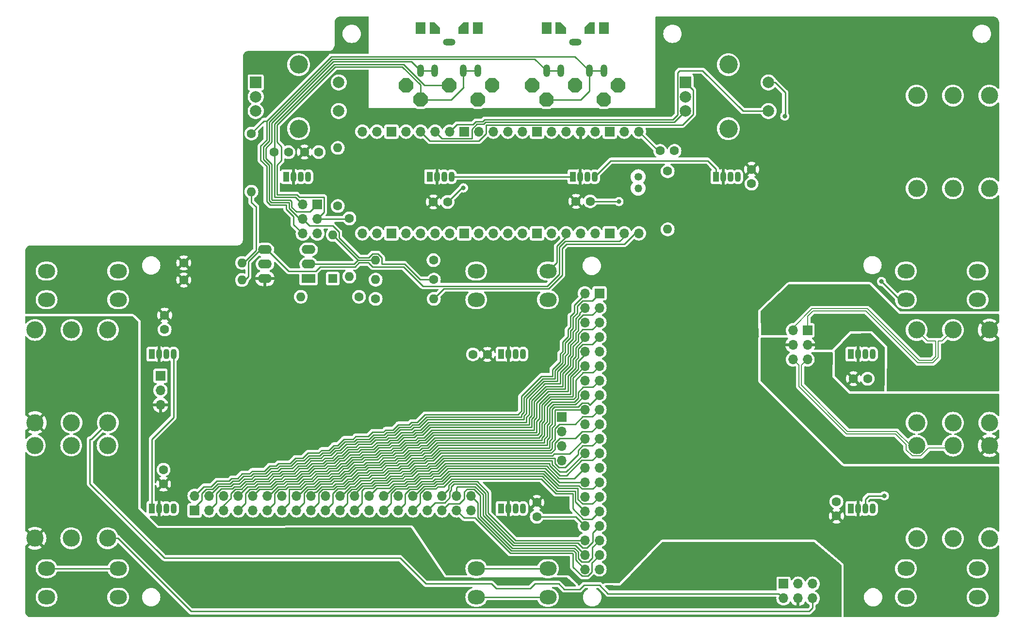
<source format=gtl>
G04 #@! TF.GenerationSoftware,KiCad,Pcbnew,7.0.1.1-36-gbcf78dbe24-dirty-deb11*
G04 #@! TF.CreationDate,2023-03-25T20:44:24+00:00*
G04 #@! TF.ProjectId,pedalboard-hw,70656461-6c62-46f6-9172-642d68772e6b,0.0.1*
G04 #@! TF.SameCoordinates,Original*
G04 #@! TF.FileFunction,Copper,L1,Top*
G04 #@! TF.FilePolarity,Positive*
%FSLAX46Y46*%
G04 Gerber Fmt 4.6, Leading zero omitted, Abs format (unit mm)*
G04 Created by KiCad (PCBNEW 7.0.1.1-36-gbcf78dbe24-dirty-deb11) date 2023-03-25 20:44:24*
%MOMM*%
%LPD*%
G01*
G04 APERTURE LIST*
G04 #@! TA.AperFunction,ComponentPad*
%ADD10C,1.600000*%
G04 #@! TD*
G04 #@! TA.AperFunction,ComponentPad*
%ADD11O,1.200000X2.200000*%
G04 #@! TD*
G04 #@! TA.AperFunction,ComponentPad*
%ADD12O,2.200000X1.200000*%
G04 #@! TD*
G04 #@! TA.AperFunction,ComponentPad*
%ADD13C,3.000000*%
G04 #@! TD*
G04 #@! TA.AperFunction,ComponentPad*
%ADD14O,1.600000X1.600000*%
G04 #@! TD*
G04 #@! TA.AperFunction,ComponentPad*
%ADD15R,1.070000X1.800000*%
G04 #@! TD*
G04 #@! TA.AperFunction,ComponentPad*
%ADD16O,1.070000X1.800000*%
G04 #@! TD*
G04 #@! TA.AperFunction,ComponentPad*
%ADD17R,1.700000X1.700000*%
G04 #@! TD*
G04 #@! TA.AperFunction,ComponentPad*
%ADD18O,1.700000X1.700000*%
G04 #@! TD*
G04 #@! TA.AperFunction,ComponentPad*
%ADD19O,3.000000X2.500000*%
G04 #@! TD*
G04 #@! TA.AperFunction,ComponentPad*
%ADD20R,2.400000X1.600000*%
G04 #@! TD*
G04 #@! TA.AperFunction,ComponentPad*
%ADD21O,2.400000X1.600000*%
G04 #@! TD*
G04 #@! TA.AperFunction,ComponentPad*
%ADD22R,1.800000X2.000000*%
G04 #@! TD*
G04 #@! TA.AperFunction,ComponentPad*
%ADD23R,2.000000X2.000000*%
G04 #@! TD*
G04 #@! TA.AperFunction,ComponentPad*
%ADD24C,2.000000*%
G04 #@! TD*
G04 #@! TA.AperFunction,ComponentPad*
%ADD25C,3.200000*%
G04 #@! TD*
G04 #@! TA.AperFunction,ComponentPad*
%ADD26R,1.600000X1.600000*%
G04 #@! TD*
G04 #@! TA.AperFunction,ComponentPad*
%ADD27C,1.350000*%
G04 #@! TD*
G04 #@! TA.AperFunction,ComponentPad*
%ADD28O,1.350000X1.350000*%
G04 #@! TD*
G04 #@! TA.AperFunction,ViaPad*
%ADD29C,0.800000*%
G04 #@! TD*
G04 #@! TA.AperFunction,Conductor*
%ADD30C,0.250000*%
G04 #@! TD*
G04 #@! TA.AperFunction,Conductor*
%ADD31C,0.200000*%
G04 #@! TD*
G04 APERTURE END LIST*
D10*
X146800000Y-46700000D03*
X146800000Y-49200000D03*
D11*
X121000000Y-29500000D03*
X118500000Y-29500000D03*
D12*
X116000000Y-24500000D03*
D11*
X111000000Y-29500000D03*
X113500000Y-29500000D03*
D13*
X28050000Y-111200000D03*
X28050000Y-94970000D03*
X21700000Y-111200000D03*
X21700000Y-94970000D03*
X34400000Y-111200000D03*
X34400000Y-94970000D03*
D10*
X132160000Y-47020000D03*
D14*
X132160000Y-57180000D03*
D15*
X115600000Y-48000000D03*
D16*
X116870000Y-48000000D03*
X118140000Y-48000000D03*
X119410000Y-48000000D03*
D13*
X28085000Y-91000000D03*
X28085000Y-74770000D03*
X21735000Y-91000000D03*
X21735000Y-74770000D03*
X34435000Y-91000000D03*
X34435000Y-74770000D03*
X181950000Y-94995000D03*
X181950000Y-111225000D03*
X188300000Y-94995000D03*
X188300000Y-111225000D03*
X175600000Y-94995000D03*
X175600000Y-111225000D03*
D15*
X140600000Y-48000000D03*
D16*
X141870000Y-48000000D03*
X143140000Y-48000000D03*
X144410000Y-48000000D03*
D10*
X109310000Y-104930000D03*
X109310000Y-107430000D03*
D15*
X103100000Y-106000000D03*
D16*
X104370000Y-106000000D03*
X105640000Y-106000000D03*
X106910000Y-106000000D03*
D17*
X49590000Y-106320000D03*
D18*
X49590000Y-103780000D03*
X52130000Y-106320000D03*
X52130000Y-103780000D03*
X54670000Y-106320000D03*
X54670000Y-103780000D03*
X57210000Y-106320000D03*
X57210000Y-103780000D03*
X59750000Y-106320000D03*
X59750000Y-103780000D03*
X62290000Y-106320000D03*
X62290000Y-103780000D03*
X64830000Y-106320000D03*
X64830000Y-103780000D03*
X67370000Y-106320000D03*
X67370000Y-103780000D03*
X69910000Y-106320000D03*
X69910000Y-103780000D03*
X72450000Y-106320000D03*
X72450000Y-103780000D03*
X74990000Y-106320000D03*
X74990000Y-103780000D03*
X77530000Y-106320000D03*
X77530000Y-103780000D03*
X80070000Y-106320000D03*
X80070000Y-103780000D03*
X82610000Y-106320000D03*
X82610000Y-103780000D03*
X85150000Y-106320000D03*
X85150000Y-103780000D03*
X87690000Y-106320000D03*
X87690000Y-103780000D03*
X90230000Y-106320000D03*
X90230000Y-103780000D03*
X92770000Y-106320000D03*
X92770000Y-103780000D03*
X95310000Y-106320000D03*
X95310000Y-103780000D03*
X97850000Y-106320000D03*
X97850000Y-103780000D03*
D10*
X161620000Y-107300000D03*
X161620000Y-104800000D03*
X44155000Y-101700000D03*
X44155000Y-99200000D03*
D19*
X98750000Y-64500000D03*
X111250000Y-64500000D03*
X98750000Y-69500000D03*
X111250000Y-69500000D03*
D15*
X42100000Y-79000000D03*
D16*
X43370000Y-79000000D03*
X44640000Y-79000000D03*
X45910000Y-79000000D03*
D10*
X74575000Y-53105000D03*
D14*
X74575000Y-42945000D03*
D20*
X69475000Y-65800000D03*
D21*
X69475000Y-63260000D03*
X69475000Y-60720000D03*
X61855000Y-60720000D03*
X61855000Y-63260000D03*
X61855000Y-65800000D03*
D13*
X181965000Y-33800000D03*
X181965000Y-50030000D03*
X188315000Y-33800000D03*
X188315000Y-50030000D03*
X175615000Y-33800000D03*
X175615000Y-50030000D03*
D10*
X63475000Y-43700000D03*
X65975000Y-43700000D03*
G04 #@! TA.AperFunction,ComponentPad*
G36*
X109750000Y-32517767D02*
G01*
X109017767Y-33250000D01*
X107982233Y-33250000D01*
X107250000Y-32517767D01*
X107250000Y-31482233D01*
X107982233Y-30750000D01*
X109017767Y-30750000D01*
X109750000Y-31482233D01*
X109750000Y-32517767D01*
G37*
G04 #@! TD.AperFunction*
G04 #@! TA.AperFunction,ComponentPad*
G36*
X116517767Y-30750000D02*
G01*
X117250000Y-31482233D01*
X117250000Y-32517767D01*
X116517767Y-33250000D01*
X115482233Y-33250000D01*
X114750000Y-32517767D01*
X114750000Y-31482233D01*
X115482233Y-30750000D01*
X116517767Y-30750000D01*
G37*
G04 #@! TD.AperFunction*
G04 #@! TA.AperFunction,ComponentPad*
G36*
X124750000Y-32517767D02*
G01*
X124017767Y-33250000D01*
X122982233Y-33250000D01*
X122250000Y-32517767D01*
X122250000Y-31482233D01*
X122982233Y-30750000D01*
X124017767Y-30750000D01*
X124750000Y-31482233D01*
X124750000Y-32517767D01*
G37*
G04 #@! TD.AperFunction*
G04 #@! TA.AperFunction,ComponentPad*
G36*
X112250000Y-35017767D02*
G01*
X111517767Y-35750000D01*
X110482233Y-35750000D01*
X109750000Y-35017767D01*
X109750000Y-33982233D01*
X110482233Y-33250000D01*
X111517767Y-33250000D01*
X112250000Y-33982233D01*
X112250000Y-35017767D01*
G37*
G04 #@! TD.AperFunction*
G04 #@! TA.AperFunction,ComponentPad*
G36*
X122250000Y-35017767D02*
G01*
X121517767Y-35750000D01*
X120482233Y-35750000D01*
X119750000Y-35017767D01*
X119750000Y-33982233D01*
X120482233Y-33250000D01*
X121517767Y-33250000D01*
X122250000Y-33982233D01*
X122250000Y-35017767D01*
G37*
G04 #@! TD.AperFunction*
G04 #@! TA.AperFunction,ComponentPad*
G36*
X119400000Y-23000000D02*
G01*
X117600000Y-23000000D01*
X117600000Y-21900000D01*
X118500000Y-21000000D01*
X119400000Y-21000000D01*
X119400000Y-23000000D01*
G37*
G04 #@! TD.AperFunction*
D22*
X121000000Y-22000000D03*
X111000000Y-22000000D03*
G04 #@! TA.AperFunction,ComponentPad*
G36*
X114400000Y-23000000D02*
G01*
X112600000Y-23000000D01*
X112600000Y-21000000D01*
X113500000Y-21000000D01*
X114400000Y-21900000D01*
X114400000Y-23000000D01*
G37*
G04 #@! TD.AperFunction*
D15*
X90600000Y-48000000D03*
D16*
X91870000Y-48000000D03*
X93140000Y-48000000D03*
X94410000Y-48000000D03*
D23*
X60250000Y-31500000D03*
D24*
X60250000Y-36500000D03*
X60250000Y-34000000D03*
D25*
X67750000Y-28400000D03*
X67750000Y-39600000D03*
D24*
X74750000Y-36500000D03*
X74750000Y-31500000D03*
D10*
X68750000Y-43675000D03*
X71250000Y-43675000D03*
X164570000Y-83300000D03*
X167070000Y-83300000D03*
X78280000Y-68980000D03*
D14*
X68120000Y-68980000D03*
D15*
X65600000Y-48000000D03*
D16*
X66870000Y-48000000D03*
X68140000Y-48000000D03*
X69410000Y-48000000D03*
D10*
X91250000Y-52400000D03*
X93750000Y-52400000D03*
D13*
X181950000Y-74780000D03*
X181950000Y-91010000D03*
X188300000Y-74780000D03*
X188300000Y-91010000D03*
X175600000Y-74780000D03*
X175600000Y-91010000D03*
D19*
X23750000Y-64500000D03*
X36250000Y-64500000D03*
X23750000Y-69500000D03*
X36250000Y-69500000D03*
D10*
X130840000Y-43470000D03*
X133340000Y-43470000D03*
X47695000Y-63050000D03*
D14*
X57855000Y-63050000D03*
D15*
X164100000Y-79000000D03*
D16*
X165370000Y-79000000D03*
X166640000Y-79000000D03*
X167910000Y-79000000D03*
D10*
X81190000Y-69340000D03*
D14*
X91350000Y-69340000D03*
D15*
X42100000Y-106000000D03*
D16*
X43370000Y-106000000D03*
X44640000Y-106000000D03*
X45910000Y-106000000D03*
D10*
X76600000Y-55270000D03*
D14*
X76600000Y-65430000D03*
D26*
X73700000Y-65775000D03*
D14*
X73700000Y-58155000D03*
D10*
X116150000Y-52300000D03*
X118650000Y-52300000D03*
X91280000Y-62575000D03*
D14*
X81120000Y-62575000D03*
D15*
X164100000Y-106000000D03*
D16*
X165370000Y-106000000D03*
X166640000Y-106000000D03*
X167910000Y-106000000D03*
D19*
X173750000Y-116500000D03*
X186250000Y-116500000D03*
X173750000Y-121500000D03*
X186250000Y-121500000D03*
X173750000Y-64500000D03*
X186250000Y-64500000D03*
X173750000Y-69500000D03*
X186250000Y-69500000D03*
D10*
X100670000Y-79050000D03*
X98170000Y-79050000D03*
D19*
X23750000Y-116500000D03*
X36250000Y-116500000D03*
X23750000Y-121500000D03*
X36250000Y-121500000D03*
D10*
X91350000Y-65980000D03*
D14*
X81190000Y-65980000D03*
D23*
X135250000Y-31500000D03*
D24*
X135250000Y-36500000D03*
X135250000Y-34000000D03*
D25*
X142750000Y-28400000D03*
X142750000Y-39600000D03*
D24*
X149750000Y-36500000D03*
X149750000Y-31500000D03*
D10*
X47695000Y-66050000D03*
D14*
X57855000Y-66050000D03*
D19*
X98750000Y-116500000D03*
X111250000Y-116500000D03*
X98750000Y-121500000D03*
X111250000Y-121500000D03*
G04 #@! TA.AperFunction,ComponentPad*
G36*
X87755500Y-32517767D02*
G01*
X87023267Y-33250000D01*
X85987733Y-33250000D01*
X85255500Y-32517767D01*
X85255500Y-31482233D01*
X85987733Y-30750000D01*
X87023267Y-30750000D01*
X87755500Y-31482233D01*
X87755500Y-32517767D01*
G37*
G04 #@! TD.AperFunction*
G04 #@! TA.AperFunction,ComponentPad*
G36*
X94523267Y-30750000D02*
G01*
X95255500Y-31482233D01*
X95255500Y-32517767D01*
X94523267Y-33250000D01*
X93487733Y-33250000D01*
X92755500Y-32517767D01*
X92755500Y-31482233D01*
X93487733Y-30750000D01*
X94523267Y-30750000D01*
G37*
G04 #@! TD.AperFunction*
G04 #@! TA.AperFunction,ComponentPad*
G36*
X102755500Y-32517767D02*
G01*
X102023267Y-33250000D01*
X100987733Y-33250000D01*
X100255500Y-32517767D01*
X100255500Y-31482233D01*
X100987733Y-30750000D01*
X102023267Y-30750000D01*
X102755500Y-31482233D01*
X102755500Y-32517767D01*
G37*
G04 #@! TD.AperFunction*
G04 #@! TA.AperFunction,ComponentPad*
G36*
X90255500Y-35017767D02*
G01*
X89523267Y-35750000D01*
X88487733Y-35750000D01*
X87755500Y-35017767D01*
X87755500Y-33982233D01*
X88487733Y-33250000D01*
X89523267Y-33250000D01*
X90255500Y-33982233D01*
X90255500Y-35017767D01*
G37*
G04 #@! TD.AperFunction*
G04 #@! TA.AperFunction,ComponentPad*
G36*
X100255500Y-35017767D02*
G01*
X99523267Y-35750000D01*
X98487733Y-35750000D01*
X97755500Y-35017767D01*
X97755500Y-33982233D01*
X98487733Y-33250000D01*
X99523267Y-33250000D01*
X100255500Y-33982233D01*
X100255500Y-35017767D01*
G37*
G04 #@! TD.AperFunction*
G04 #@! TA.AperFunction,ComponentPad*
G36*
X97405500Y-23000000D02*
G01*
X95605500Y-23000000D01*
X95605500Y-21900000D01*
X96505500Y-21000000D01*
X97405500Y-21000000D01*
X97405500Y-23000000D01*
G37*
G04 #@! TD.AperFunction*
D22*
X99005500Y-22000000D03*
X89005500Y-22000000D03*
G04 #@! TA.AperFunction,ComponentPad*
G36*
X92405500Y-23000000D02*
G01*
X90605500Y-23000000D01*
X90605500Y-21000000D01*
X91505500Y-21000000D01*
X92405500Y-21900000D01*
X92405500Y-23000000D01*
G37*
G04 #@! TD.AperFunction*
D10*
X44355000Y-72200000D03*
X44355000Y-74700000D03*
D15*
X103100000Y-79000000D03*
D16*
X104370000Y-79000000D03*
X105640000Y-79000000D03*
X106910000Y-79000000D03*
D10*
X59500000Y-40445000D03*
D14*
X59500000Y-50605000D03*
D11*
X99000000Y-29500000D03*
X96500000Y-29500000D03*
D12*
X94000000Y-24500000D03*
D11*
X89000000Y-29500000D03*
X91500000Y-29500000D03*
D17*
X113625000Y-89985000D03*
D18*
X113625000Y-92525000D03*
X113625000Y-95065000D03*
X113625000Y-97605000D03*
D27*
X127000000Y-48000000D03*
D28*
X127000000Y-50000000D03*
D18*
X127130000Y-57890000D03*
X124590000Y-57890000D03*
D17*
X122050000Y-57890000D03*
D18*
X119510000Y-57890000D03*
X116970000Y-57890000D03*
X114430000Y-57890000D03*
X111890000Y-57890000D03*
D17*
X109350000Y-57890000D03*
D18*
X106810000Y-57890000D03*
X104270000Y-57890000D03*
X101730000Y-57890000D03*
X99190000Y-57890000D03*
D17*
X96650000Y-57890000D03*
D18*
X94110000Y-57890000D03*
X91570000Y-57890000D03*
X89030000Y-57890000D03*
X86490000Y-57890000D03*
D17*
X83950000Y-57890000D03*
D18*
X81410000Y-57890000D03*
X78870000Y-57890000D03*
X78870000Y-40110000D03*
X81410000Y-40110000D03*
D17*
X83950000Y-40110000D03*
D18*
X86490000Y-40110000D03*
X89030000Y-40110000D03*
X91570000Y-40110000D03*
X94110000Y-40110000D03*
D17*
X96650000Y-40110000D03*
D18*
X99190000Y-40110000D03*
X101730000Y-40110000D03*
X104270000Y-40110000D03*
X106810000Y-40110000D03*
D17*
X109350000Y-40110000D03*
D18*
X111890000Y-40110000D03*
X114430000Y-40110000D03*
X116970000Y-40110000D03*
X119510000Y-40110000D03*
D17*
X122050000Y-40110000D03*
D18*
X124590000Y-40110000D03*
X127130000Y-40110000D03*
D17*
X43615000Y-82790000D03*
D18*
X43615000Y-85330000D03*
X43615000Y-87870000D03*
D17*
X120250000Y-68375600D03*
D18*
X117710000Y-68375600D03*
X120250000Y-70915600D03*
X117710000Y-70915600D03*
X120250000Y-73455600D03*
X117710000Y-73455600D03*
X120250000Y-75995600D03*
X117710000Y-75995600D03*
X120250000Y-78535600D03*
X117710000Y-78535600D03*
X120250000Y-81075600D03*
X117710000Y-81075600D03*
X120250000Y-83615600D03*
X117710000Y-83615600D03*
X120250000Y-86155600D03*
X117710000Y-86155600D03*
X120250000Y-88695600D03*
X117710000Y-88695600D03*
X120250000Y-91235600D03*
X117710000Y-91235600D03*
X120250000Y-93775600D03*
X117710000Y-93775600D03*
X120250000Y-96315600D03*
X117710000Y-96315600D03*
X120250000Y-98855600D03*
X117710000Y-98855600D03*
X120250000Y-101395600D03*
X117710000Y-101395600D03*
X120250000Y-103935600D03*
X117710000Y-103935600D03*
X120250000Y-106475600D03*
X117710000Y-106475600D03*
X120250000Y-109015600D03*
X117710000Y-109015600D03*
X120250000Y-111555600D03*
X117710000Y-111555600D03*
X120250000Y-114095600D03*
X117710000Y-114095600D03*
X120250000Y-116635600D03*
X117710000Y-116635600D03*
D17*
X156555000Y-74845600D03*
D18*
X154015000Y-74845600D03*
X156555000Y-77385600D03*
X154015000Y-77385600D03*
X156555000Y-79925600D03*
X154015000Y-79925600D03*
D17*
X152380000Y-119150600D03*
D18*
X152380000Y-121690600D03*
X154920000Y-119150600D03*
X154920000Y-121690600D03*
X157460000Y-119150600D03*
X157460000Y-121690600D03*
D17*
X71000000Y-52850000D03*
D18*
X68460000Y-52850000D03*
X71000000Y-55390000D03*
X68460000Y-55390000D03*
X71000000Y-57930000D03*
X68460000Y-57930000D03*
D29*
X169976800Y-103784400D03*
X169468800Y-66294000D03*
X152600000Y-37400000D03*
X96500000Y-49950000D03*
X123650000Y-52324000D03*
D30*
X167233600Y-103784400D02*
X166640000Y-104378000D01*
X96200000Y-49950000D02*
X96500000Y-49950000D01*
X98750000Y-121500000D02*
X111250000Y-121500000D01*
X169468800Y-66294000D02*
X172674800Y-69500000D01*
X169976800Y-103784400D02*
X167233600Y-103784400D01*
X93750000Y-52400000D02*
X96200000Y-49950000D01*
X166640000Y-104378000D02*
X166640000Y-106000000D01*
X116124400Y-107430000D02*
X117710000Y-109015600D01*
X109310000Y-107430000D02*
X116124400Y-107430000D01*
X152655000Y-37345000D02*
X152655000Y-33255000D01*
X150900000Y-31500000D02*
X149750000Y-31500000D01*
X123626000Y-52300000D02*
X123650000Y-52324000D01*
X152600000Y-37400000D02*
X152655000Y-37345000D01*
X152655000Y-33255000D02*
X150900000Y-31500000D01*
X118650000Y-52300000D02*
X123626000Y-52300000D01*
X94410000Y-48000000D02*
X115600000Y-48000000D01*
X140600000Y-46650000D02*
X140600000Y-48000000D01*
X122230000Y-45180000D02*
X139130000Y-45180000D01*
X119410000Y-48000000D02*
X122230000Y-45180000D01*
X139130000Y-45180000D02*
X140600000Y-46650000D01*
X42100000Y-106000000D02*
X42100000Y-93870000D01*
X45910000Y-79000000D02*
X45910000Y-90060000D01*
X42100000Y-93870000D02*
X45910000Y-90060000D01*
X73700000Y-58155000D02*
X78120000Y-62575000D01*
X69475000Y-63260000D02*
X77435000Y-63260000D01*
X77435000Y-63260000D02*
X78120000Y-62575000D01*
X81120000Y-62575000D02*
X78120000Y-62575000D01*
X77621396Y-63710000D02*
X78306396Y-63025000D01*
X79995000Y-63040991D02*
X80664009Y-63710000D01*
X89418604Y-67105000D02*
X111155000Y-67105000D01*
X58980000Y-65450000D02*
X58980000Y-62820000D01*
X58380000Y-66050000D02*
X58980000Y-65450000D01*
X70730000Y-64490000D02*
X71510000Y-63710000D01*
X80664009Y-63710000D02*
X86023604Y-63710000D01*
X114293604Y-59300000D02*
X123760000Y-59300000D01*
X79995000Y-63025000D02*
X79995000Y-63040991D01*
X58980000Y-62820000D02*
X61080000Y-60720000D01*
X78306396Y-63025000D02*
X79995000Y-63025000D01*
X71510000Y-63710000D02*
X77621396Y-63710000D01*
X111155000Y-67105000D02*
X113280698Y-64979302D01*
X65995000Y-64490000D02*
X70730000Y-64490000D01*
X113280698Y-64979302D02*
X113280698Y-60312906D01*
X113280698Y-60312906D02*
X114293604Y-59300000D01*
X86023604Y-63710000D02*
X89418604Y-67105000D01*
X62225000Y-60720000D02*
X65995000Y-64490000D01*
X123760000Y-59300000D02*
X124590000Y-58470000D01*
X114480000Y-59750000D02*
X113730698Y-60499302D01*
X93090000Y-67555000D02*
X93090000Y-67600000D01*
X124610000Y-59750000D02*
X114480000Y-59750000D01*
X113730698Y-60499302D02*
X113730698Y-65165698D01*
X111341396Y-67555000D02*
X93090000Y-67555000D01*
X113730698Y-65165698D02*
X111341396Y-67555000D01*
X126470000Y-57890000D02*
X124610000Y-59750000D01*
X93090000Y-67600000D02*
X91350000Y-69340000D01*
X73200763Y-96265200D02*
X74060963Y-95405000D01*
X87207447Y-91770952D02*
X87623399Y-91355000D01*
X64437436Y-98555000D02*
X66429440Y-98555000D01*
X57254416Y-101190000D02*
X58089416Y-100355000D01*
X56229111Y-101190000D02*
X57254416Y-101190000D01*
X87623399Y-91355000D02*
X88648704Y-91355000D01*
X49590000Y-105840000D02*
X50850800Y-104579200D01*
X80027180Y-93876803D02*
X80803983Y-93100000D01*
X106600000Y-90000000D02*
X106600000Y-89615151D01*
X50850800Y-103397499D02*
X51643299Y-102605000D01*
X116343604Y-71887503D02*
X116343604Y-70620295D01*
X59356624Y-100355000D02*
X59809822Y-99901802D01*
X69540151Y-96755000D02*
X71443755Y-96755000D01*
X82707587Y-93100000D02*
X83102587Y-92705000D01*
X50850800Y-104579200D02*
X50850800Y-103397499D01*
X117318299Y-69645600D02*
X118980000Y-69645600D01*
X107050000Y-89165151D02*
X107050000Y-86573248D01*
X53623604Y-101650000D02*
X55769111Y-101650000D01*
X67329440Y-97655000D02*
X68640151Y-97655000D01*
X113835000Y-79137436D02*
X114285000Y-78687436D01*
X90003704Y-90000000D02*
X106600000Y-90000000D01*
X63987436Y-99005000D02*
X64437436Y-98555000D01*
X77848069Y-93876803D02*
X80027180Y-93876803D01*
X115635000Y-74499711D02*
X115635000Y-72596107D01*
X74060963Y-95405000D02*
X74749872Y-95405000D01*
X88648704Y-91355000D02*
X90003704Y-90000000D01*
X84369795Y-92705000D02*
X85303843Y-91770952D01*
X80803983Y-93100000D02*
X82707587Y-93100000D01*
X112484998Y-81845830D02*
X113835000Y-80495828D01*
X107050000Y-86573248D02*
X110327648Y-83295600D01*
X112484998Y-83295600D02*
X112484998Y-81845830D01*
X115635000Y-72596107D02*
X116343604Y-71887503D01*
X114285000Y-77051319D02*
X115185000Y-76151319D01*
X110327648Y-83295600D02*
X112484998Y-83295600D01*
X52668604Y-102605000D02*
X53623604Y-101650000D01*
X118980000Y-69645600D02*
X120250000Y-68375600D01*
X68640151Y-97655000D02*
X69540151Y-96755000D01*
X66429440Y-98555000D02*
X67329440Y-97655000D01*
X77414872Y-94310000D02*
X77848069Y-93876803D01*
X51643299Y-102605000D02*
X52668604Y-102605000D01*
X58089416Y-100355000D02*
X59356624Y-100355000D01*
X71443755Y-96755000D02*
X71933555Y-96265200D01*
X59809822Y-99901802D02*
X61955329Y-99901802D01*
X115185000Y-76151319D02*
X115185000Y-74884111D01*
X85303843Y-91770952D02*
X87207447Y-91770952D01*
X55769111Y-101650000D02*
X56229111Y-101190000D01*
X83102587Y-92705000D02*
X84369795Y-92705000D01*
X75844872Y-94310000D02*
X77414872Y-94310000D01*
X113835000Y-80495828D02*
X113835000Y-79137436D01*
X115185000Y-74949711D02*
X115635000Y-74499711D01*
X61955329Y-99901802D02*
X62852131Y-99005000D01*
X71933555Y-96265200D02*
X73200763Y-96265200D01*
X114285000Y-78687436D02*
X114285000Y-77051319D01*
X116343604Y-70620295D02*
X117318299Y-69645600D01*
X74749872Y-95405000D02*
X75844872Y-94310000D01*
X106600000Y-89615151D02*
X107050000Y-89165151D01*
X62852131Y-99005000D02*
X63987436Y-99005000D01*
X77228476Y-93860000D02*
X77661673Y-93426803D01*
X71747159Y-95815200D02*
X73014367Y-95815200D01*
X115893604Y-71701107D02*
X115893604Y-70433899D01*
X115893604Y-70433899D02*
X117710000Y-68617503D01*
X66243044Y-98105000D02*
X67143044Y-97205000D01*
X61768933Y-99451802D02*
X62665735Y-98555000D01*
X53437208Y-101200000D02*
X55582715Y-101200000D01*
X114735000Y-75964923D02*
X114735000Y-74697715D01*
X115185000Y-74247715D02*
X115185000Y-72344111D01*
X74563476Y-94955000D02*
X75658476Y-93860000D01*
X55582715Y-101200000D02*
X56042715Y-100740000D01*
X113835000Y-76864923D02*
X114735000Y-75964923D01*
X79840784Y-93426803D02*
X80617587Y-92650000D01*
X110141252Y-82845600D02*
X112034998Y-82845600D01*
X73014367Y-95815200D02*
X73874567Y-94955000D01*
X85117447Y-91320952D02*
X87021051Y-91320952D01*
X64251040Y-98105000D02*
X66243044Y-98105000D01*
X113385000Y-80309432D02*
X113385000Y-78951040D01*
X106150000Y-89428755D02*
X106600000Y-88978755D01*
X62665735Y-98555000D02*
X63801040Y-98555000D01*
X52482208Y-102155000D02*
X53437208Y-101200000D01*
X51215000Y-102155000D02*
X52482208Y-102155000D01*
X56042715Y-100740000D02*
X57068020Y-100740000D01*
X68453755Y-97205000D02*
X69353755Y-96305000D01*
X106150000Y-89550000D02*
X106150000Y-89428755D01*
X88462308Y-90905000D02*
X89817308Y-89550000D01*
X63801040Y-98555000D02*
X64251040Y-98105000D01*
X67143044Y-97205000D02*
X68453755Y-97205000D01*
X112034998Y-81659434D02*
X113385000Y-80309432D01*
X82521191Y-92650000D02*
X82916191Y-92255000D01*
X113385000Y-78951040D02*
X113835000Y-78501040D01*
X89817308Y-89550000D02*
X106150000Y-89550000D01*
X59623426Y-99451802D02*
X61768933Y-99451802D01*
X106600000Y-88978755D02*
X106600000Y-86386852D01*
X77661673Y-93426803D02*
X79840784Y-93426803D01*
X73874567Y-94955000D02*
X74563476Y-94955000D01*
X75658476Y-93860000D02*
X77228476Y-93860000D01*
X84183399Y-92255000D02*
X85117447Y-91320952D01*
X80617587Y-92650000D02*
X82521191Y-92650000D01*
X114735000Y-74697715D02*
X115185000Y-74247715D01*
X87021051Y-91320952D02*
X87437003Y-90905000D01*
X82916191Y-92255000D02*
X84183399Y-92255000D01*
X49590000Y-103780000D02*
X51215000Y-102155000D01*
X71257359Y-96305000D02*
X71747159Y-95815200D01*
X106600000Y-86386852D02*
X110141252Y-82845600D01*
X57068020Y-100740000D02*
X57903020Y-99905000D01*
X69353755Y-96305000D02*
X71257359Y-96305000D01*
X59170228Y-99905000D02*
X59623426Y-99451802D01*
X115185000Y-72409711D02*
X115893604Y-71701107D01*
X57903020Y-99905000D02*
X59170228Y-99905000D01*
X112034998Y-82845600D02*
X112034998Y-81659434D01*
X113835000Y-78501040D02*
X113835000Y-76864923D01*
X87437003Y-90905000D02*
X88462308Y-90905000D01*
X58462208Y-101255000D02*
X59729416Y-101255000D01*
X113384998Y-84195600D02*
X113384998Y-82218622D01*
X116085000Y-76524111D02*
X116085000Y-75322503D01*
X74433755Y-96305000D02*
X75122664Y-96305000D01*
X81176775Y-94000000D02*
X83080379Y-94000000D01*
X107950000Y-89537943D02*
X107950000Y-86946040D01*
X115185000Y-77424111D02*
X116085000Y-76524111D01*
X107950000Y-86946040D02*
X110700440Y-84195600D01*
X69012943Y-98555000D02*
X69912943Y-97655000D01*
X64810228Y-99455000D02*
X66802232Y-99455000D01*
X72306347Y-97165200D02*
X73573555Y-97165200D01*
X116535000Y-72968899D02*
X117348299Y-72155600D01*
X107500000Y-89987943D02*
X107950000Y-89537943D01*
X113384998Y-82218622D02*
X114735000Y-80868620D01*
X71816547Y-97655000D02*
X72306347Y-97165200D01*
X77787664Y-95210000D02*
X78220861Y-94776803D01*
X83475379Y-93605000D02*
X84742587Y-93605000D01*
X84742587Y-93605000D02*
X85676635Y-92670952D01*
X75122664Y-96305000D02*
X76217664Y-95210000D01*
X87580239Y-92670952D02*
X87996191Y-92255000D01*
X56536903Y-102155000D02*
X57562208Y-102155000D01*
X116085000Y-75322503D02*
X116535000Y-74872503D01*
X69912943Y-97655000D02*
X71816547Y-97655000D01*
X114735000Y-80868620D02*
X114735000Y-79510228D01*
X66802232Y-99455000D02*
X67702232Y-98555000D01*
X89021496Y-92255000D02*
X90376496Y-90900000D01*
X57562208Y-102155000D02*
X58462208Y-101255000D01*
X76217664Y-95210000D02*
X77787664Y-95210000D01*
X78220861Y-94776803D02*
X80399972Y-94776803D01*
X54238299Y-102550000D02*
X56141903Y-102550000D01*
X85676635Y-92670952D02*
X87580239Y-92670952D01*
X119010000Y-72155600D02*
X120250000Y-70915600D01*
X59729416Y-101255000D02*
X60182614Y-100801802D01*
X110700440Y-84195600D02*
X113384998Y-84195600D01*
X67702232Y-98555000D02*
X69012943Y-98555000D01*
X73573555Y-97165200D02*
X74433755Y-96305000D01*
X53390800Y-105059200D02*
X53390800Y-103397499D01*
X63224923Y-99905000D02*
X64360228Y-99905000D01*
X52130000Y-106320000D02*
X53390800Y-105059200D01*
X114735000Y-79510228D02*
X115185000Y-79060228D01*
X80399972Y-94776803D02*
X81176775Y-94000000D01*
X116535000Y-74872503D02*
X116535000Y-72968899D01*
X83080379Y-94000000D02*
X83475379Y-93605000D01*
X56141903Y-102550000D02*
X56536903Y-102155000D01*
X107500000Y-90900000D02*
X107500000Y-89987943D01*
X53390800Y-103397499D02*
X54238299Y-102550000D01*
X117348299Y-72155600D02*
X119010000Y-72155600D01*
X115185000Y-79060228D02*
X115185000Y-77424111D01*
X90376496Y-90900000D02*
X107500000Y-90900000D01*
X64360228Y-99905000D02*
X64810228Y-99455000D01*
X87996191Y-92255000D02*
X89021496Y-92255000D01*
X62328121Y-100801802D02*
X63224923Y-99905000D01*
X60182614Y-100801802D02*
X62328121Y-100801802D01*
X112934998Y-83745600D02*
X112934998Y-82032226D01*
X74936268Y-95855000D02*
X76031268Y-94760000D01*
X53810000Y-102100000D02*
X55955507Y-102100000D01*
X80213576Y-94326803D02*
X80990379Y-93550000D01*
X107050000Y-90450000D02*
X107050000Y-89801547D01*
X114735000Y-77237715D02*
X115635000Y-76337715D01*
X90190100Y-90450000D02*
X107050000Y-90450000D01*
X107500000Y-89351547D02*
X107500000Y-86759644D01*
X88835100Y-91805000D02*
X90190100Y-90450000D01*
X80990379Y-93550000D02*
X82893983Y-93550000D01*
X72119951Y-96715200D02*
X73387159Y-96715200D01*
X69726547Y-97205000D02*
X71630151Y-97205000D01*
X114285000Y-79323832D02*
X114735000Y-78873832D01*
X55955507Y-102100000D02*
X56350507Y-101705000D01*
X116085000Y-74686107D02*
X116085000Y-72782503D01*
X77601268Y-94760000D02*
X78034465Y-94326803D01*
X59543020Y-100805000D02*
X59996218Y-100351802D01*
X116793604Y-71831996D02*
X117710000Y-70915600D01*
X107050000Y-89801547D02*
X107500000Y-89351547D01*
X66615836Y-99005000D02*
X67515836Y-98105000D01*
X115635000Y-75136107D02*
X116085000Y-74686107D01*
X59996218Y-100351802D02*
X62141725Y-100351802D01*
X73387159Y-96715200D02*
X74247359Y-95855000D01*
X76031268Y-94760000D02*
X77601268Y-94760000D01*
X87393843Y-92220952D02*
X87809795Y-91805000D01*
X83288983Y-93155000D02*
X84556191Y-93155000D01*
X71630151Y-97205000D02*
X72119951Y-96715200D01*
X63038527Y-99455000D02*
X64173832Y-99455000D01*
X114285000Y-80682224D02*
X114285000Y-79323832D01*
X56350507Y-101705000D02*
X57375812Y-101705000D01*
X62141725Y-100351802D02*
X63038527Y-99455000D01*
X64623832Y-99005000D02*
X66615836Y-99005000D01*
X64173832Y-99455000D02*
X64623832Y-99005000D01*
X116793604Y-72073899D02*
X116793604Y-71831996D01*
X82893983Y-93550000D02*
X83288983Y-93155000D01*
X78034465Y-94326803D02*
X80213576Y-94326803D01*
X87809795Y-91805000D02*
X88835100Y-91805000D01*
X74247359Y-95855000D02*
X74936268Y-95855000D01*
X58275812Y-100805000D02*
X59543020Y-100805000D01*
X112934998Y-82032226D02*
X114285000Y-80682224D01*
X116085000Y-72782503D02*
X116793604Y-72073899D01*
X57375812Y-101705000D02*
X58275812Y-100805000D01*
X115635000Y-76337715D02*
X115635000Y-75136107D01*
X84556191Y-93155000D02*
X85490239Y-92220952D01*
X85490239Y-92220952D02*
X87393843Y-92220952D01*
X114735000Y-78873832D02*
X114735000Y-77237715D01*
X52130000Y-103780000D02*
X53810000Y-102100000D01*
X110514044Y-83745600D02*
X112934998Y-83745600D01*
X107500000Y-86759644D02*
X110514044Y-83745600D01*
X68826547Y-98105000D02*
X69726547Y-97205000D01*
X67515836Y-98105000D02*
X68826547Y-98105000D01*
X89207892Y-92705000D02*
X90562892Y-91350000D01*
X63411319Y-100355000D02*
X64546624Y-100355000D01*
X55930800Y-103397499D02*
X56723299Y-102605000D01*
X54670000Y-105441701D02*
X55930800Y-104180901D01*
X57748604Y-102605000D02*
X58648604Y-101705000D01*
X115635000Y-77676107D02*
X116535000Y-76776107D01*
X59915812Y-101705000D02*
X60369010Y-101251802D01*
X90562892Y-91350000D02*
X107950000Y-91350000D01*
X64546624Y-100355000D02*
X64996624Y-99905000D01*
X66988628Y-99905000D02*
X67888628Y-99005000D01*
X69199339Y-99005000D02*
X70099339Y-98105000D01*
X84928983Y-94055000D02*
X85863031Y-93120952D01*
X64996624Y-99905000D02*
X66988628Y-99905000D01*
X74620151Y-96755000D02*
X75309060Y-96755000D01*
X108400000Y-89724339D02*
X108400000Y-87132436D01*
X88182587Y-92705000D02*
X89207892Y-92705000D01*
X72002943Y-98105000D02*
X72492743Y-97615200D01*
X110886836Y-84645600D02*
X113834998Y-84645600D01*
X118990000Y-74715600D02*
X120250000Y-73455600D01*
X58648604Y-101705000D02*
X59915812Y-101705000D01*
X115635000Y-79246624D02*
X115635000Y-77676107D01*
X75309060Y-96755000D02*
X76404060Y-95660000D01*
X113834998Y-84645600D02*
X113834998Y-82405018D01*
X87766635Y-93120952D02*
X88182587Y-92705000D01*
X62514517Y-101251802D02*
X63411319Y-100355000D01*
X70099339Y-98105000D02*
X72002943Y-98105000D01*
X85863031Y-93120952D02*
X87766635Y-93120952D01*
X107950000Y-90174339D02*
X108400000Y-89724339D01*
X73759951Y-97615200D02*
X74620151Y-96755000D01*
X108400000Y-87132436D02*
X110886836Y-84645600D01*
X83266775Y-94450000D02*
X83661775Y-94055000D01*
X107950000Y-91350000D02*
X107950000Y-90174339D01*
X116535000Y-76776107D02*
X116535000Y-75508899D01*
X67888628Y-99005000D02*
X69199339Y-99005000D01*
X116535000Y-75508899D02*
X117328299Y-74715600D01*
X80586368Y-95226803D02*
X81363171Y-94450000D01*
X115185000Y-81055016D02*
X115185000Y-79696624D01*
X55930800Y-104180901D02*
X55930800Y-103397499D01*
X72492743Y-97615200D02*
X73759951Y-97615200D01*
X54670000Y-106320000D02*
X54670000Y-105441701D01*
X60369010Y-101251802D02*
X62514517Y-101251802D01*
X78407257Y-95226803D02*
X80586368Y-95226803D01*
X83661775Y-94055000D02*
X84928983Y-94055000D01*
X76404060Y-95660000D02*
X77974060Y-95660000D01*
X56723299Y-102605000D02*
X57748604Y-102605000D01*
X81363171Y-94450000D02*
X83266775Y-94450000D01*
X117328299Y-74715600D02*
X118990000Y-74715600D01*
X115185000Y-79696624D02*
X115635000Y-79246624D01*
X113834998Y-82405018D02*
X115185000Y-81055016D01*
X77974060Y-95660000D02*
X78407257Y-95226803D01*
X59263299Y-102605000D02*
X60288604Y-102605000D01*
X117308299Y-77275600D02*
X118970000Y-77275600D01*
X90935684Y-92250000D02*
X108850000Y-92250000D01*
X58470800Y-105059200D02*
X58470800Y-103397499D01*
X109300000Y-90097131D02*
X109300000Y-87505228D01*
X63784111Y-101255000D02*
X64919416Y-101255000D01*
X114734998Y-85545600D02*
X114734998Y-82777810D01*
X69572131Y-99905000D02*
X70472131Y-99005000D01*
X74132743Y-98515200D02*
X74992943Y-97655000D01*
X64919416Y-101255000D02*
X65369416Y-100805000D01*
X57210000Y-106320000D02*
X58470800Y-105059200D01*
X108850000Y-92250000D02*
X108850000Y-90547131D01*
X116085000Y-80069416D02*
X116535000Y-79619416D01*
X58470800Y-103397499D02*
X59263299Y-102605000D01*
X72865535Y-98515200D02*
X74132743Y-98515200D01*
X116535000Y-78048899D02*
X117308299Y-77275600D01*
X68261420Y-99905000D02*
X69572131Y-99905000D01*
X88555379Y-93605000D02*
X89580684Y-93605000D01*
X67361420Y-100805000D02*
X68261420Y-99905000D01*
X65369416Y-100805000D02*
X67361420Y-100805000D01*
X80959160Y-96126803D02*
X81735963Y-95350000D01*
X62884111Y-102155000D02*
X63784111Y-101255000D01*
X60288604Y-102605000D02*
X60738604Y-102155000D01*
X81735963Y-95350000D02*
X83639567Y-95350000D01*
X114734998Y-82777810D02*
X116085000Y-81427808D01*
X89580684Y-93605000D02*
X90935684Y-92250000D01*
X109300000Y-87505228D02*
X111259628Y-85545600D01*
X85301775Y-94955000D02*
X86235823Y-94020952D01*
X116085000Y-81427808D02*
X116085000Y-80069416D01*
X74992943Y-97655000D02*
X75681852Y-97655000D01*
X86235823Y-94020952D02*
X88139427Y-94020952D01*
X60738604Y-102155000D02*
X62884111Y-102155000D01*
X72375735Y-99005000D02*
X72865535Y-98515200D01*
X83639567Y-95350000D02*
X84034567Y-94955000D01*
X78780049Y-96126803D02*
X80959160Y-96126803D01*
X118970000Y-77275600D02*
X120250000Y-75995600D01*
X76776852Y-96560000D02*
X78346852Y-96560000D01*
X70472131Y-99005000D02*
X72375735Y-99005000D01*
X78346852Y-96560000D02*
X78780049Y-96126803D01*
X84034567Y-94955000D02*
X85301775Y-94955000D01*
X116535000Y-79619416D02*
X116535000Y-78048899D01*
X111259628Y-85545600D02*
X114734998Y-85545600D01*
X75681852Y-97655000D02*
X76776852Y-96560000D01*
X108850000Y-90547131D02*
X109300000Y-90097131D01*
X88139427Y-94020952D02*
X88555379Y-93605000D01*
X108400000Y-91800000D02*
X108400000Y-90360735D01*
X68075024Y-99455000D02*
X69385735Y-99455000D01*
X108400000Y-90360735D02*
X108850000Y-89910735D01*
X60102208Y-102155000D02*
X60555406Y-101701802D01*
X62700913Y-101701802D02*
X63597715Y-100805000D01*
X83848171Y-94505000D02*
X85115379Y-94505000D01*
X116085000Y-79433020D02*
X116085000Y-77862503D01*
X74806547Y-97205000D02*
X75495456Y-97205000D01*
X108850000Y-87318832D02*
X111073232Y-85095600D01*
X73946347Y-98065200D02*
X74806547Y-97205000D01*
X115635000Y-81241412D02*
X115635000Y-79883020D01*
X70285735Y-98555000D02*
X72189339Y-98555000D01*
X67175024Y-100355000D02*
X68075024Y-99455000D01*
X72679139Y-98065200D02*
X73946347Y-98065200D01*
X115635000Y-79883020D02*
X116085000Y-79433020D01*
X89394288Y-93155000D02*
X90749288Y-91800000D01*
X88368983Y-93155000D02*
X89394288Y-93155000D01*
X114284998Y-82591414D02*
X115635000Y-81241412D01*
X81549567Y-94900000D02*
X83453171Y-94900000D01*
X116085000Y-77862503D02*
X117710000Y-76237503D01*
X69385735Y-99455000D02*
X70285735Y-98555000D01*
X80772764Y-95676803D02*
X81549567Y-94900000D01*
X83453171Y-94900000D02*
X83848171Y-94505000D01*
X78160456Y-96110000D02*
X78593653Y-95676803D01*
X65183020Y-100355000D02*
X67175024Y-100355000D01*
X57210000Y-103780000D02*
X58835000Y-102155000D01*
X90749288Y-91800000D02*
X108400000Y-91800000D01*
X85115379Y-94505000D02*
X86049427Y-93570952D01*
X111073232Y-85095600D02*
X114284998Y-85095600D01*
X58835000Y-102155000D02*
X60102208Y-102155000D01*
X114284998Y-85095600D02*
X114284998Y-82591414D01*
X76590456Y-96110000D02*
X78160456Y-96110000D01*
X75495456Y-97205000D02*
X76590456Y-96110000D01*
X78593653Y-95676803D02*
X80772764Y-95676803D01*
X86049427Y-93570952D02*
X87953031Y-93570952D01*
X108850000Y-89910735D02*
X108850000Y-87318832D01*
X87953031Y-93570952D02*
X88368983Y-93155000D01*
X60555406Y-101701802D02*
X62700913Y-101701802D01*
X64733020Y-100805000D02*
X65183020Y-100355000D01*
X63597715Y-100805000D02*
X64733020Y-100805000D01*
X72189339Y-98555000D02*
X72679139Y-98065200D01*
X69758527Y-100355000D02*
X70658527Y-99455000D01*
X109300000Y-90733527D02*
X109750000Y-90283527D01*
X109750000Y-90283527D02*
X109750000Y-87691624D01*
X81145556Y-96576803D02*
X81922359Y-95800000D01*
X70658527Y-99455000D02*
X72562131Y-99455000D01*
X67547816Y-101255000D02*
X68447816Y-100355000D01*
X85488171Y-95405000D02*
X86422219Y-94470952D01*
X111446024Y-85995600D02*
X115184998Y-85995600D01*
X74319139Y-98965200D02*
X75179339Y-98105000D01*
X109300000Y-92637131D02*
X109300000Y-90733527D01*
X83825963Y-95800000D02*
X84220963Y-95405000D01*
X116535000Y-81562301D02*
X116535000Y-80255812D01*
X72562131Y-99455000D02*
X73051931Y-98965200D01*
X81922359Y-95800000D02*
X83825963Y-95800000D01*
X89767080Y-94055000D02*
X91122080Y-92700000D01*
X115184998Y-82964206D02*
X116560952Y-81588252D01*
X60925000Y-102605000D02*
X63070507Y-102605000D01*
X65555812Y-101255000D02*
X67547816Y-101255000D01*
X115184998Y-85995600D02*
X115184998Y-82964206D01*
X75179339Y-98105000D02*
X75868248Y-98105000D01*
X78966445Y-96576803D02*
X81145556Y-96576803D01*
X88325823Y-94470952D02*
X88741775Y-94055000D01*
X65105812Y-101705000D02*
X65555812Y-101255000D01*
X116535000Y-80255812D02*
X117710000Y-79080812D01*
X73051931Y-98965200D02*
X74319139Y-98965200D01*
X86422219Y-94470952D02*
X88325823Y-94470952D01*
X116560952Y-81588252D02*
X116535000Y-81562301D01*
X84220963Y-95405000D02*
X85488171Y-95405000D01*
X76963248Y-97010000D02*
X78533248Y-97010000D01*
X59750000Y-103780000D02*
X60925000Y-102605000D01*
X75868248Y-98105000D02*
X76963248Y-97010000D01*
X63070507Y-102605000D02*
X63970507Y-101705000D01*
X63970507Y-101705000D02*
X65105812Y-101705000D01*
X78533248Y-97010000D02*
X78966445Y-96576803D01*
X91122080Y-92700000D02*
X109237131Y-92700000D01*
X109750000Y-87691624D02*
X111446024Y-85995600D01*
X88741775Y-94055000D02*
X89767080Y-94055000D01*
X68447816Y-100355000D02*
X69758527Y-100355000D01*
X109237131Y-92700000D02*
X109300000Y-92637131D01*
X110200000Y-91106319D02*
X110650000Y-90656319D01*
X110650000Y-88064416D02*
X111818816Y-86895600D01*
X73424723Y-99865200D02*
X74691931Y-99865200D01*
X79339237Y-97476803D02*
X81518348Y-97476803D01*
X115697208Y-86895600D02*
X116084998Y-86507810D01*
X65327701Y-102616000D02*
X65467604Y-102616000D01*
X82295151Y-96700000D02*
X84198755Y-96700000D01*
X111818816Y-86895600D02*
X115697208Y-86895600D01*
X116084998Y-86507810D02*
X116084998Y-83578901D01*
X119075000Y-82250600D02*
X120250000Y-81075600D01*
X85860963Y-96305000D02*
X86795011Y-95370952D01*
X63550800Y-103397499D02*
X64343299Y-102605000D01*
X90139872Y-94955000D02*
X91494872Y-93600000D01*
X109750000Y-93600000D02*
X109750000Y-93459923D01*
X110650000Y-90656319D02*
X110650000Y-88064416D01*
X65467604Y-102616000D02*
X65928604Y-102155000D01*
X76241040Y-99005000D02*
X77336040Y-97910000D01*
X78906040Y-97910000D02*
X79339237Y-97476803D01*
X77336040Y-97910000D02*
X78906040Y-97910000D01*
X72934923Y-100355000D02*
X73424723Y-99865200D01*
X75552131Y-99005000D02*
X76241040Y-99005000D01*
X64343299Y-102605000D02*
X65316701Y-102605000D01*
X116084998Y-83578901D02*
X117413299Y-82250600D01*
X68820608Y-101255000D02*
X70131319Y-101255000D01*
X84198755Y-96700000D02*
X84593755Y-96305000D01*
X84593755Y-96305000D02*
X85860963Y-96305000D01*
X109750000Y-93459923D02*
X110200000Y-93009923D01*
X71031319Y-100355000D02*
X72934923Y-100355000D01*
X91494872Y-93600000D02*
X109750000Y-93600000D01*
X117413299Y-82250600D02*
X119075000Y-82250600D01*
X86795011Y-95370952D02*
X88698615Y-95370952D01*
X65316701Y-102605000D02*
X65327701Y-102616000D01*
X63550800Y-105059200D02*
X63550800Y-103397499D01*
X88698615Y-95370952D02*
X89114567Y-94955000D01*
X89114567Y-94955000D02*
X90139872Y-94955000D01*
X62290000Y-106320000D02*
X63550800Y-105059200D01*
X65928604Y-102155000D02*
X67920608Y-102155000D01*
X110200000Y-93009923D02*
X110200000Y-91106319D01*
X81518348Y-97476803D02*
X82295151Y-96700000D01*
X67920608Y-102155000D02*
X68820608Y-101255000D01*
X74691931Y-99865200D02*
X75552131Y-99005000D01*
X70131319Y-101255000D02*
X71031319Y-100355000D01*
X91308476Y-93150000D02*
X109423527Y-93150000D01*
X89953476Y-94505000D02*
X91308476Y-93150000D01*
X77149644Y-97460000D02*
X78719644Y-97460000D01*
X72748527Y-99905000D02*
X73238327Y-99415200D01*
X109750000Y-92823527D02*
X109750000Y-90919923D01*
X64156903Y-102155000D02*
X65292208Y-102155000D01*
X109750000Y-90919923D02*
X110200000Y-90469923D01*
X111632420Y-86445600D02*
X115510812Y-86445600D01*
X69944923Y-100805000D02*
X70844923Y-99905000D01*
X115634998Y-86321414D02*
X115634998Y-83150602D01*
X109423527Y-93150000D02*
X109750000Y-92823527D01*
X88512219Y-94920952D02*
X88928171Y-94505000D01*
X76054644Y-98555000D02*
X77149644Y-97460000D01*
X74505535Y-99415200D02*
X75365735Y-98555000D01*
X70844923Y-99905000D02*
X72748527Y-99905000D01*
X62531903Y-103780000D02*
X64156903Y-102155000D01*
X82108755Y-96250000D02*
X84012359Y-96250000D01*
X67734212Y-101705000D02*
X68634212Y-100805000D01*
X110200000Y-87878020D02*
X111632420Y-86445600D01*
X68634212Y-100805000D02*
X69944923Y-100805000D01*
X86608615Y-94920952D02*
X88512219Y-94920952D01*
X65742208Y-101705000D02*
X67734212Y-101705000D01*
X73238327Y-99415200D02*
X74505535Y-99415200D01*
X84407359Y-95855000D02*
X85674567Y-95855000D01*
X81331952Y-97026803D02*
X82108755Y-96250000D01*
X115510812Y-86445600D02*
X115634998Y-86321414D01*
X88928171Y-94505000D02*
X89953476Y-94505000D01*
X84012359Y-96250000D02*
X84407359Y-95855000D01*
X78719644Y-97460000D02*
X79152841Y-97026803D01*
X79152841Y-97026803D02*
X81331952Y-97026803D01*
X110200000Y-90469923D02*
X110200000Y-87878020D01*
X65292208Y-102155000D02*
X65742208Y-101705000D01*
X75365735Y-98555000D02*
X76054644Y-98555000D01*
X115634998Y-83150602D02*
X117710000Y-81075600D01*
X85674567Y-95855000D02*
X86608615Y-94920952D01*
X77522436Y-98360000D02*
X79092436Y-98360000D01*
X70317715Y-101705000D02*
X71217715Y-100805000D01*
X75738527Y-99455000D02*
X76427436Y-99455000D01*
X66090800Y-102629200D02*
X66115000Y-102605000D01*
X73121319Y-100805000D02*
X73611119Y-100315200D01*
X69007004Y-101705000D02*
X70317715Y-101705000D01*
X74878327Y-100315200D02*
X75738527Y-99455000D01*
X66090800Y-105059200D02*
X66090800Y-102629200D01*
X110650000Y-91292715D02*
X111100000Y-90842715D01*
X64830000Y-106320000D02*
X66090800Y-105059200D01*
X117413299Y-84790600D02*
X119075000Y-84790600D01*
X79525633Y-97926803D02*
X81704744Y-97926803D01*
X76427436Y-99455000D02*
X77522436Y-98360000D01*
X116535000Y-85668899D02*
X117413299Y-84790600D01*
X115883604Y-87345600D02*
X116560952Y-86668252D01*
X81704744Y-97926803D02*
X82481547Y-97150000D01*
X79092436Y-98360000D02*
X79525633Y-97926803D01*
X84385151Y-97150000D02*
X84780151Y-96755000D01*
X110200000Y-93646319D02*
X110650000Y-93196319D01*
X86047359Y-96755000D02*
X86981407Y-95820952D01*
X84780151Y-96755000D02*
X86047359Y-96755000D01*
X68107004Y-102605000D02*
X69007004Y-101705000D01*
X90326268Y-95405000D02*
X91681268Y-94050000D01*
X111100000Y-90842715D02*
X111100000Y-88250812D01*
X88885011Y-95820952D02*
X89300963Y-95405000D01*
X110650000Y-93196319D02*
X110650000Y-91292715D01*
X82481547Y-97150000D02*
X84385151Y-97150000D01*
X116535000Y-86642301D02*
X116535000Y-85668899D01*
X86981407Y-95820952D02*
X88885011Y-95820952D01*
X66115000Y-102605000D02*
X68107004Y-102605000D01*
X71217715Y-100805000D02*
X73121319Y-100805000D01*
X73611119Y-100315200D02*
X74878327Y-100315200D01*
X112005212Y-87345600D02*
X115883604Y-87345600D01*
X91681268Y-94050000D02*
X110200000Y-94050000D01*
X111100000Y-88250812D02*
X112005212Y-87345600D01*
X89300963Y-95405000D02*
X90326268Y-95405000D01*
X116560952Y-86668252D02*
X116535000Y-86642301D01*
X110200000Y-94050000D02*
X110200000Y-93646319D01*
X119075000Y-84790600D02*
X120250000Y-83615600D01*
X86420151Y-97655000D02*
X87354199Y-96720952D01*
X87354199Y-96720952D02*
X89257803Y-96720952D01*
X75251119Y-101215200D02*
X76111319Y-100355000D01*
X89673755Y-96305000D02*
X90699060Y-96305000D01*
X116535000Y-88208899D02*
X117223299Y-87520600D01*
X85152943Y-97655000D02*
X86420151Y-97655000D01*
X112378004Y-88245600D02*
X116535000Y-88245600D01*
X73983911Y-101215200D02*
X75251119Y-101215200D01*
X67370000Y-106320000D02*
X68735000Y-104955000D01*
X68735000Y-104955000D02*
X68735000Y-103293299D01*
X112000000Y-88623604D02*
X112378004Y-88245600D01*
X117223299Y-87520600D02*
X118196701Y-87520600D01*
X79898425Y-98826803D02*
X82077536Y-98826803D01*
X118196701Y-87520600D02*
X118540851Y-87864749D01*
X76800228Y-100355000D02*
X77895228Y-99260000D01*
X92054060Y-94950000D02*
X111100000Y-94950000D01*
X90699060Y-96305000D02*
X92054060Y-94950000D01*
X84757943Y-98050000D02*
X85152943Y-97655000D01*
X73494111Y-101705000D02*
X73983911Y-101215200D01*
X69423299Y-102605000D02*
X70690507Y-102605000D01*
X111100000Y-94950000D02*
X111100000Y-94019111D01*
X118540851Y-87864749D02*
X120250000Y-86155600D01*
X76111319Y-100355000D02*
X76800228Y-100355000D01*
X82854339Y-98050000D02*
X84757943Y-98050000D01*
X68735000Y-103293299D02*
X69423299Y-102605000D01*
X111550000Y-91665507D02*
X112000000Y-91215507D01*
X71590507Y-101705000D02*
X73494111Y-101705000D01*
X70690507Y-102605000D02*
X71590507Y-101705000D01*
X89257803Y-96720952D02*
X89673755Y-96305000D01*
X112000000Y-91215507D02*
X112000000Y-88623604D01*
X77895228Y-99260000D02*
X79465228Y-99260000D01*
X82077536Y-98826803D02*
X82854339Y-98050000D01*
X111550000Y-93569111D02*
X111550000Y-91665507D01*
X116535000Y-88245600D02*
X116535000Y-88208899D01*
X79465228Y-99260000D02*
X79898425Y-98826803D01*
X111100000Y-94019111D02*
X111550000Y-93569111D01*
X89071407Y-96270952D02*
X89487359Y-95855000D01*
X73307715Y-101255000D02*
X73797515Y-100765200D01*
X75064723Y-100765200D02*
X75924923Y-99905000D01*
X77708832Y-98810000D02*
X79278832Y-98810000D01*
X84966547Y-97205000D02*
X86233755Y-97205000D01*
X79278832Y-98810000D02*
X79712029Y-98376803D01*
X84571547Y-97600000D02*
X84966547Y-97205000D01*
X111550000Y-91029111D02*
X111550000Y-88437208D01*
X111550000Y-88437208D02*
X112191608Y-87795600D01*
X112191608Y-87795600D02*
X116070000Y-87795600D01*
X111100000Y-93382715D02*
X111100000Y-91479111D01*
X67568400Y-103780000D02*
X69193400Y-102155000D01*
X73797515Y-100765200D02*
X75064723Y-100765200D01*
X75924923Y-99905000D02*
X76613832Y-99905000D01*
X71404111Y-101255000D02*
X73307715Y-101255000D01*
X79712029Y-98376803D02*
X81891140Y-98376803D01*
X111100000Y-91479111D02*
X111550000Y-91029111D01*
X110650000Y-93832715D02*
X111100000Y-93382715D01*
X81891140Y-98376803D02*
X82667943Y-97600000D01*
X76613832Y-99905000D02*
X77708832Y-98810000D01*
X90512664Y-95855000D02*
X91867664Y-94500000D01*
X87167803Y-96270952D02*
X89071407Y-96270952D01*
X86233755Y-97205000D02*
X87167803Y-96270952D01*
X89487359Y-95855000D02*
X90512664Y-95855000D01*
X70504111Y-102155000D02*
X71404111Y-101255000D01*
X69193400Y-102155000D02*
X70504111Y-102155000D01*
X110650000Y-94500000D02*
X110650000Y-93832715D01*
X82667943Y-97600000D02*
X84571547Y-97600000D01*
X116070000Y-87795600D02*
X117710000Y-86155600D01*
X91867664Y-94500000D02*
X110650000Y-94500000D01*
X83227131Y-98950000D02*
X85130735Y-98950000D01*
X73866903Y-102605000D02*
X74356703Y-102115200D01*
X89630595Y-97620952D02*
X90046547Y-97205000D01*
X71963299Y-102605000D02*
X73866903Y-102605000D01*
X85525735Y-98555000D02*
X86792943Y-98555000D01*
X74356703Y-102115200D02*
X75623911Y-102115200D01*
X69910000Y-106320000D02*
X71275000Y-104955000D01*
X112450000Y-93941903D02*
X112450000Y-92038299D01*
X118995600Y-89950000D02*
X120250000Y-88695600D01*
X71275000Y-104955000D02*
X71275000Y-103293299D01*
X79838020Y-100160000D02*
X80271217Y-99726803D01*
X87726991Y-97620952D02*
X89630595Y-97620952D01*
X92426852Y-95850000D02*
X111652208Y-95850000D01*
X86792943Y-98555000D02*
X87726991Y-97620952D01*
X78268020Y-100160000D02*
X79838020Y-100160000D01*
X111652208Y-95850000D02*
X112000000Y-95502208D01*
X117333899Y-89950000D02*
X118995600Y-89950000D01*
X80271217Y-99726803D02*
X82450328Y-99726803D01*
X112000000Y-94391903D02*
X112450000Y-93941903D01*
X112000000Y-95502208D02*
X112000000Y-94391903D01*
X113213299Y-91275000D02*
X116008899Y-91275000D01*
X90046547Y-97205000D02*
X91071852Y-97205000D01*
X116008899Y-91275000D02*
X117333899Y-89950000D01*
X112450000Y-92038299D02*
X113213299Y-91275000D01*
X91071852Y-97205000D02*
X92426852Y-95850000D01*
X82450328Y-99726803D02*
X83227131Y-98950000D01*
X75623911Y-102115200D02*
X76484111Y-101255000D01*
X76484111Y-101255000D02*
X77173020Y-101255000D01*
X85130735Y-98950000D02*
X85525735Y-98555000D01*
X77173020Y-101255000D02*
X78268020Y-100160000D01*
X71275000Y-103293299D02*
X71963299Y-102605000D01*
X90885456Y-96755000D02*
X92240456Y-95400000D01*
X78081624Y-99710000D02*
X79651624Y-99710000D01*
X112450000Y-91401903D02*
X112450000Y-88810000D01*
X85339339Y-98105000D02*
X86606547Y-98105000D01*
X112450000Y-88810000D02*
X112564400Y-88695600D01*
X89860151Y-96755000D02*
X90885456Y-96755000D01*
X112000000Y-93755507D02*
X112000000Y-91851903D01*
X69910000Y-103780000D02*
X70583097Y-103106903D01*
X76297715Y-100805000D02*
X76986624Y-100805000D01*
X70583097Y-103106903D02*
X70825000Y-103106903D01*
X74170307Y-101665200D02*
X75437515Y-101665200D01*
X73680507Y-102155000D02*
X74170307Y-101665200D01*
X89444199Y-97170952D02*
X89860151Y-96755000D01*
X87540595Y-97170952D02*
X89444199Y-97170952D01*
X111465812Y-95400000D02*
X111550000Y-95315812D01*
X86606547Y-98105000D02*
X87540595Y-97170952D01*
X76986624Y-100805000D02*
X78081624Y-99710000D01*
X111550000Y-94205507D02*
X112000000Y-93755507D01*
X112000000Y-91851903D02*
X112450000Y-91401903D01*
X79651624Y-99710000D02*
X80084821Y-99276803D01*
X84944339Y-98500000D02*
X85339339Y-98105000D01*
X83040735Y-98500000D02*
X84944339Y-98500000D01*
X70825000Y-103106903D02*
X71776903Y-102155000D01*
X80084821Y-99276803D02*
X82263932Y-99276803D01*
X111550000Y-95315812D02*
X111550000Y-94205507D01*
X82263932Y-99276803D02*
X83040735Y-98500000D01*
X71776903Y-102155000D02*
X73680507Y-102155000D01*
X75437515Y-101665200D02*
X76297715Y-100805000D01*
X112564400Y-88695600D02*
X117710000Y-88695600D01*
X92240456Y-95400000D02*
X111465812Y-95400000D01*
X116060600Y-93700000D02*
X117185600Y-92575000D01*
X111838604Y-96300000D02*
X112450000Y-95688604D01*
X86979339Y-99005000D02*
X87913387Y-98070952D01*
X85712131Y-99005000D02*
X86979339Y-99005000D01*
X73710800Y-103397499D02*
X74543099Y-102565200D01*
X79997208Y-100637208D02*
X80457613Y-100176803D01*
X92613248Y-96300000D02*
X111838604Y-96300000D01*
X90232943Y-97655000D02*
X91258248Y-97655000D01*
X118910600Y-92575000D02*
X120250000Y-91235600D01*
X82636724Y-100176803D02*
X83413527Y-99400000D01*
X85317131Y-99400000D02*
X85712131Y-99005000D01*
X74543099Y-102565200D02*
X75810307Y-102565200D01*
X83413527Y-99400000D02*
X85317131Y-99400000D01*
X80457613Y-100176803D02*
X82636724Y-100176803D01*
X76670507Y-101705000D02*
X77359416Y-101705000D01*
X91258248Y-97655000D02*
X92613248Y-96300000D01*
X112450000Y-95688604D02*
X112450000Y-94578299D01*
X112450000Y-94578299D02*
X113328299Y-93700000D01*
X72450000Y-106320000D02*
X73710800Y-105059200D01*
X117185600Y-92575000D02*
X118910600Y-92575000D01*
X78427208Y-100637208D02*
X79997208Y-100637208D01*
X77359416Y-101705000D02*
X78427208Y-100637208D01*
X73710800Y-105059200D02*
X73710800Y-103397499D01*
X87913387Y-98070952D02*
X89816991Y-98070952D01*
X75810307Y-102565200D02*
X76670507Y-101705000D01*
X113328299Y-93700000D02*
X116060600Y-93700000D01*
X89816991Y-98070952D02*
X90232943Y-97655000D01*
X86084923Y-99905000D02*
X87352131Y-99905000D01*
X117338899Y-95025000D02*
X119000600Y-95025000D01*
X83786319Y-100300000D02*
X85689923Y-100300000D01*
X90605735Y-98555000D02*
X91631040Y-98555000D01*
X114245000Y-98780000D02*
X116535000Y-96490000D01*
X80369010Y-101571802D02*
X80864009Y-101076803D01*
X78765406Y-101571802D02*
X80369010Y-101571802D01*
X74990000Y-106320000D02*
X76250800Y-105059200D01*
X112450000Y-97200000D02*
X112450000Y-98091701D01*
X77732208Y-102605000D02*
X78765406Y-101571802D01*
X77043299Y-102605000D02*
X77732208Y-102605000D01*
X90189783Y-98970952D02*
X90605735Y-98555000D01*
X80864009Y-101076803D02*
X83009516Y-101076803D01*
X113138299Y-98780000D02*
X114245000Y-98780000D01*
X87352131Y-99905000D02*
X88286179Y-98970952D01*
X85689923Y-100300000D02*
X86084923Y-99905000D01*
X116535000Y-95828899D02*
X117338899Y-95025000D01*
X76250800Y-105059200D02*
X76250800Y-103397499D01*
X76250800Y-103397499D02*
X77043299Y-102605000D01*
X92986040Y-97200000D02*
X112450000Y-97200000D01*
X116535000Y-96490000D02*
X116535000Y-95828899D01*
X119000600Y-95025000D02*
X120250000Y-93775600D01*
X91631040Y-98555000D02*
X92986040Y-97200000D01*
X112450000Y-98091701D02*
X113138299Y-98780000D01*
X83009516Y-101076803D02*
X83786319Y-100300000D01*
X88286179Y-98970952D02*
X90189783Y-98970952D01*
X82823120Y-100626803D02*
X83599923Y-99850000D01*
X80149010Y-101121802D02*
X80644009Y-100626803D01*
X90003387Y-98520952D02*
X90419339Y-98105000D01*
X75231903Y-103780000D02*
X76856903Y-102155000D01*
X85898527Y-99455000D02*
X87165735Y-99455000D01*
X85503527Y-99850000D02*
X85898527Y-99455000D01*
X77545812Y-102155000D02*
X78579010Y-101121802D01*
X80644009Y-100626803D02*
X82823120Y-100626803D01*
X76856903Y-102155000D02*
X77545812Y-102155000D01*
X78579010Y-101121802D02*
X80149010Y-101121802D01*
X112025000Y-96750000D02*
X112345000Y-96430000D01*
X90419339Y-98105000D02*
X91444644Y-98105000D01*
X91444644Y-98105000D02*
X92799644Y-96750000D01*
X92799644Y-96750000D02*
X112025000Y-96750000D01*
X88099783Y-98520952D02*
X90003387Y-98520952D01*
X112345000Y-96430000D02*
X115055600Y-96430000D01*
X115055600Y-96430000D02*
X117710000Y-93775600D01*
X87165735Y-99455000D02*
X88099783Y-98520952D01*
X83599923Y-99850000D02*
X85503527Y-99850000D01*
X87724923Y-100805000D02*
X88658971Y-99870952D01*
X90978527Y-99455000D02*
X92003832Y-99455000D01*
X114478088Y-100235811D02*
X117163899Y-97550000D01*
X77530000Y-106320000D02*
X78790800Y-105059200D01*
X90562575Y-99870952D02*
X90978527Y-99455000D01*
X83382308Y-101976803D02*
X84159111Y-101200000D01*
X113321318Y-100235811D02*
X114478088Y-100235811D01*
X80741802Y-102471802D02*
X81236801Y-101976803D01*
X79188998Y-102471802D02*
X80741802Y-102471802D01*
X111550000Y-98100000D02*
X111550000Y-98464493D01*
X86062715Y-101200000D02*
X86457715Y-100805000D01*
X88658971Y-99870952D02*
X90562575Y-99870952D01*
X92003832Y-99455000D02*
X93358832Y-98100000D01*
X117163899Y-97550000D02*
X119015600Y-97550000D01*
X86457715Y-100805000D02*
X87724923Y-100805000D01*
X119015600Y-97550000D02*
X120250000Y-96315600D01*
X81236801Y-101976803D02*
X83382308Y-101976803D01*
X111550000Y-98464493D02*
X113321318Y-100235811D01*
X84159111Y-101200000D02*
X86062715Y-101200000D01*
X78790800Y-102870000D02*
X79188998Y-102471802D01*
X93358832Y-98100000D02*
X111550000Y-98100000D01*
X78790800Y-105059200D02*
X78790800Y-102870000D01*
X77530000Y-103443604D02*
X78951802Y-102021802D01*
X86271319Y-100355000D02*
X87538527Y-100355000D01*
X112000000Y-97650000D02*
X112000000Y-98278097D01*
X114445486Y-99580114D02*
X117710000Y-96315600D01*
X88472575Y-99420952D02*
X90376179Y-99420952D01*
X85876319Y-100750000D02*
X86271319Y-100355000D01*
X83972715Y-100750000D02*
X85876319Y-100750000D01*
X113302017Y-99580114D02*
X114445486Y-99580114D01*
X90376179Y-99420952D02*
X90792131Y-99005000D01*
X83195912Y-101526803D02*
X83972715Y-100750000D01*
X81050405Y-101526803D02*
X83195912Y-101526803D01*
X93172436Y-97650000D02*
X112000000Y-97650000D01*
X91817436Y-99005000D02*
X93172436Y-97650000D01*
X78951802Y-102021802D02*
X80555406Y-102021802D01*
X80555406Y-102021802D02*
X81050405Y-101526803D01*
X87538527Y-100355000D02*
X88472575Y-99420952D01*
X112000000Y-98278097D02*
X113302017Y-99580114D01*
X90792131Y-99005000D02*
X91817436Y-99005000D01*
X84345507Y-101650000D02*
X86249111Y-101650000D01*
X86249111Y-101650000D02*
X86644111Y-101255000D01*
X88845367Y-100320952D02*
X90748971Y-100320952D01*
X90748971Y-100320952D02*
X91164923Y-99905000D01*
X93545228Y-98550000D02*
X111100000Y-98550000D01*
X87911319Y-101255000D02*
X88845367Y-100320952D01*
X80070000Y-103780000D02*
X81423197Y-102426803D01*
X92190228Y-99905000D02*
X93545228Y-98550000D01*
X81423197Y-102426803D02*
X83568704Y-102426803D01*
X111100000Y-98550000D02*
X111100000Y-98650889D01*
X83568704Y-102426803D02*
X84345507Y-101650000D01*
X91164923Y-99905000D02*
X92190228Y-99905000D01*
X86644111Y-101255000D02*
X87911319Y-101255000D01*
X111100000Y-98650889D02*
X113178121Y-100729010D01*
X115836590Y-100729010D02*
X117710000Y-98855600D01*
X113178121Y-100729010D02*
X115836590Y-100729010D01*
X117223299Y-102570600D02*
X119075000Y-102570600D01*
X89218159Y-101220952D02*
X91121763Y-101220952D01*
X84718299Y-102550000D02*
X86621903Y-102550000D01*
X119075000Y-102570600D02*
X120250000Y-101395600D01*
X116662699Y-102010000D02*
X117223299Y-102570600D01*
X91121763Y-101220952D02*
X91537715Y-100805000D01*
X88284111Y-102155000D02*
X89218159Y-101220952D01*
X82610000Y-106320000D02*
X83870800Y-105059200D01*
X113186319Y-102010000D02*
X116662699Y-102010000D01*
X86621903Y-102550000D02*
X87016903Y-102155000D01*
X83870800Y-105059200D02*
X83870800Y-103397499D01*
X83870800Y-103397499D02*
X84718299Y-102550000D01*
X93918020Y-99450000D02*
X110626319Y-99450000D01*
X92563020Y-100805000D02*
X93918020Y-99450000D01*
X91537715Y-100805000D02*
X92563020Y-100805000D01*
X110626319Y-99450000D02*
X113186319Y-102010000D01*
X87016903Y-102155000D02*
X88284111Y-102155000D01*
X92376624Y-100355000D02*
X93731624Y-99000000D01*
X86435507Y-102100000D02*
X86830507Y-101705000D01*
X84531903Y-102100000D02*
X86435507Y-102100000D01*
X93731624Y-99000000D02*
X110812715Y-99000000D01*
X89031763Y-100770952D02*
X90935367Y-100770952D01*
X86830507Y-101705000D02*
X88097715Y-101705000D01*
X113208315Y-101395600D02*
X117710000Y-101395600D01*
X90935367Y-100770952D02*
X91351319Y-100355000D01*
X110812715Y-99000000D02*
X113208315Y-101395600D01*
X82851903Y-103780000D02*
X84531903Y-102100000D01*
X91351319Y-100355000D02*
X92376624Y-100355000D01*
X88097715Y-101705000D02*
X89031763Y-100770952D01*
X94104416Y-99900000D02*
X110439923Y-99900000D01*
X110439923Y-99900000D02*
X112999923Y-102460000D01*
X112999923Y-102460000D02*
X116476303Y-102460000D01*
X116476303Y-102460000D02*
X116476303Y-104363604D01*
X85150000Y-106320000D02*
X86325000Y-105145000D01*
X92749416Y-101255000D02*
X94104416Y-99900000D01*
X89404555Y-101670952D02*
X91308159Y-101670952D01*
X91724111Y-101255000D02*
X92749416Y-101255000D01*
X86325000Y-105145000D02*
X86325000Y-103483299D01*
X88470507Y-102605000D02*
X89404555Y-101670952D01*
X86325000Y-103483299D02*
X87203299Y-102605000D01*
X116476303Y-104363604D02*
X117287699Y-105175000D01*
X87203299Y-102605000D02*
X88470507Y-102605000D01*
X119010600Y-105175000D02*
X120250000Y-103935600D01*
X117287699Y-105175000D02*
X119010600Y-105175000D01*
X91308159Y-101670952D02*
X91724111Y-101255000D01*
X117397699Y-107825000D02*
X118900600Y-107825000D01*
X115576303Y-103360000D02*
X115576303Y-106003604D01*
X110067131Y-100800000D02*
X112627131Y-103360000D01*
X87690000Y-106320000D02*
X88950800Y-105059200D01*
X112627131Y-103360000D02*
X115576303Y-103360000D01*
X91680951Y-102570952D02*
X92096903Y-102155000D01*
X93122208Y-102155000D02*
X94477208Y-100800000D01*
X92096903Y-102155000D02*
X93122208Y-102155000D01*
X118900600Y-107825000D02*
X120250000Y-106475600D01*
X88950800Y-103397499D02*
X89777347Y-102570952D01*
X88950800Y-105059200D02*
X88950800Y-103397499D01*
X94477208Y-100800000D02*
X110067131Y-100800000D01*
X89777347Y-102570952D02*
X91680951Y-102570952D01*
X115576303Y-106003604D02*
X117397699Y-107825000D01*
X92935812Y-101705000D02*
X94290812Y-100350000D01*
X91494555Y-102120952D02*
X91910507Y-101705000D01*
X87931903Y-103780000D02*
X89590951Y-102120952D01*
X116026303Y-102910000D02*
X116026303Y-104791903D01*
X116026303Y-104791903D02*
X117710000Y-106475600D01*
X112813527Y-102910000D02*
X116026303Y-102910000D01*
X94290812Y-100350000D02*
X110253527Y-100350000D01*
X110253527Y-100350000D02*
X112813527Y-102910000D01*
X89590951Y-102120952D02*
X91494555Y-102120952D01*
X91910507Y-101705000D02*
X92935812Y-101705000D01*
X117317699Y-112825000D02*
X118102301Y-112825000D01*
X90230000Y-106320000D02*
X91595000Y-104955000D01*
X116498299Y-112005600D02*
X117317699Y-112825000D01*
X94395000Y-102155000D02*
X94850000Y-101700000D01*
X105401184Y-112005600D02*
X116498299Y-112005600D01*
X118102301Y-112825000D02*
X119060000Y-111867301D01*
X94395000Y-102791396D02*
X94395000Y-102155000D01*
X94118198Y-103068198D02*
X94395000Y-102791396D01*
X93256701Y-104955000D02*
X94118198Y-104093503D01*
X94850000Y-101700000D02*
X98704493Y-101700000D01*
X119060000Y-110205600D02*
X120250000Y-109015600D01*
X100375000Y-103370507D02*
X100375000Y-106979416D01*
X98704493Y-101700000D02*
X100375000Y-103370507D01*
X119060000Y-111867301D02*
X119060000Y-110205600D01*
X100375000Y-106979416D02*
X105401184Y-112005600D01*
X94118198Y-104093503D02*
X94118198Y-103068198D01*
X91595000Y-104955000D02*
X93256701Y-104955000D01*
X95796701Y-105145000D02*
X96675000Y-104266701D01*
X105028392Y-112905600D02*
X115883604Y-112905600D01*
X92770000Y-106320000D02*
X93945000Y-105145000D01*
X116535000Y-114735000D02*
X117150000Y-115350000D01*
X97126396Y-102600000D02*
X98331701Y-102600000D01*
X116535000Y-113556996D02*
X116535000Y-114735000D01*
X96675000Y-104266701D02*
X96675000Y-103051396D01*
X119000000Y-112805600D02*
X120250000Y-111555600D01*
X115883604Y-112905600D02*
X116535000Y-113556996D01*
X99475000Y-107352208D02*
X105028392Y-112905600D01*
X117150000Y-115350000D02*
X118307301Y-115350000D01*
X98331701Y-102600000D02*
X99475000Y-103743299D01*
X119000000Y-114657301D02*
X119000000Y-112805600D01*
X93945000Y-105145000D02*
X95796701Y-105145000D01*
X118307301Y-115350000D02*
X119000000Y-114657301D01*
X99475000Y-103743299D02*
X99475000Y-107352208D01*
X96675000Y-103051396D02*
X97126396Y-102600000D01*
X93945000Y-101968604D02*
X94663604Y-101250000D01*
X94663604Y-101250000D02*
X98890889Y-101250000D01*
X100825000Y-103184111D02*
X100825000Y-106793020D01*
X100825000Y-106793020D02*
X105587580Y-111555600D01*
X105587580Y-111555600D02*
X117710000Y-111555600D01*
X92770000Y-103780000D02*
X93945000Y-102605000D01*
X98890889Y-101250000D02*
X100825000Y-103184111D01*
X93945000Y-102605000D02*
X93945000Y-101968604D01*
X118196701Y-117810600D02*
X118925000Y-117082301D01*
X96630000Y-107640000D02*
X98575000Y-107640000D01*
X115635000Y-116222301D02*
X117223299Y-117810600D01*
X98575000Y-107640000D02*
X98575000Y-107725000D01*
X95310000Y-106320000D02*
X96630000Y-107640000D01*
X98575000Y-107725000D02*
X104655600Y-113805600D01*
X104655600Y-113805600D02*
X115510812Y-113805600D01*
X118925000Y-115525000D02*
X120250000Y-114200000D01*
X117223299Y-117810600D02*
X118196701Y-117810600D01*
X118925000Y-117082301D02*
X118925000Y-115525000D01*
X115635000Y-113929788D02*
X115635000Y-116222301D01*
X115510812Y-113805600D02*
X115635000Y-113929788D01*
X95310000Y-103780000D02*
X95310000Y-102330000D01*
X95490000Y-102150000D02*
X98518097Y-102150000D01*
X116070000Y-112455600D02*
X117710000Y-114095600D01*
X98518097Y-102150000D02*
X99925000Y-103556903D01*
X95310000Y-102330000D02*
X95490000Y-102150000D01*
X105214788Y-112455600D02*
X116070000Y-112455600D01*
X99925000Y-103556903D02*
X99925000Y-107165812D01*
X99925000Y-107165812D02*
X105214788Y-112455600D01*
X97850000Y-103780000D02*
X99025000Y-104955000D01*
X104841996Y-113355600D02*
X115697208Y-113355600D01*
X99025000Y-104955000D02*
X99025000Y-107538604D01*
X116085000Y-115010600D02*
X117710000Y-116635600D01*
X115697208Y-113355600D02*
X116085000Y-113743392D01*
X99025000Y-107538604D02*
X104841996Y-113355600D01*
X116085000Y-113743392D02*
X116085000Y-115010600D01*
X116760000Y-120130000D02*
X116780000Y-120150000D01*
X31310000Y-101640000D02*
X44340000Y-114670000D01*
X113140000Y-119160000D02*
X114110000Y-120130000D01*
X85460000Y-114670000D02*
X89950000Y-119160000D01*
X108170000Y-119980000D02*
X108990000Y-119160000D01*
X31310000Y-93910000D02*
X31310000Y-101640000D01*
X34435000Y-91000000D02*
X31525000Y-93910000D01*
X121740000Y-120860000D02*
X151549400Y-120860000D01*
X101410000Y-119160000D02*
X102230000Y-119980000D01*
X117570000Y-119360000D02*
X120240000Y-119360000D01*
X114110000Y-120130000D02*
X116760000Y-120130000D01*
X116780000Y-120150000D02*
X117570000Y-119360000D01*
X31525000Y-93910000D02*
X31310000Y-93910000D01*
X44340000Y-114670000D02*
X85460000Y-114670000D01*
X151549400Y-120860000D02*
X152380000Y-121690600D01*
X120240000Y-119360000D02*
X121740000Y-120860000D01*
X89950000Y-119160000D02*
X101410000Y-119160000D01*
X108990000Y-119160000D02*
X113140000Y-119160000D01*
X102230000Y-119980000D02*
X108170000Y-119980000D01*
X156840000Y-123990000D02*
X157460000Y-123370000D01*
X36190000Y-111200000D02*
X48980000Y-123990000D01*
X34400000Y-111200000D02*
X36190000Y-111200000D01*
X48980000Y-123990000D02*
X156840000Y-123990000D01*
X157460000Y-123370000D02*
X157460000Y-121690600D01*
X111310000Y-64500000D02*
X112830698Y-62979302D01*
X114107208Y-58850000D02*
X114110000Y-58850000D01*
X112830698Y-62979302D02*
X112830698Y-60126510D01*
X114110000Y-58850000D02*
X114430000Y-58530000D01*
X112830698Y-60126510D02*
X114107208Y-58850000D01*
X23750000Y-116500000D02*
X36250000Y-116500000D01*
X98750000Y-116500000D02*
X111250000Y-116500000D01*
X99226701Y-41735000D02*
X100490000Y-40471701D01*
X100490000Y-38980000D02*
X100550000Y-38920000D01*
X89030000Y-40110000D02*
X90655000Y-41735000D01*
X136575000Y-37048833D02*
X136575000Y-32825000D01*
X90655000Y-41735000D02*
X99226701Y-41735000D01*
X100550000Y-38920000D02*
X134703833Y-38920000D01*
X136575000Y-32825000D02*
X135250000Y-31500000D01*
X100490000Y-40471701D02*
X100490000Y-38980000D01*
X134703833Y-38920000D02*
X136575000Y-37048833D01*
X133280000Y-38470000D02*
X135250000Y-36500000D01*
X97960000Y-39678299D02*
X98844695Y-38793604D01*
X98844695Y-38793604D02*
X100040000Y-38793604D01*
X100040000Y-38793604D02*
X100363604Y-38470000D01*
X92745000Y-41285000D02*
X97960000Y-41285000D01*
X91570000Y-40110000D02*
X92745000Y-41285000D01*
X100363604Y-38470000D02*
X133280000Y-38470000D01*
X97960000Y-41285000D02*
X97960000Y-39678299D01*
X133925000Y-37188604D02*
X133925000Y-29770000D01*
X95370000Y-38850000D02*
X98151903Y-38850000D01*
X99853604Y-38343604D02*
X100177208Y-38020000D01*
X138240000Y-29440000D02*
X145300000Y-36500000D01*
X145300000Y-36500000D02*
X149750000Y-36500000D01*
X134255000Y-29440000D02*
X138240000Y-29440000D01*
X98151903Y-38850000D02*
X98658299Y-38343604D01*
X94110000Y-40110000D02*
X95370000Y-38850000D01*
X100177208Y-38020000D02*
X133093604Y-38020000D01*
X98658299Y-38343604D02*
X99853604Y-38343604D01*
X133093604Y-38020000D02*
X133925000Y-37188604D01*
X133925000Y-29770000D02*
X134255000Y-29440000D01*
X59500000Y-52450000D02*
X59500000Y-50605000D01*
X60315000Y-53265000D02*
X59500000Y-52450000D01*
X60315000Y-60848604D02*
X60315000Y-53265000D01*
X58113604Y-63050000D02*
X60315000Y-60848604D01*
X94005500Y-32000000D02*
X89691852Y-32000000D01*
X63505000Y-43730000D02*
X63505000Y-51600000D01*
X73964188Y-28340000D02*
X63505000Y-38799188D01*
X67210000Y-51600000D02*
X68460000Y-52850000D01*
X89691852Y-32000000D02*
X86031852Y-28340000D01*
X86031852Y-28340000D02*
X73964188Y-28340000D01*
X63505000Y-38799188D02*
X63505000Y-43670000D01*
X63505000Y-51600000D02*
X67210000Y-51600000D01*
X66876104Y-54948896D02*
X66876104Y-56346104D01*
X61125000Y-45122792D02*
X62155000Y-46152792D01*
X115990000Y-26990000D02*
X73405000Y-26990000D01*
X118500000Y-29500000D02*
X121000000Y-29500000D01*
X118500000Y-32995000D02*
X118500000Y-29500000D01*
X62155000Y-41570000D02*
X61125000Y-42600000D01*
X118500000Y-29500000D02*
X115990000Y-26990000D01*
X62155000Y-38240000D02*
X62155000Y-41570000D01*
X61655000Y-38240000D02*
X59500000Y-40395000D01*
X66876104Y-56346104D02*
X68460000Y-57930000D01*
X65600000Y-53672792D02*
X66876104Y-54948896D01*
X62743604Y-52950000D02*
X65600000Y-52950000D01*
X116995000Y-34500000D02*
X118500000Y-32995000D01*
X62155000Y-38240000D02*
X61655000Y-38240000D01*
X65600000Y-52950000D02*
X65600000Y-53672792D01*
X73405000Y-26990000D02*
X62155000Y-38240000D01*
X62155000Y-52361396D02*
X62743604Y-52950000D01*
X62155000Y-46152792D02*
X62155000Y-52361396D01*
X61125000Y-42600000D02*
X61125000Y-45122792D01*
X111000000Y-34500000D02*
X116995000Y-34500000D01*
X111000000Y-29500000D02*
X108940000Y-27440000D01*
X66050000Y-52500000D02*
X66050000Y-53486396D01*
X62930000Y-52500000D02*
X66050000Y-52500000D01*
X73700991Y-56565000D02*
X69635000Y-56565000D01*
X78306396Y-62125000D02*
X74813693Y-58632297D01*
X62605000Y-45966396D02*
X62605000Y-52175000D01*
X86210000Y-63260000D02*
X82280000Y-63260000D01*
X82280000Y-63260000D02*
X82280000Y-62144009D01*
X82280000Y-62144009D02*
X81585991Y-61450000D01*
X74825000Y-58620991D02*
X74825000Y-57689009D01*
X91350000Y-65980000D02*
X88930000Y-65980000D01*
X73591396Y-27440000D02*
X62605000Y-38426396D01*
X62605000Y-52175000D02*
X62930000Y-52500000D01*
X66050000Y-53486396D02*
X67953604Y-55390000D01*
X69635000Y-56565000D02*
X68460000Y-55390000D01*
X108940000Y-27440000D02*
X73591396Y-27440000D01*
X74825000Y-57689009D02*
X73700991Y-56565000D01*
X88930000Y-65980000D02*
X86210000Y-63260000D01*
X62605000Y-38426396D02*
X62605000Y-41756396D01*
X79979009Y-62125000D02*
X78306396Y-62125000D01*
X61575000Y-44936396D02*
X62605000Y-45966396D01*
X62605000Y-41756396D02*
X61575000Y-42786396D01*
X111000000Y-29500000D02*
X113500000Y-29500000D01*
X74813693Y-58632297D02*
X74825000Y-58620991D01*
X61575000Y-42786396D02*
X61575000Y-44936396D01*
X81585991Y-61450000D02*
X80654009Y-61450000D01*
X80654009Y-61450000D02*
X79979009Y-62125000D01*
X72175000Y-51590000D02*
X72175000Y-54215000D01*
X89005500Y-34500000D02*
X89005500Y-31950044D01*
X74150584Y-28790000D02*
X63955000Y-38985584D01*
X96500000Y-32285000D02*
X96500000Y-29500000D01*
X67396396Y-51150000D02*
X67836396Y-51590000D01*
X96555000Y-32340000D02*
X96500000Y-32285000D01*
X67836396Y-51590000D02*
X72175000Y-51590000D01*
X63955000Y-45950000D02*
X63955000Y-51150000D01*
X64740000Y-45165000D02*
X63955000Y-45950000D01*
X63955000Y-38985584D02*
X63955000Y-41935000D01*
X85845456Y-28790000D02*
X74150584Y-28790000D01*
X89005500Y-31950044D02*
X85845456Y-28790000D01*
X96500000Y-29500000D02*
X99000000Y-29500000D01*
X76480000Y-55390000D02*
X71000000Y-55390000D01*
X89005500Y-34500000D02*
X94395000Y-34500000D01*
X72175000Y-54215000D02*
X71000000Y-55390000D01*
X64740000Y-42720000D02*
X64740000Y-45165000D01*
X63955000Y-41935000D02*
X64740000Y-42720000D01*
X63955000Y-51150000D02*
X67396396Y-51150000D01*
X94395000Y-34500000D02*
X96555000Y-32340000D01*
X66500000Y-52313604D02*
X66500000Y-53300000D01*
X63055000Y-38612792D02*
X73777792Y-27890000D01*
X63055000Y-41942792D02*
X62025000Y-42972792D01*
X69735000Y-54115000D02*
X71000000Y-52850000D01*
X63055000Y-38612792D02*
X63055000Y-41942792D01*
X89000000Y-29500000D02*
X91500000Y-29500000D01*
X66236396Y-52050000D02*
X66500000Y-52313604D01*
X63055000Y-51988604D02*
X63116396Y-52050000D01*
X62025000Y-42972792D02*
X62025000Y-44750000D01*
X63055000Y-45780000D02*
X63055000Y-51988604D01*
X67315000Y-54115000D02*
X69735000Y-54115000D01*
X87390000Y-27890000D02*
X73777792Y-27890000D01*
X89000000Y-29500000D02*
X87390000Y-27890000D01*
X66500000Y-53300000D02*
X67315000Y-54115000D01*
X62025000Y-44750000D02*
X63055000Y-45780000D01*
X63116396Y-52050000D02*
X66236396Y-52050000D01*
D31*
X166781800Y-71470000D02*
X175836800Y-80525000D01*
X180060000Y-76670000D02*
X181950000Y-74780000D01*
X179385000Y-76670000D02*
X180060000Y-76670000D01*
X156555000Y-72420686D02*
X157505686Y-71470000D01*
X178452721Y-80525000D02*
X179385000Y-79592721D01*
X157505686Y-71470000D02*
X166781800Y-71470000D01*
X156555000Y-74845600D02*
X156555000Y-72420686D01*
X179385000Y-79592721D02*
X179385000Y-76670000D01*
X175836800Y-80525000D02*
X178452721Y-80525000D01*
X178935000Y-79406321D02*
X178935000Y-76670000D01*
X157340001Y-71070000D02*
X167018200Y-71070000D01*
X177490000Y-76670000D02*
X175600000Y-74780000D01*
X154015000Y-74395000D02*
X157340001Y-71070000D01*
X178266321Y-80075000D02*
X178935000Y-79406321D01*
X176023200Y-80075000D02*
X178266321Y-80075000D01*
X167018200Y-71070000D02*
X176023200Y-80075000D01*
X178935000Y-76670000D02*
X177490000Y-76670000D01*
X177695585Y-95445000D02*
X181500000Y-95445000D01*
X155059999Y-80970599D02*
X155059999Y-84628199D01*
X154015000Y-79925600D02*
X155059999Y-80970599D01*
X173800000Y-94818200D02*
X173800000Y-95740585D01*
X173800000Y-95740585D02*
X174854415Y-96795000D01*
X176345585Y-96795000D02*
X177695585Y-95445000D01*
X155059999Y-84628199D02*
X163386800Y-92955000D01*
X174854415Y-96795000D02*
X176345585Y-96795000D01*
X163386800Y-92955000D02*
X171936800Y-92955000D01*
X171936800Y-92955000D02*
X173800000Y-94818200D01*
X163573200Y-92505000D02*
X172123200Y-92505000D01*
X156555000Y-79925600D02*
X155510001Y-80970599D01*
X172123200Y-92505000D02*
X174613200Y-94995000D01*
X155510001Y-80970599D02*
X155510001Y-84441801D01*
X155510001Y-84441801D02*
X163573200Y-92505000D01*
D30*
X127130000Y-40110000D02*
X130490000Y-43470000D01*
G04 #@! TA.AperFunction,Conductor*
G36*
X109845552Y-101334939D02*
G01*
X109885780Y-101361819D01*
X112247688Y-103723727D01*
X112250631Y-103726772D01*
X112292374Y-103771468D01*
X112292376Y-103771469D01*
X112325636Y-103791694D01*
X112336116Y-103798827D01*
X112367156Y-103822365D01*
X112382652Y-103828475D01*
X112401582Y-103837878D01*
X112415803Y-103846526D01*
X112453297Y-103857030D01*
X112465315Y-103861072D01*
X112501542Y-103875359D01*
X112518103Y-103877061D01*
X112538868Y-103881006D01*
X112554903Y-103885500D01*
X112593827Y-103885500D01*
X112606507Y-103886149D01*
X112645241Y-103890132D01*
X112661649Y-103887303D01*
X112682718Y-103885500D01*
X114926803Y-103885500D01*
X114988803Y-103902113D01*
X115034190Y-103947500D01*
X115050803Y-104009500D01*
X115050803Y-105992494D01*
X115050731Y-105996728D01*
X115048642Y-106057852D01*
X115057859Y-106095672D01*
X115060229Y-106108140D01*
X115060445Y-106109705D01*
X115065532Y-106146716D01*
X115072166Y-106161989D01*
X115078905Y-106182028D01*
X115082845Y-106198198D01*
X115101922Y-106232126D01*
X115107568Y-106243494D01*
X115123083Y-106279212D01*
X115133587Y-106292123D01*
X115145485Y-106309604D01*
X115153645Y-106324117D01*
X115181172Y-106351643D01*
X115189680Y-106361070D01*
X115214246Y-106391266D01*
X115214247Y-106391266D01*
X115214249Y-106391269D01*
X115227853Y-106400872D01*
X115244018Y-106414489D01*
X115522348Y-106692819D01*
X115552598Y-106742182D01*
X115557140Y-106799898D01*
X115534985Y-106853385D01*
X115490962Y-106890985D01*
X115434667Y-106904500D01*
X110466206Y-106904500D01*
X110400929Y-106885927D01*
X110355206Y-106835772D01*
X110335609Y-106796418D01*
X110335058Y-106795311D01*
X110219260Y-106641969D01*
X110200980Y-106617762D01*
X110036562Y-106467875D01*
X109847401Y-106350752D01*
X109841073Y-106348301D01*
X109793804Y-106315740D01*
X109766263Y-106265381D01*
X109764349Y-106208014D01*
X109788474Y-106155932D01*
X109833468Y-106120294D01*
X109962479Y-106060135D01*
X110035472Y-106009025D01*
X109310001Y-105283553D01*
X109310000Y-105283553D01*
X108584526Y-106009025D01*
X108584526Y-106009026D01*
X108657517Y-106060134D01*
X108786531Y-106120294D01*
X108831525Y-106155932D01*
X108855650Y-106208014D01*
X108853737Y-106265379D01*
X108826196Y-106315738D01*
X108778928Y-106348300D01*
X108772600Y-106350751D01*
X108583437Y-106467875D01*
X108419019Y-106617762D01*
X108284941Y-106795311D01*
X108185769Y-106994473D01*
X108124885Y-107208462D01*
X108104357Y-107430000D01*
X108124885Y-107651537D01*
X108185769Y-107865526D01*
X108284941Y-108064688D01*
X108419019Y-108242237D01*
X108583437Y-108392124D01*
X108772595Y-108509245D01*
X108772597Y-108509245D01*
X108772599Y-108509247D01*
X108980060Y-108589618D01*
X109198757Y-108630500D01*
X109421241Y-108630500D01*
X109421243Y-108630500D01*
X109639940Y-108589618D01*
X109847401Y-108509247D01*
X110036562Y-108392124D01*
X110200981Y-108242236D01*
X110335058Y-108064689D01*
X110346955Y-108040795D01*
X110355206Y-108024228D01*
X110400929Y-107974073D01*
X110466206Y-107955500D01*
X115855368Y-107955500D01*
X115902821Y-107964939D01*
X115943049Y-107991819D01*
X116212246Y-108261016D01*
X116481297Y-108530066D01*
X116513391Y-108585653D01*
X116513391Y-108649841D01*
X116473792Y-108797625D01*
X116454722Y-109015600D01*
X116473792Y-109233574D01*
X116530425Y-109444931D01*
X116552294Y-109491828D01*
X116622898Y-109643239D01*
X116748402Y-109822477D01*
X116903123Y-109977198D01*
X117082361Y-110102702D01*
X117181237Y-110148808D01*
X117233582Y-110173218D01*
X117285758Y-110218975D01*
X117305177Y-110285600D01*
X117285758Y-110352225D01*
X117233582Y-110397982D01*
X117082361Y-110468498D01*
X116903122Y-110594002D01*
X116748402Y-110748722D01*
X116622897Y-110927962D01*
X116608656Y-110958504D01*
X116562899Y-111010680D01*
X116496274Y-111030100D01*
X105856611Y-111030100D01*
X105809158Y-111020661D01*
X105768930Y-110993781D01*
X102220773Y-107445624D01*
X102187440Y-107384993D01*
X102191785Y-107315939D01*
X102232454Y-107259964D01*
X102296785Y-107234493D01*
X102364747Y-107247457D01*
X102439696Y-107285646D01*
X102533481Y-107300500D01*
X103666518Y-107300499D01*
X103760304Y-107285646D01*
X103772518Y-107279422D01*
X103830030Y-107265912D01*
X103887268Y-107280548D01*
X103972008Y-107325842D01*
X104119998Y-107370735D01*
X104120000Y-107370735D01*
X104620000Y-107370735D01*
X104620001Y-107370735D01*
X104767994Y-107325842D01*
X104947796Y-107229735D01*
X105010317Y-107178425D01*
X105058460Y-107154092D01*
X105112378Y-107152504D01*
X105161870Y-107173960D01*
X105169672Y-107179629D01*
X105349324Y-107259615D01*
X105541673Y-107300500D01*
X105541675Y-107300500D01*
X105738325Y-107300500D01*
X105738327Y-107300500D01*
X105930675Y-107259615D01*
X105930676Y-107259614D01*
X105930678Y-107259614D01*
X106110326Y-107179629D01*
X106202117Y-107112939D01*
X106249217Y-107091969D01*
X106300780Y-107091969D01*
X106347885Y-107112941D01*
X106439673Y-107179629D01*
X106619324Y-107259615D01*
X106811673Y-107300500D01*
X106811675Y-107300500D01*
X107008325Y-107300500D01*
X107008327Y-107300500D01*
X107200675Y-107259615D01*
X107200676Y-107259614D01*
X107200678Y-107259614D01*
X107380326Y-107179629D01*
X107380326Y-107179628D01*
X107380328Y-107179628D01*
X107539419Y-107064042D01*
X107604516Y-106991745D01*
X107671004Y-106917902D01*
X107769329Y-106747598D01*
X107830097Y-106560573D01*
X107845500Y-106414026D01*
X107845500Y-105585974D01*
X107830097Y-105439427D01*
X107775770Y-105272225D01*
X107769329Y-105252401D01*
X107671006Y-105082100D01*
X107621599Y-105027228D01*
X107539420Y-104935959D01*
X107531217Y-104929999D01*
X108005033Y-104929999D01*
X108024858Y-105156602D01*
X108083733Y-105376326D01*
X108179866Y-105582484D01*
X108230972Y-105655471D01*
X108230973Y-105655472D01*
X108956446Y-104929999D01*
X109663553Y-104929999D01*
X110389025Y-105655472D01*
X110440134Y-105582480D01*
X110536266Y-105376326D01*
X110595141Y-105156602D01*
X110614966Y-104929999D01*
X110595141Y-104703397D01*
X110536266Y-104483673D01*
X110440133Y-104277515D01*
X110389025Y-104204526D01*
X109663553Y-104929999D01*
X108956446Y-104929999D01*
X108956446Y-104929998D01*
X108230973Y-104204527D01*
X108179865Y-104277516D01*
X108083733Y-104483672D01*
X108024858Y-104703397D01*
X108005033Y-104929999D01*
X107531217Y-104929999D01*
X107435501Y-104860457D01*
X107380326Y-104820370D01*
X107200675Y-104740384D01*
X107008327Y-104699500D01*
X107008325Y-104699500D01*
X106811675Y-104699500D01*
X106811673Y-104699500D01*
X106619324Y-104740384D01*
X106439671Y-104820371D01*
X106347885Y-104887058D01*
X106300781Y-104908030D01*
X106249219Y-104908030D01*
X106202115Y-104887058D01*
X106110329Y-104820371D01*
X105930675Y-104740384D01*
X105738327Y-104699500D01*
X105738325Y-104699500D01*
X105541675Y-104699500D01*
X105541673Y-104699500D01*
X105349322Y-104740385D01*
X105169675Y-104820369D01*
X105161865Y-104826044D01*
X105112375Y-104847496D01*
X105058459Y-104845906D01*
X105010320Y-104821576D01*
X104947795Y-104770264D01*
X104767994Y-104674157D01*
X104620001Y-104629264D01*
X104620000Y-104629265D01*
X104620000Y-107370735D01*
X104120000Y-107370735D01*
X104120000Y-104629265D01*
X104119999Y-104629264D01*
X103972009Y-104674156D01*
X103887264Y-104719452D01*
X103830030Y-104734086D01*
X103772520Y-104720578D01*
X103760303Y-104714353D01*
X103666521Y-104699500D01*
X102533485Y-104699500D01*
X102486588Y-104706927D01*
X102439696Y-104714354D01*
X102439694Y-104714354D01*
X102439693Y-104714355D01*
X102326657Y-104771949D01*
X102236950Y-104861656D01*
X102179353Y-104974697D01*
X102164500Y-105068478D01*
X102164500Y-106931514D01*
X102167054Y-106947639D01*
X102179354Y-107025304D01*
X102179354Y-107025305D01*
X102179355Y-107025306D01*
X102217541Y-107100251D01*
X102230506Y-107168215D01*
X102205035Y-107232546D01*
X102149059Y-107273214D01*
X102080006Y-107277559D01*
X102019375Y-107244226D01*
X101386819Y-106611670D01*
X101359939Y-106571442D01*
X101350500Y-106523989D01*
X101350500Y-103850973D01*
X108584526Y-103850973D01*
X109309998Y-104576446D01*
X109309999Y-104576446D01*
X110035472Y-103850973D01*
X110035471Y-103850972D01*
X109962484Y-103799866D01*
X109756326Y-103703733D01*
X109536602Y-103644858D01*
X109310000Y-103625033D01*
X109083397Y-103644858D01*
X108863672Y-103703733D01*
X108657516Y-103799865D01*
X108584526Y-103850973D01*
X101350500Y-103850973D01*
X101350500Y-103195221D01*
X101350572Y-103190987D01*
X101351816Y-103154583D01*
X101352660Y-103129866D01*
X101352381Y-103128723D01*
X101343443Y-103092046D01*
X101341072Y-103079569D01*
X101338940Y-103064057D01*
X101335771Y-103041000D01*
X101329137Y-103025727D01*
X101322397Y-103005684D01*
X101318457Y-102989517D01*
X101299379Y-102955586D01*
X101293731Y-102944214D01*
X101285038Y-102924202D01*
X101278219Y-102908502D01*
X101267711Y-102895586D01*
X101255813Y-102878104D01*
X101247658Y-102863599D01*
X101220128Y-102836069D01*
X101211620Y-102826642D01*
X101204916Y-102818402D01*
X101187054Y-102796446D01*
X101187053Y-102796445D01*
X101173452Y-102786844D01*
X101157281Y-102773222D01*
X100586536Y-102202477D01*
X99921238Y-101537180D01*
X99890989Y-101487818D01*
X99886447Y-101430102D01*
X99908602Y-101376615D01*
X99952625Y-101339015D01*
X100008920Y-101325500D01*
X109798099Y-101325500D01*
X109845552Y-101334939D01*
G37*
G04 #@! TD.AperFunction*
G04 #@! TA.AperFunction,Conductor*
G36*
X79938000Y-20017113D02*
G01*
X79983387Y-20062500D01*
X80000000Y-20124500D01*
X80000000Y-26340500D01*
X79983387Y-26402500D01*
X79938000Y-26447887D01*
X79876000Y-26464500D01*
X73416110Y-26464500D01*
X73411876Y-26464428D01*
X73350753Y-26462339D01*
X73312935Y-26471556D01*
X73300463Y-26473927D01*
X73261887Y-26479229D01*
X73246613Y-26485863D01*
X73226586Y-26492597D01*
X73210408Y-26496540D01*
X73176473Y-26515621D01*
X73165104Y-26521268D01*
X73129390Y-26536781D01*
X73116476Y-26547287D01*
X73099005Y-26559178D01*
X73084491Y-26567339D01*
X73056959Y-26594870D01*
X73047540Y-26603370D01*
X73017334Y-26627946D01*
X73007728Y-26641554D01*
X72994109Y-26657720D01*
X61973650Y-37678181D01*
X61933422Y-37705061D01*
X61885969Y-37714500D01*
X61666110Y-37714500D01*
X61661876Y-37714428D01*
X61600753Y-37712339D01*
X61562931Y-37721556D01*
X61550463Y-37723926D01*
X61511885Y-37729229D01*
X61496610Y-37735864D01*
X61476576Y-37742601D01*
X61460405Y-37746542D01*
X61426470Y-37765622D01*
X61415103Y-37771268D01*
X61379389Y-37786781D01*
X61366466Y-37797294D01*
X61349003Y-37809179D01*
X61334490Y-37817340D01*
X61306959Y-37844870D01*
X61297540Y-37853370D01*
X61267334Y-37877946D01*
X61257728Y-37891554D01*
X61244109Y-37907720D01*
X59906915Y-39244914D01*
X59855914Y-39275684D01*
X59796451Y-39279121D01*
X59611243Y-39244500D01*
X59388757Y-39244500D01*
X59203548Y-39279122D01*
X59170060Y-39285382D01*
X58962595Y-39365754D01*
X58773437Y-39482875D01*
X58609019Y-39632762D01*
X58474941Y-39810311D01*
X58375769Y-40009473D01*
X58314885Y-40223462D01*
X58294357Y-40445000D01*
X58314885Y-40666537D01*
X58375769Y-40880526D01*
X58474941Y-41079688D01*
X58609019Y-41257237D01*
X58773437Y-41407124D01*
X58962595Y-41524245D01*
X58962597Y-41524245D01*
X58962599Y-41524247D01*
X59170060Y-41604618D01*
X59388757Y-41645500D01*
X59611241Y-41645500D01*
X59611243Y-41645500D01*
X59829940Y-41604618D01*
X60037401Y-41524247D01*
X60226562Y-41407124D01*
X60301617Y-41338702D01*
X60390980Y-41257237D01*
X60427029Y-41209500D01*
X60525058Y-41079689D01*
X60624229Y-40880528D01*
X60635231Y-40841862D01*
X60664884Y-40737639D01*
X60685115Y-40666536D01*
X60705643Y-40445000D01*
X60685115Y-40223464D01*
X60685114Y-40223462D01*
X60645160Y-40083038D01*
X60644408Y-40017933D01*
X60676743Y-39961424D01*
X61417818Y-39220350D01*
X61467182Y-39190100D01*
X61524898Y-39185558D01*
X61578385Y-39207713D01*
X61615985Y-39251736D01*
X61629500Y-39308031D01*
X61629500Y-41300968D01*
X61620061Y-41348421D01*
X61593181Y-41388649D01*
X60761270Y-42220559D01*
X60758227Y-42223500D01*
X60713531Y-42265244D01*
X60693301Y-42298509D01*
X60686162Y-42308998D01*
X60662635Y-42340025D01*
X60656524Y-42355519D01*
X60647127Y-42374439D01*
X60638473Y-42388671D01*
X60627971Y-42426153D01*
X60623926Y-42438183D01*
X60609639Y-42474413D01*
X60607936Y-42490977D01*
X60603991Y-42511737D01*
X60599500Y-42527770D01*
X60599500Y-42566704D01*
X60598850Y-42579385D01*
X60594868Y-42618109D01*
X60597697Y-42634512D01*
X60599500Y-42655581D01*
X60599500Y-45111682D01*
X60599428Y-45115916D01*
X60597339Y-45177040D01*
X60606556Y-45214860D01*
X60608927Y-45227331D01*
X60614229Y-45265904D01*
X60620863Y-45281177D01*
X60627602Y-45301216D01*
X60631542Y-45317386D01*
X60650619Y-45351314D01*
X60656265Y-45362682D01*
X60671780Y-45398400D01*
X60682284Y-45411311D01*
X60694182Y-45428792D01*
X60702342Y-45443305D01*
X60729869Y-45470831D01*
X60738377Y-45480258D01*
X60762943Y-45510454D01*
X60762944Y-45510454D01*
X60762946Y-45510457D01*
X60776550Y-45520060D01*
X60792715Y-45533677D01*
X61199791Y-45940753D01*
X61593181Y-46334142D01*
X61620061Y-46374370D01*
X61629500Y-46421823D01*
X61629500Y-52350286D01*
X61629428Y-52354520D01*
X61627339Y-52415644D01*
X61636556Y-52453464D01*
X61638927Y-52465935D01*
X61644229Y-52504508D01*
X61650863Y-52519781D01*
X61657602Y-52539820D01*
X61661542Y-52555990D01*
X61680619Y-52589918D01*
X61686265Y-52601286D01*
X61701780Y-52637004D01*
X61712284Y-52649915D01*
X61724182Y-52667396D01*
X61732342Y-52681909D01*
X61759869Y-52709435D01*
X61768377Y-52718862D01*
X61792943Y-52749058D01*
X61792944Y-52749058D01*
X61792946Y-52749061D01*
X61806550Y-52758664D01*
X61822715Y-52772281D01*
X62364161Y-53313727D01*
X62367104Y-53316772D01*
X62408847Y-53361468D01*
X62408849Y-53361469D01*
X62442109Y-53381694D01*
X62452589Y-53388827D01*
X62483629Y-53412365D01*
X62499125Y-53418475D01*
X62518055Y-53427878D01*
X62532276Y-53436526D01*
X62569770Y-53447030D01*
X62581788Y-53451072D01*
X62618015Y-53465359D01*
X62634576Y-53467061D01*
X62655341Y-53471006D01*
X62671376Y-53475500D01*
X62710300Y-53475500D01*
X62722980Y-53476149D01*
X62761714Y-53480132D01*
X62778122Y-53477303D01*
X62799191Y-53475500D01*
X64950500Y-53475500D01*
X65012500Y-53492113D01*
X65057887Y-53537500D01*
X65074500Y-53599500D01*
X65074500Y-53661682D01*
X65074428Y-53665916D01*
X65072339Y-53727040D01*
X65081556Y-53764860D01*
X65083927Y-53777331D01*
X65089229Y-53815904D01*
X65095863Y-53831177D01*
X65102602Y-53851216D01*
X65106542Y-53867386D01*
X65125619Y-53901314D01*
X65131265Y-53912682D01*
X65146780Y-53948400D01*
X65157284Y-53961311D01*
X65169182Y-53978792D01*
X65177342Y-53993305D01*
X65204869Y-54020831D01*
X65213377Y-54030258D01*
X65237943Y-54060454D01*
X65237944Y-54060454D01*
X65237946Y-54060457D01*
X65251550Y-54070060D01*
X65267715Y-54083677D01*
X66314285Y-55130247D01*
X66341165Y-55170475D01*
X66350604Y-55217928D01*
X66350604Y-56334994D01*
X66350532Y-56339228D01*
X66348443Y-56400352D01*
X66357660Y-56438172D01*
X66360031Y-56450643D01*
X66365333Y-56489216D01*
X66371967Y-56504489D01*
X66378706Y-56524528D01*
X66382646Y-56540698D01*
X66401723Y-56574626D01*
X66407369Y-56585994D01*
X66422884Y-56621712D01*
X66433388Y-56634623D01*
X66445286Y-56652104D01*
X66453446Y-56666617D01*
X66480973Y-56694143D01*
X66489481Y-56703570D01*
X66514047Y-56733766D01*
X66514048Y-56733766D01*
X66514050Y-56733769D01*
X66527654Y-56743372D01*
X66543819Y-56756989D01*
X66895321Y-57108491D01*
X67231297Y-57444466D01*
X67263391Y-57500053D01*
X67263391Y-57564241D01*
X67223792Y-57712025D01*
X67204722Y-57929999D01*
X67223792Y-58147974D01*
X67280425Y-58359331D01*
X67311483Y-58425935D01*
X67372898Y-58557639D01*
X67498402Y-58736877D01*
X67653123Y-58891598D01*
X67832361Y-59017102D01*
X68030670Y-59109575D01*
X68242023Y-59166207D01*
X68460000Y-59185277D01*
X68677977Y-59166207D01*
X68889330Y-59109575D01*
X69087639Y-59017102D01*
X69266877Y-58891598D01*
X69421598Y-58736877D01*
X69547102Y-58557639D01*
X69617617Y-58406417D01*
X69663375Y-58354241D01*
X69730000Y-58334822D01*
X69796625Y-58354241D01*
X69842382Y-58406417D01*
X69912898Y-58557639D01*
X70038402Y-58736877D01*
X70193123Y-58891598D01*
X70372361Y-59017102D01*
X70570670Y-59109575D01*
X70782023Y-59166207D01*
X71000000Y-59185277D01*
X71217977Y-59166207D01*
X71429330Y-59109575D01*
X71627639Y-59017102D01*
X71806877Y-58891598D01*
X71961598Y-58736877D01*
X72087102Y-58557639D01*
X72179575Y-58359330D01*
X72236207Y-58147977D01*
X72255277Y-57930000D01*
X72236207Y-57712023D01*
X72179575Y-57500670D01*
X72087102Y-57302362D01*
X72075380Y-57285621D01*
X72053222Y-57222610D01*
X72066967Y-57157243D01*
X72112628Y-57108491D01*
X72176956Y-57090500D01*
X72765658Y-57090500D01*
X72822971Y-57104540D01*
X72867306Y-57143481D01*
X72888622Y-57198504D01*
X72882093Y-57257149D01*
X72849197Y-57306137D01*
X72809017Y-57342765D01*
X72674941Y-57520311D01*
X72575769Y-57719473D01*
X72514885Y-57933462D01*
X72494357Y-58154999D01*
X72514885Y-58376537D01*
X72575769Y-58590526D01*
X72674941Y-58789688D01*
X72809019Y-58967237D01*
X72973437Y-59117124D01*
X73162595Y-59234245D01*
X73162597Y-59234245D01*
X73162599Y-59234247D01*
X73370060Y-59314618D01*
X73588757Y-59355500D01*
X73811241Y-59355500D01*
X73811243Y-59355500D01*
X74029940Y-59314618D01*
X74029944Y-59314616D01*
X74038575Y-59313003D01*
X74098040Y-59316441D01*
X74149041Y-59347211D01*
X77289148Y-62487318D01*
X77321242Y-62542904D01*
X77321242Y-62607090D01*
X77289151Y-62662678D01*
X77253652Y-62698179D01*
X77213422Y-62725060D01*
X77165968Y-62734500D01*
X71030683Y-62734500D01*
X70970344Y-62718829D01*
X70925256Y-62675777D01*
X70923227Y-62672500D01*
X70837124Y-62533438D01*
X70795080Y-62487318D01*
X70687237Y-62369019D01*
X70509688Y-62234941D01*
X70310526Y-62135769D01*
X70217374Y-62109266D01*
X70162820Y-62076867D01*
X70131435Y-62021725D01*
X70131435Y-61958275D01*
X70162820Y-61903133D01*
X70217374Y-61870734D01*
X70310526Y-61844230D01*
X70397815Y-61800765D01*
X70509689Y-61745058D01*
X70687236Y-61610981D01*
X70792280Y-61495754D01*
X70837124Y-61446562D01*
X70954245Y-61257404D01*
X70954244Y-61257404D01*
X70954247Y-61257401D01*
X71034618Y-61049940D01*
X71075500Y-60831243D01*
X71075500Y-60608757D01*
X71034618Y-60390060D01*
X70954247Y-60182599D01*
X70954245Y-60182595D01*
X70837124Y-59993437D01*
X70687237Y-59829019D01*
X70509688Y-59694941D01*
X70310526Y-59595769D01*
X70096537Y-59534884D01*
X69930504Y-59519500D01*
X69930503Y-59519500D01*
X69019497Y-59519500D01*
X69019496Y-59519500D01*
X68853462Y-59534884D01*
X68639473Y-59595769D01*
X68440311Y-59694941D01*
X68262762Y-59829019D01*
X68112875Y-59993437D01*
X67995754Y-60182595D01*
X67945693Y-60311819D01*
X67915382Y-60390060D01*
X67874500Y-60608757D01*
X67874500Y-60831243D01*
X67915382Y-61049940D01*
X67936819Y-61105275D01*
X67995754Y-61257404D01*
X68112875Y-61446562D01*
X68262762Y-61610980D01*
X68440311Y-61745058D01*
X68639473Y-61844230D01*
X68732625Y-61870734D01*
X68787179Y-61903133D01*
X68818564Y-61958276D01*
X68818564Y-62021724D01*
X68787179Y-62076867D01*
X68732625Y-62109266D01*
X68639473Y-62135769D01*
X68440311Y-62234941D01*
X68262762Y-62369019D01*
X68112875Y-62533437D01*
X67995754Y-62722595D01*
X67925146Y-62904856D01*
X67915382Y-62930060D01*
X67874500Y-63148757D01*
X67874500Y-63371243D01*
X67915382Y-63589940D01*
X67995097Y-63795708D01*
X68002644Y-63854790D01*
X67981770Y-63910577D01*
X67937291Y-63950194D01*
X67879470Y-63964500D01*
X66264031Y-63964500D01*
X66216578Y-63955061D01*
X66176350Y-63928181D01*
X63439218Y-61191049D01*
X63412706Y-61151701D01*
X63402914Y-61105275D01*
X63411274Y-61058571D01*
X63414618Y-61049940D01*
X63455500Y-60831243D01*
X63455500Y-60608757D01*
X63414618Y-60390060D01*
X63334247Y-60182599D01*
X63334245Y-60182595D01*
X63217124Y-59993437D01*
X63067237Y-59829019D01*
X62889688Y-59694941D01*
X62690526Y-59595769D01*
X62476537Y-59534884D01*
X62310504Y-59519500D01*
X62310503Y-59519500D01*
X61399497Y-59519500D01*
X61399496Y-59519500D01*
X61233462Y-59534884D01*
X61008420Y-59598915D01*
X61008178Y-59598067D01*
X60958770Y-59608489D01*
X60899221Y-59590047D01*
X60856170Y-59544959D01*
X60840500Y-59484621D01*
X60840500Y-53276110D01*
X60840572Y-53271876D01*
X60842660Y-53210754D01*
X60833443Y-53172935D01*
X60831072Y-53160458D01*
X60830958Y-53159631D01*
X60825771Y-53121889D01*
X60819137Y-53106616D01*
X60812397Y-53086573D01*
X60808457Y-53070408D01*
X60808457Y-53070406D01*
X60789375Y-53036470D01*
X60783732Y-53025107D01*
X60768219Y-52989392D01*
X60768219Y-52989391D01*
X60757708Y-52976472D01*
X60745809Y-52958988D01*
X60742901Y-52953816D01*
X60737657Y-52944488D01*
X60737656Y-52944486D01*
X60710134Y-52916965D01*
X60701626Y-52907538D01*
X60677054Y-52877335D01*
X60663450Y-52867732D01*
X60647278Y-52854109D01*
X60061819Y-52268650D01*
X60034939Y-52228422D01*
X60025500Y-52180969D01*
X60025500Y-51760683D01*
X60041171Y-51700344D01*
X60084223Y-51655256D01*
X60226562Y-51567124D01*
X60390981Y-51417236D01*
X60525058Y-51239689D01*
X60624229Y-51040528D01*
X60633561Y-51007732D01*
X60661183Y-50910649D01*
X60685115Y-50826536D01*
X60705643Y-50605000D01*
X60685115Y-50383464D01*
X60655462Y-50279245D01*
X60624230Y-50169473D01*
X60525058Y-49970311D01*
X60390980Y-49792762D01*
X60226562Y-49642875D01*
X60037404Y-49525754D01*
X59953380Y-49493203D01*
X59829940Y-49445382D01*
X59611243Y-49404500D01*
X59388757Y-49404500D01*
X59170059Y-49445382D01*
X59170060Y-49445382D01*
X58962595Y-49525754D01*
X58773437Y-49642875D01*
X58609019Y-49792762D01*
X58474941Y-49970311D01*
X58375769Y-50169473D01*
X58314885Y-50383462D01*
X58294357Y-50605000D01*
X58314885Y-50826537D01*
X58375769Y-51040526D01*
X58474941Y-51239688D01*
X58609019Y-51417237D01*
X58720029Y-51518435D01*
X58773438Y-51567124D01*
X58903275Y-51647515D01*
X58915777Y-51655256D01*
X58958829Y-51700344D01*
X58974500Y-51760683D01*
X58974500Y-52438890D01*
X58974428Y-52443124D01*
X58972339Y-52504248D01*
X58981556Y-52542068D01*
X58983927Y-52554539D01*
X58989229Y-52593112D01*
X58995863Y-52608385D01*
X59002602Y-52628424D01*
X59006542Y-52644594D01*
X59025619Y-52678522D01*
X59031265Y-52689890D01*
X59046780Y-52725608D01*
X59057284Y-52738519D01*
X59069182Y-52756000D01*
X59077342Y-52770513D01*
X59104869Y-52798039D01*
X59113377Y-52807466D01*
X59137943Y-52837662D01*
X59137944Y-52837662D01*
X59137946Y-52837665D01*
X59151550Y-52847268D01*
X59167715Y-52860885D01*
X59473589Y-53166759D01*
X59753181Y-53446350D01*
X59780061Y-53486578D01*
X59789500Y-53534031D01*
X59789500Y-60579573D01*
X59780061Y-60627026D01*
X59753181Y-60667254D01*
X58490820Y-61929613D01*
X58451473Y-61956124D01*
X58405049Y-61965917D01*
X58358346Y-61957559D01*
X58184941Y-61890382D01*
X58112040Y-61876754D01*
X57966243Y-61849500D01*
X57743757Y-61849500D01*
X57525059Y-61890382D01*
X57525060Y-61890382D01*
X57317595Y-61970754D01*
X57128437Y-62087875D01*
X56964019Y-62237762D01*
X56829941Y-62415311D01*
X56730769Y-62614473D01*
X56669885Y-62828462D01*
X56649357Y-63049999D01*
X56669885Y-63271537D01*
X56730769Y-63485526D01*
X56829941Y-63684688D01*
X56964019Y-63862237D01*
X57128437Y-64012124D01*
X57317595Y-64129245D01*
X57317597Y-64129245D01*
X57317599Y-64129247D01*
X57525060Y-64209618D01*
X57743757Y-64250500D01*
X57966241Y-64250500D01*
X57966243Y-64250500D01*
X58184940Y-64209618D01*
X58285705Y-64170581D01*
X58344790Y-64163033D01*
X58400577Y-64183907D01*
X58440194Y-64228386D01*
X58454500Y-64286207D01*
X58454500Y-64813793D01*
X58440194Y-64871614D01*
X58400577Y-64916093D01*
X58344790Y-64936967D01*
X58285706Y-64929419D01*
X58184944Y-64890383D01*
X58184941Y-64890382D01*
X58184940Y-64890382D01*
X57966243Y-64849500D01*
X57743757Y-64849500D01*
X57525059Y-64890382D01*
X57525060Y-64890382D01*
X57317595Y-64970754D01*
X57128437Y-65087875D01*
X56964019Y-65237762D01*
X56829941Y-65415311D01*
X56730769Y-65614473D01*
X56669885Y-65828462D01*
X56649357Y-66050000D01*
X56669885Y-66271537D01*
X56730769Y-66485526D01*
X56829941Y-66684688D01*
X56964019Y-66862237D01*
X57128437Y-67012124D01*
X57317595Y-67129245D01*
X57317597Y-67129245D01*
X57317599Y-67129247D01*
X57525060Y-67209618D01*
X57743757Y-67250500D01*
X57966241Y-67250500D01*
X57966243Y-67250500D01*
X58184940Y-67209618D01*
X58392401Y-67129247D01*
X58581562Y-67012124D01*
X58745981Y-66862236D01*
X58880058Y-66684689D01*
X58979229Y-66485528D01*
X58982430Y-66474280D01*
X59040115Y-66271537D01*
X59050126Y-66163493D01*
X59061349Y-66122241D01*
X59085913Y-66087254D01*
X59123167Y-66050000D01*
X60176128Y-66050000D01*
X60228733Y-66246326D01*
X60324865Y-66452480D01*
X60455341Y-66638819D01*
X60616180Y-66799658D01*
X60802519Y-66930134D01*
X61008673Y-67026266D01*
X61228397Y-67085141D01*
X61398235Y-67100000D01*
X61605000Y-67100000D01*
X61605000Y-66050000D01*
X62105000Y-66050000D01*
X62105000Y-67100000D01*
X62311765Y-67100000D01*
X62481602Y-67085141D01*
X62701326Y-67026266D01*
X62907480Y-66930134D01*
X63093819Y-66799658D01*
X63254658Y-66638819D01*
X63385134Y-66452480D01*
X63481266Y-66246326D01*
X63533872Y-66050000D01*
X62105000Y-66050000D01*
X61605000Y-66050000D01*
X60176128Y-66050000D01*
X59123167Y-66050000D01*
X59343756Y-65829411D01*
X59346741Y-65826526D01*
X59391469Y-65784755D01*
X59411697Y-65751490D01*
X59418833Y-65741004D01*
X59442364Y-65709975D01*
X59448475Y-65694477D01*
X59457876Y-65675552D01*
X59466526Y-65661328D01*
X59477030Y-65623835D01*
X59481071Y-65611818D01*
X59495359Y-65575589D01*
X59497061Y-65559027D01*
X59501008Y-65538256D01*
X59505500Y-65522228D01*
X59505500Y-65483296D01*
X59506150Y-65470615D01*
X59510131Y-65431890D01*
X59507303Y-65415488D01*
X59505500Y-65394419D01*
X59505500Y-63089032D01*
X59514939Y-63041579D01*
X59541819Y-63001351D01*
X59722013Y-62821157D01*
X60742405Y-61800762D01*
X60785289Y-61772819D01*
X60835810Y-61764578D01*
X60885353Y-61777445D01*
X60932185Y-61800765D01*
X61019474Y-61844230D01*
X61112625Y-61870734D01*
X61167179Y-61903133D01*
X61198564Y-61958276D01*
X61198564Y-62021724D01*
X61167179Y-62076867D01*
X61112625Y-62109266D01*
X61019473Y-62135769D01*
X60820311Y-62234941D01*
X60642762Y-62369019D01*
X60492875Y-62533437D01*
X60375754Y-62722595D01*
X60305146Y-62904856D01*
X60295382Y-62930060D01*
X60254500Y-63148757D01*
X60254500Y-63371243D01*
X60289774Y-63559939D01*
X60295382Y-63589939D01*
X60375754Y-63797404D01*
X60492875Y-63986562D01*
X60642762Y-64150980D01*
X60767185Y-64244939D01*
X60820311Y-64285058D01*
X60960704Y-64354966D01*
X60980502Y-64364824D01*
X61031074Y-64411224D01*
X61049220Y-64477415D01*
X61029381Y-64543118D01*
X60977635Y-64588206D01*
X60802519Y-64669865D01*
X60616180Y-64800341D01*
X60455341Y-64961180D01*
X60324865Y-65147519D01*
X60228733Y-65353673D01*
X60176128Y-65549999D01*
X60176128Y-65550000D01*
X63533872Y-65550000D01*
X63533871Y-65549999D01*
X63481266Y-65353673D01*
X63385134Y-65147519D01*
X63254658Y-64961180D01*
X63093819Y-64800341D01*
X62907480Y-64669865D01*
X62732364Y-64588206D01*
X62680618Y-64543118D01*
X62660779Y-64477415D01*
X62678926Y-64411224D01*
X62729498Y-64364824D01*
X62889686Y-64285060D01*
X62901332Y-64276266D01*
X63067236Y-64150981D01*
X63137663Y-64073727D01*
X63217124Y-63986562D01*
X63230784Y-63964500D01*
X63334247Y-63797401D01*
X63414618Y-63589940D01*
X63455500Y-63371243D01*
X63455500Y-63148757D01*
X63424449Y-62982651D01*
X63428766Y-62920463D01*
X63462800Y-62868232D01*
X63517948Y-62839163D01*
X63580272Y-62840603D01*
X63634019Y-62872188D01*
X65615544Y-64853713D01*
X65618486Y-64856757D01*
X65659576Y-64900753D01*
X65660245Y-64901469D01*
X65693507Y-64921695D01*
X65703998Y-64928836D01*
X65706148Y-64930466D01*
X65735025Y-64952364D01*
X65750510Y-64958470D01*
X65769444Y-64967874D01*
X65783672Y-64976526D01*
X65821156Y-64987028D01*
X65833186Y-64991073D01*
X65869411Y-65005359D01*
X65885972Y-65007061D01*
X65906733Y-65011005D01*
X65922772Y-65015500D01*
X65961704Y-65015500D01*
X65974383Y-65016149D01*
X65985600Y-65017303D01*
X66013109Y-65020131D01*
X66013109Y-65020130D01*
X66013110Y-65020131D01*
X66029513Y-65017302D01*
X66050581Y-65015500D01*
X67750500Y-65015500D01*
X67812500Y-65032113D01*
X67857887Y-65077500D01*
X67874500Y-65139500D01*
X67874500Y-66631514D01*
X67874501Y-66631518D01*
X67889354Y-66725304D01*
X67889354Y-66725305D01*
X67889355Y-66725306D01*
X67946949Y-66838342D01*
X68036656Y-66928049D01*
X68036658Y-66928050D01*
X68149696Y-66985646D01*
X68243481Y-67000500D01*
X70706518Y-67000499D01*
X70800304Y-66985646D01*
X70913342Y-66928050D01*
X71003050Y-66838342D01*
X71060646Y-66725304D01*
X71075500Y-66631519D01*
X71075500Y-66606514D01*
X72499500Y-66606514D01*
X72499501Y-66606518D01*
X72514354Y-66700304D01*
X72514354Y-66700305D01*
X72514355Y-66700306D01*
X72571949Y-66813342D01*
X72661656Y-66903049D01*
X72661658Y-66903050D01*
X72774696Y-66960646D01*
X72868481Y-66975500D01*
X74531518Y-66975499D01*
X74625304Y-66960646D01*
X74738342Y-66903050D01*
X74828050Y-66813342D01*
X74885646Y-66700304D01*
X74900500Y-66606519D01*
X74900499Y-64943482D01*
X74885646Y-64849696D01*
X74842419Y-64764858D01*
X74828050Y-64736657D01*
X74738343Y-64646950D01*
X74625302Y-64589353D01*
X74531521Y-64574500D01*
X72868485Y-64574500D01*
X72821589Y-64581927D01*
X72774696Y-64589354D01*
X72774694Y-64589354D01*
X72774693Y-64589355D01*
X72661657Y-64646949D01*
X72571950Y-64736656D01*
X72514353Y-64849697D01*
X72499500Y-64943478D01*
X72499500Y-66606514D01*
X71075500Y-66606514D01*
X71075499Y-64968482D01*
X71075147Y-64966261D01*
X71075499Y-64962895D01*
X71075499Y-64958723D01*
X71075935Y-64958723D01*
X71081805Y-64902550D01*
X71108130Y-64866190D01*
X71107834Y-64865981D01*
X71117662Y-64852055D01*
X71117665Y-64852054D01*
X71127269Y-64838447D01*
X71140881Y-64822287D01*
X71691350Y-64271819D01*
X71731579Y-64244939D01*
X71779032Y-64235500D01*
X75812923Y-64235500D01*
X75874260Y-64251733D01*
X75919538Y-64296181D01*
X75936902Y-64357208D01*
X75921805Y-64418835D01*
X75878201Y-64464926D01*
X75873439Y-64467874D01*
X75709019Y-64617762D01*
X75574941Y-64795311D01*
X75475769Y-64994473D01*
X75414885Y-65208462D01*
X75394357Y-65430000D01*
X75414885Y-65651537D01*
X75475769Y-65865526D01*
X75574941Y-66064688D01*
X75709019Y-66242237D01*
X75873437Y-66392124D01*
X76062595Y-66509245D01*
X76062597Y-66509245D01*
X76062599Y-66509247D01*
X76270060Y-66589618D01*
X76488757Y-66630500D01*
X76711241Y-66630500D01*
X76711243Y-66630500D01*
X76929940Y-66589618D01*
X77137401Y-66509247D01*
X77326562Y-66392124D01*
X77458839Y-66271537D01*
X77490980Y-66242237D01*
X77521716Y-66201536D01*
X77625058Y-66064689D01*
X77667229Y-65979999D01*
X79984357Y-65979999D01*
X80004885Y-66201537D01*
X80065769Y-66415526D01*
X80164941Y-66614688D01*
X80299019Y-66792237D01*
X80463437Y-66942124D01*
X80652595Y-67059245D01*
X80652597Y-67059245D01*
X80652599Y-67059247D01*
X80860060Y-67139618D01*
X81078757Y-67180500D01*
X81301241Y-67180500D01*
X81301243Y-67180500D01*
X81519940Y-67139618D01*
X81727401Y-67059247D01*
X81916562Y-66942124D01*
X82057829Y-66813342D01*
X82080980Y-66792237D01*
X82080981Y-66792236D01*
X82215058Y-66614689D01*
X82314229Y-66415528D01*
X82314741Y-66413731D01*
X82337116Y-66335085D01*
X82375115Y-66201536D01*
X82395643Y-65980000D01*
X82375115Y-65758464D01*
X82348290Y-65664184D01*
X82314230Y-65544473D01*
X82215058Y-65345311D01*
X82080980Y-65167762D01*
X81916562Y-65017875D01*
X81727404Y-64900754D01*
X81613834Y-64856757D01*
X81519940Y-64820382D01*
X81301243Y-64779500D01*
X81078757Y-64779500D01*
X80895308Y-64813793D01*
X80860060Y-64820382D01*
X80652595Y-64900754D01*
X80463437Y-65017875D01*
X80299019Y-65167762D01*
X80164941Y-65345311D01*
X80065769Y-65544473D01*
X80004885Y-65758462D01*
X79984357Y-65979999D01*
X77667229Y-65979999D01*
X77724229Y-65865528D01*
X77731661Y-65839409D01*
X77756674Y-65751496D01*
X77785115Y-65651536D01*
X77805643Y-65430000D01*
X77785115Y-65208464D01*
X77750805Y-65087876D01*
X77724230Y-64994473D01*
X77625058Y-64795311D01*
X77490980Y-64617762D01*
X77326560Y-64467874D01*
X77321799Y-64464926D01*
X77278195Y-64418835D01*
X77263098Y-64357208D01*
X77280462Y-64296181D01*
X77325740Y-64251733D01*
X77387077Y-64235500D01*
X77610286Y-64235500D01*
X77614519Y-64235571D01*
X77675641Y-64237660D01*
X77675641Y-64237659D01*
X77675642Y-64237660D01*
X77702923Y-64231011D01*
X77713466Y-64228441D01*
X77725928Y-64226073D01*
X77764507Y-64220771D01*
X77779788Y-64214132D01*
X77799817Y-64207397D01*
X77815990Y-64203457D01*
X77849927Y-64184374D01*
X77861275Y-64178737D01*
X77897005Y-64163219D01*
X77909919Y-64152711D01*
X77927396Y-64140816D01*
X77941908Y-64132658D01*
X77969451Y-64105113D01*
X77978857Y-64096625D01*
X78009061Y-64072054D01*
X78018665Y-64058447D01*
X78032278Y-64042286D01*
X78487746Y-63586818D01*
X78527974Y-63559939D01*
X78575427Y-63550500D01*
X79709977Y-63550500D01*
X79757430Y-63559939D01*
X79797658Y-63586819D01*
X80284566Y-64073727D01*
X80287509Y-64076772D01*
X80329252Y-64121468D01*
X80329254Y-64121469D01*
X80362514Y-64141694D01*
X80373003Y-64148833D01*
X80404034Y-64172365D01*
X80419529Y-64178475D01*
X80438458Y-64187877D01*
X80452681Y-64196526D01*
X80490153Y-64207025D01*
X80502176Y-64211067D01*
X80538420Y-64225360D01*
X80554988Y-64227063D01*
X80575757Y-64231010D01*
X80591781Y-64235500D01*
X80630703Y-64235500D01*
X80643382Y-64236149D01*
X80682119Y-64240132D01*
X80698527Y-64237302D01*
X80719596Y-64235500D01*
X85754572Y-64235500D01*
X85802025Y-64244939D01*
X85842253Y-64271819D01*
X89039148Y-67468713D01*
X89042090Y-67471757D01*
X89083847Y-67516467D01*
X89083849Y-67516469D01*
X89117111Y-67536695D01*
X89127602Y-67543836D01*
X89149946Y-67560779D01*
X89158629Y-67567364D01*
X89174114Y-67573470D01*
X89193048Y-67582874D01*
X89207276Y-67591526D01*
X89244760Y-67602028D01*
X89256790Y-67606073D01*
X89293015Y-67620359D01*
X89309576Y-67622061D01*
X89330337Y-67626005D01*
X89346376Y-67630500D01*
X89385308Y-67630500D01*
X89397987Y-67631149D01*
X89409204Y-67632303D01*
X89436713Y-67635131D01*
X89436713Y-67635130D01*
X89436714Y-67635131D01*
X89453117Y-67632302D01*
X89474185Y-67630500D01*
X92016969Y-67630500D01*
X92073264Y-67644015D01*
X92117287Y-67681615D01*
X92139442Y-67735102D01*
X92134900Y-67792818D01*
X92104652Y-67842178D01*
X91866330Y-68080500D01*
X91799041Y-68147789D01*
X91748040Y-68178558D01*
X91688575Y-68181996D01*
X91574063Y-68160590D01*
X91461243Y-68139500D01*
X91238757Y-68139500D01*
X91020059Y-68180382D01*
X91020060Y-68180382D01*
X90812595Y-68260754D01*
X90623437Y-68377875D01*
X90459019Y-68527762D01*
X90324941Y-68705311D01*
X90225769Y-68904473D01*
X90164885Y-69118462D01*
X90144357Y-69340000D01*
X90164885Y-69561537D01*
X90225769Y-69775526D01*
X90324941Y-69974688D01*
X90459019Y-70152237D01*
X90623437Y-70302124D01*
X90812595Y-70419245D01*
X90812597Y-70419245D01*
X90812599Y-70419247D01*
X91020060Y-70499618D01*
X91238757Y-70540500D01*
X91461241Y-70540500D01*
X91461243Y-70540500D01*
X91679940Y-70499618D01*
X91887401Y-70419247D01*
X92076562Y-70302124D01*
X92209977Y-70180500D01*
X92240980Y-70152237D01*
X92248033Y-70142897D01*
X92375058Y-69974689D01*
X92474229Y-69775528D01*
X92478934Y-69758994D01*
X92501582Y-69679393D01*
X92535115Y-69561536D01*
X92555643Y-69340000D01*
X92535115Y-69118464D01*
X92535114Y-69118462D01*
X92506235Y-69016964D01*
X92505482Y-68951859D01*
X92537818Y-68895350D01*
X93316350Y-68116819D01*
X93356579Y-68089939D01*
X93404032Y-68080500D01*
X97284515Y-68080500D01*
X97342538Y-68094913D01*
X97387073Y-68134801D01*
X97407766Y-68190893D01*
X97399807Y-68250147D01*
X97365047Y-68298788D01*
X97343422Y-68317259D01*
X97329311Y-68329311D01*
X97160590Y-68526856D01*
X97119706Y-68593574D01*
X97024846Y-68748372D01*
X97024845Y-68748375D01*
X96925426Y-68988389D01*
X96864779Y-69241004D01*
X96844396Y-69500000D01*
X96864779Y-69758995D01*
X96925426Y-70011610D01*
X96978217Y-70139057D01*
X97024846Y-70251628D01*
X97147639Y-70452009D01*
X97160590Y-70473143D01*
X97183202Y-70499618D01*
X97329311Y-70670689D01*
X97526860Y-70839412D01*
X97748372Y-70975154D01*
X97928385Y-71049718D01*
X97988389Y-71074573D01*
X98068197Y-71093733D01*
X98241006Y-71135221D01*
X98435147Y-71150500D01*
X99064850Y-71150500D01*
X99064853Y-71150500D01*
X99258994Y-71135221D01*
X99511610Y-71074573D01*
X99751628Y-70975154D01*
X99973140Y-70839412D01*
X100170689Y-70670689D01*
X100339412Y-70473140D01*
X100475154Y-70251628D01*
X100574573Y-70011610D01*
X100635221Y-69758994D01*
X100655604Y-69500000D01*
X100635221Y-69241006D01*
X100574573Y-68988390D01*
X100571097Y-68979999D01*
X100536319Y-68896037D01*
X100475154Y-68748372D01*
X100339412Y-68526860D01*
X100170689Y-68329311D01*
X100134952Y-68298788D01*
X100100193Y-68250147D01*
X100092234Y-68190893D01*
X100112927Y-68134801D01*
X100157462Y-68094913D01*
X100215485Y-68080500D01*
X109784515Y-68080500D01*
X109842538Y-68094913D01*
X109887073Y-68134801D01*
X109907766Y-68190893D01*
X109899807Y-68250147D01*
X109865047Y-68298788D01*
X109843422Y-68317259D01*
X109829311Y-68329311D01*
X109660590Y-68526856D01*
X109619706Y-68593574D01*
X109524846Y-68748372D01*
X109524845Y-68748375D01*
X109425426Y-68988389D01*
X109364779Y-69241004D01*
X109344396Y-69500000D01*
X109364779Y-69758995D01*
X109425426Y-70011610D01*
X109478217Y-70139057D01*
X109524846Y-70251628D01*
X109647639Y-70452009D01*
X109660590Y-70473143D01*
X109683202Y-70499618D01*
X109829311Y-70670689D01*
X110026860Y-70839412D01*
X110248372Y-70975154D01*
X110428385Y-71049718D01*
X110488389Y-71074573D01*
X110568197Y-71093733D01*
X110741006Y-71135221D01*
X110935147Y-71150500D01*
X111564850Y-71150500D01*
X111564853Y-71150500D01*
X111758994Y-71135221D01*
X112011610Y-71074573D01*
X112251628Y-70975154D01*
X112473140Y-70839412D01*
X112670689Y-70670689D01*
X112839412Y-70473140D01*
X112975154Y-70251628D01*
X113074573Y-70011610D01*
X113135221Y-69758994D01*
X113155604Y-69500000D01*
X113135221Y-69241006D01*
X113074573Y-68988390D01*
X113071097Y-68979999D01*
X113036319Y-68896037D01*
X112975154Y-68748372D01*
X112839412Y-68526860D01*
X112670689Y-68329311D01*
X112496316Y-68180382D01*
X112473143Y-68160590D01*
X112473140Y-68160588D01*
X112251628Y-68024846D01*
X112156470Y-67985430D01*
X112011610Y-67925426D01*
X111987028Y-67919525D01*
X111930032Y-67888337D01*
X111896631Y-67832610D01*
X111895993Y-67767642D01*
X111928292Y-67711272D01*
X113345564Y-66293999D01*
X168663234Y-66293999D01*
X168683431Y-66473251D01*
X168683431Y-66473253D01*
X168683432Y-66473255D01*
X168743011Y-66643522D01*
X168768878Y-66684689D01*
X168838985Y-66796264D01*
X168966535Y-66923814D01*
X168966537Y-66923815D01*
X168966538Y-66923816D01*
X169119278Y-67019789D01*
X169289545Y-67079368D01*
X169362999Y-67087644D01*
X169482685Y-67101130D01*
X169482603Y-67101856D01*
X169520373Y-67106111D01*
X169567102Y-67135472D01*
X171810338Y-69378708D01*
X171838992Y-69423468D01*
X171846275Y-69476113D01*
X171844396Y-69499995D01*
X171844396Y-69500000D01*
X171849239Y-69561536D01*
X171864779Y-69758995D01*
X171925426Y-70011610D01*
X171978217Y-70139057D01*
X172024846Y-70251628D01*
X172147639Y-70452009D01*
X172160590Y-70473143D01*
X172183202Y-70499618D01*
X172329311Y-70670689D01*
X172526860Y-70839412D01*
X172748372Y-70975154D01*
X172928385Y-71049718D01*
X172988389Y-71074573D01*
X173068197Y-71093733D01*
X173241006Y-71135221D01*
X173435147Y-71150500D01*
X174064850Y-71150500D01*
X174064853Y-71150500D01*
X174258994Y-71135221D01*
X174511610Y-71074573D01*
X174751628Y-70975154D01*
X174973140Y-70839412D01*
X175170689Y-70670689D01*
X175339412Y-70473140D01*
X175475154Y-70251628D01*
X175574573Y-70011610D01*
X175635221Y-69758994D01*
X175655604Y-69500000D01*
X184344396Y-69500000D01*
X184364779Y-69758995D01*
X184425426Y-70011610D01*
X184478217Y-70139057D01*
X184524846Y-70251628D01*
X184647639Y-70452009D01*
X184660590Y-70473143D01*
X184683202Y-70499618D01*
X184829311Y-70670689D01*
X185026860Y-70839412D01*
X185248372Y-70975154D01*
X185428385Y-71049718D01*
X185488389Y-71074573D01*
X185568197Y-71093733D01*
X185741006Y-71135221D01*
X185935147Y-71150500D01*
X186564850Y-71150500D01*
X186564853Y-71150500D01*
X186758994Y-71135221D01*
X187011610Y-71074573D01*
X187251628Y-70975154D01*
X187473140Y-70839412D01*
X187670689Y-70670689D01*
X187839412Y-70473140D01*
X187975154Y-70251628D01*
X188074573Y-70011610D01*
X188135221Y-69758994D01*
X188155604Y-69500000D01*
X188135221Y-69241006D01*
X188074573Y-68988390D01*
X188071097Y-68979999D01*
X188036319Y-68896037D01*
X187975154Y-68748372D01*
X187839412Y-68526860D01*
X187670689Y-68329311D01*
X187496316Y-68180382D01*
X187473143Y-68160590D01*
X187473140Y-68160588D01*
X187251628Y-68024846D01*
X187156470Y-67985430D01*
X187011610Y-67925426D01*
X186758995Y-67864779D01*
X186710458Y-67860959D01*
X186564853Y-67849500D01*
X185935147Y-67849500D01*
X185818662Y-67858667D01*
X185741004Y-67864779D01*
X185488389Y-67925426D01*
X185283524Y-68010285D01*
X185248372Y-68024846D01*
X185104359Y-68113096D01*
X185026856Y-68160590D01*
X184829311Y-68329311D01*
X184660590Y-68526856D01*
X184619706Y-68593574D01*
X184524846Y-68748372D01*
X184524845Y-68748375D01*
X184425426Y-68988389D01*
X184364779Y-69241004D01*
X184344396Y-69500000D01*
X175655604Y-69500000D01*
X175635221Y-69241006D01*
X175574573Y-68988390D01*
X175571097Y-68979999D01*
X175536319Y-68896037D01*
X175475154Y-68748372D01*
X175339412Y-68526860D01*
X175170689Y-68329311D01*
X174996316Y-68180382D01*
X174973143Y-68160590D01*
X174973140Y-68160588D01*
X174751628Y-68024846D01*
X174656470Y-67985430D01*
X174511610Y-67925426D01*
X174258995Y-67864779D01*
X174210458Y-67860959D01*
X174064853Y-67849500D01*
X173435147Y-67849500D01*
X173318662Y-67858667D01*
X173241004Y-67864779D01*
X172988389Y-67925426D01*
X172783524Y-68010285D01*
X172748372Y-68024846D01*
X172531695Y-68157625D01*
X172526857Y-68160590D01*
X172372227Y-68292656D01*
X172317477Y-68319655D01*
X172256478Y-68317259D01*
X172204015Y-68286046D01*
X170310272Y-66392303D01*
X170280911Y-66345575D01*
X170276655Y-66307803D01*
X170275930Y-66307885D01*
X170259719Y-66164015D01*
X170254168Y-66114745D01*
X170194589Y-65944478D01*
X170098616Y-65791738D01*
X170098615Y-65791737D01*
X170098614Y-65791735D01*
X169971064Y-65664185D01*
X169874758Y-65603672D01*
X169818322Y-65568211D01*
X169648055Y-65508632D01*
X169648053Y-65508631D01*
X169648051Y-65508631D01*
X169468800Y-65488434D01*
X169289548Y-65508631D01*
X169289545Y-65508631D01*
X169289545Y-65508632D01*
X169119278Y-65568211D01*
X169119276Y-65568211D01*
X169119276Y-65568212D01*
X168966535Y-65664185D01*
X168838985Y-65791735D01*
X168743012Y-65944476D01*
X168743011Y-65944478D01*
X168706087Y-66050000D01*
X168683431Y-66114748D01*
X168663234Y-66293999D01*
X113345564Y-66293999D01*
X114094452Y-65545111D01*
X114097438Y-65542225D01*
X114142167Y-65500453D01*
X114162395Y-65467188D01*
X114169531Y-65456702D01*
X114193062Y-65425673D01*
X114199173Y-65410175D01*
X114208574Y-65391250D01*
X114217224Y-65377026D01*
X114227728Y-65339533D01*
X114231769Y-65327516D01*
X114246057Y-65291287D01*
X114247759Y-65274725D01*
X114251706Y-65253954D01*
X114256198Y-65237926D01*
X114256198Y-65198994D01*
X114256848Y-65186313D01*
X114260829Y-65147588D01*
X114260817Y-65147519D01*
X114258000Y-65131184D01*
X114256198Y-65110117D01*
X114256198Y-63565600D01*
X117294551Y-63565600D01*
X117314317Y-63816749D01*
X117373126Y-64061710D01*
X117402514Y-64132658D01*
X117469534Y-64294459D01*
X117601164Y-64509259D01*
X117764776Y-64700824D01*
X117956341Y-64864436D01*
X118171141Y-64996066D01*
X118403889Y-65092473D01*
X118648852Y-65151283D01*
X118837118Y-65166100D01*
X118962879Y-65166100D01*
X118962882Y-65166100D01*
X119151148Y-65151283D01*
X119396111Y-65092473D01*
X119628859Y-64996066D01*
X119843659Y-64864436D01*
X120035224Y-64700824D01*
X120198836Y-64509259D01*
X120330466Y-64294459D01*
X120426873Y-64061711D01*
X120485683Y-63816748D01*
X120505449Y-63565600D01*
X120496351Y-63450000D01*
X166294551Y-63450000D01*
X166314317Y-63701149D01*
X166373126Y-63946110D01*
X166400470Y-64012124D01*
X166469534Y-64178859D01*
X166601164Y-64393659D01*
X166764776Y-64585224D01*
X166956341Y-64748836D01*
X167171141Y-64880466D01*
X167403889Y-64976873D01*
X167648852Y-65035683D01*
X167837118Y-65050500D01*
X167962879Y-65050500D01*
X167962882Y-65050500D01*
X168151148Y-65035683D01*
X168396111Y-64976873D01*
X168628859Y-64880466D01*
X168843659Y-64748836D01*
X169035224Y-64585224D01*
X169108012Y-64500000D01*
X171844396Y-64500000D01*
X171864779Y-64758995D01*
X171925426Y-65011610D01*
X171981751Y-65147588D01*
X172024846Y-65251628D01*
X172159041Y-65470615D01*
X172160590Y-65473143D01*
X172190900Y-65508631D01*
X172329311Y-65670689D01*
X172417559Y-65746060D01*
X172514041Y-65828464D01*
X172526860Y-65839412D01*
X172748372Y-65975154D01*
X172928385Y-66049718D01*
X172988389Y-66074573D01*
X173068197Y-66093733D01*
X173241006Y-66135221D01*
X173435147Y-66150500D01*
X174064850Y-66150500D01*
X174064853Y-66150500D01*
X174258994Y-66135221D01*
X174511610Y-66074573D01*
X174751628Y-65975154D01*
X174973140Y-65839412D01*
X175170689Y-65670689D01*
X175339412Y-65473140D01*
X175475154Y-65251628D01*
X175574573Y-65011610D01*
X175635221Y-64758994D01*
X175655604Y-64500000D01*
X184344396Y-64500000D01*
X184364779Y-64758995D01*
X184425426Y-65011610D01*
X184481751Y-65147588D01*
X184524846Y-65251628D01*
X184659041Y-65470615D01*
X184660590Y-65473143D01*
X184690900Y-65508631D01*
X184829311Y-65670689D01*
X184917559Y-65746060D01*
X185014041Y-65828464D01*
X185026860Y-65839412D01*
X185248372Y-65975154D01*
X185428385Y-66049718D01*
X185488389Y-66074573D01*
X185568197Y-66093733D01*
X185741006Y-66135221D01*
X185935147Y-66150500D01*
X186564850Y-66150500D01*
X186564853Y-66150500D01*
X186758994Y-66135221D01*
X187011610Y-66074573D01*
X187251628Y-65975154D01*
X187473140Y-65839412D01*
X187670689Y-65670689D01*
X187839412Y-65473140D01*
X187975154Y-65251628D01*
X188074573Y-65011610D01*
X188135221Y-64758994D01*
X188155604Y-64500000D01*
X188135221Y-64241006D01*
X188076427Y-63996111D01*
X188074573Y-63988389D01*
X188042342Y-63910577D01*
X187975154Y-63748372D01*
X187839412Y-63526860D01*
X187816471Y-63500000D01*
X187773767Y-63450000D01*
X187670689Y-63329311D01*
X187530629Y-63209688D01*
X187473143Y-63160590D01*
X187473140Y-63160588D01*
X187251628Y-63024846D01*
X187149768Y-62982654D01*
X187011610Y-62925426D01*
X186758995Y-62864779D01*
X186710458Y-62860959D01*
X186564853Y-62849500D01*
X185935147Y-62849500D01*
X185818662Y-62858667D01*
X185741004Y-62864779D01*
X185488389Y-62925426D01*
X185283524Y-63010285D01*
X185248372Y-63024846D01*
X185104359Y-63113096D01*
X185026856Y-63160590D01*
X184829311Y-63329311D01*
X184660590Y-63526856D01*
X184660588Y-63526860D01*
X184524846Y-63748372D01*
X184524845Y-63748375D01*
X184425426Y-63988389D01*
X184364779Y-64241004D01*
X184344396Y-64500000D01*
X175655604Y-64500000D01*
X175635221Y-64241006D01*
X175576427Y-63996111D01*
X175574573Y-63988389D01*
X175542342Y-63910577D01*
X175475154Y-63748372D01*
X175339412Y-63526860D01*
X175316471Y-63500000D01*
X175273767Y-63450000D01*
X175170689Y-63329311D01*
X175030629Y-63209688D01*
X174973143Y-63160590D01*
X174973140Y-63160588D01*
X174751628Y-63024846D01*
X174649768Y-62982654D01*
X174511610Y-62925426D01*
X174258995Y-62864779D01*
X174210458Y-62860959D01*
X174064853Y-62849500D01*
X173435147Y-62849500D01*
X173318662Y-62858667D01*
X173241004Y-62864779D01*
X172988389Y-62925426D01*
X172783524Y-63010285D01*
X172748372Y-63024846D01*
X172604359Y-63113096D01*
X172526856Y-63160590D01*
X172329311Y-63329311D01*
X172160590Y-63526856D01*
X172160588Y-63526860D01*
X172024846Y-63748372D01*
X172024845Y-63748375D01*
X171925426Y-63988389D01*
X171864779Y-64241004D01*
X171844396Y-64500000D01*
X169108012Y-64500000D01*
X169198836Y-64393659D01*
X169330466Y-64178859D01*
X169426873Y-63946111D01*
X169485683Y-63701148D01*
X169505449Y-63450000D01*
X169485683Y-63198852D01*
X169426873Y-62953889D01*
X169330466Y-62721141D01*
X169198836Y-62506341D01*
X169035224Y-62314776D01*
X168843659Y-62151164D01*
X168628859Y-62019534D01*
X168479238Y-61957559D01*
X168396110Y-61923126D01*
X168151149Y-61864317D01*
X168104081Y-61860612D01*
X167962882Y-61849500D01*
X167837118Y-61849500D01*
X167724158Y-61858390D01*
X167648850Y-61864317D01*
X167403889Y-61923126D01*
X167171139Y-62019535D01*
X166956342Y-62151163D01*
X166764776Y-62314776D01*
X166601163Y-62506342D01*
X166469535Y-62721139D01*
X166373126Y-62953889D01*
X166314317Y-63198850D01*
X166294551Y-63450000D01*
X120496351Y-63450000D01*
X120485683Y-63314452D01*
X120426873Y-63069489D01*
X120330466Y-62836741D01*
X120198836Y-62621941D01*
X120035224Y-62430376D01*
X119843659Y-62266764D01*
X119628859Y-62135134D01*
X119512484Y-62086930D01*
X119396110Y-62038726D01*
X119151149Y-61979917D01*
X119100006Y-61975892D01*
X118962882Y-61965100D01*
X118837118Y-61965100D01*
X118724158Y-61973990D01*
X118648850Y-61979917D01*
X118403889Y-62038726D01*
X118171139Y-62135135D01*
X117956342Y-62266763D01*
X117764776Y-62430376D01*
X117601163Y-62621942D01*
X117474607Y-62828462D01*
X117469534Y-62836741D01*
X117464249Y-62849500D01*
X117373126Y-63069489D01*
X117314317Y-63314450D01*
X117294551Y-63565600D01*
X114256198Y-63565600D01*
X114256198Y-60768334D01*
X114265637Y-60720881D01*
X114292517Y-60680653D01*
X114661350Y-60311819D01*
X114701578Y-60284939D01*
X114749031Y-60275500D01*
X124598890Y-60275500D01*
X124603123Y-60275571D01*
X124664245Y-60277660D01*
X124664245Y-60277659D01*
X124664246Y-60277660D01*
X124678706Y-60274135D01*
X124702070Y-60268441D01*
X124714532Y-60266073D01*
X124753111Y-60260771D01*
X124768392Y-60254132D01*
X124788421Y-60247397D01*
X124804594Y-60243457D01*
X124838531Y-60224374D01*
X124849879Y-60218737D01*
X124885609Y-60203219D01*
X124898521Y-60192713D01*
X124916008Y-60180813D01*
X124922291Y-60177279D01*
X124930512Y-60172658D01*
X124958043Y-60145125D01*
X124967458Y-60136628D01*
X124997665Y-60112054D01*
X125007269Y-60098447D01*
X125020881Y-60082287D01*
X126207467Y-58895701D01*
X126256143Y-58865678D01*
X126313118Y-58860693D01*
X126366267Y-58881807D01*
X126502361Y-58977102D01*
X126700670Y-59069575D01*
X126912023Y-59126207D01*
X127130000Y-59145277D01*
X127347977Y-59126207D01*
X127559330Y-59069575D01*
X127757639Y-58977102D01*
X127936877Y-58851598D01*
X128091598Y-58696877D01*
X128217102Y-58517639D01*
X128309575Y-58319330D01*
X128366207Y-58107977D01*
X128385277Y-57890000D01*
X128366207Y-57672023D01*
X128309575Y-57460670D01*
X128217102Y-57262362D01*
X128159431Y-57179999D01*
X130954357Y-57179999D01*
X130974885Y-57401537D01*
X131035769Y-57615526D01*
X131134941Y-57814688D01*
X131269019Y-57992237D01*
X131433437Y-58142124D01*
X131622595Y-58259245D01*
X131622597Y-58259245D01*
X131622599Y-58259247D01*
X131830060Y-58339618D01*
X132048757Y-58380500D01*
X132271241Y-58380500D01*
X132271243Y-58380500D01*
X132489940Y-58339618D01*
X132697401Y-58259247D01*
X132886562Y-58142124D01*
X133050981Y-57992236D01*
X133185058Y-57814689D01*
X133284229Y-57615528D01*
X133298822Y-57564241D01*
X133316909Y-57500670D01*
X133345115Y-57401536D01*
X133365643Y-57180000D01*
X133345115Y-56958464D01*
X133300853Y-56802898D01*
X133284230Y-56744473D01*
X133185058Y-56545311D01*
X133050980Y-56367762D01*
X132886562Y-56217875D01*
X132697404Y-56100754D01*
X132558269Y-56046853D01*
X132489940Y-56020382D01*
X132271243Y-55979500D01*
X132048757Y-55979500D01*
X131844734Y-56017639D01*
X131830060Y-56020382D01*
X131622595Y-56100754D01*
X131433437Y-56217875D01*
X131269019Y-56367762D01*
X131134941Y-56545311D01*
X131035769Y-56744473D01*
X130974885Y-56958462D01*
X130954357Y-57179999D01*
X128159431Y-57179999D01*
X128091598Y-57083123D01*
X127936877Y-56928402D01*
X127757639Y-56802898D01*
X127659187Y-56756989D01*
X127559331Y-56710425D01*
X127347974Y-56653792D01*
X127130000Y-56634722D01*
X126912025Y-56653792D01*
X126700668Y-56710425D01*
X126502361Y-56802898D01*
X126323122Y-56928402D01*
X126168402Y-57083122D01*
X126042898Y-57262361D01*
X125972382Y-57413583D01*
X125926625Y-57465759D01*
X125860000Y-57485178D01*
X125793375Y-57465759D01*
X125747618Y-57413583D01*
X125709360Y-57331540D01*
X125677102Y-57262362D01*
X125551598Y-57083123D01*
X125396877Y-56928402D01*
X125217639Y-56802898D01*
X125119187Y-56756989D01*
X125019331Y-56710425D01*
X124807974Y-56653792D01*
X124590000Y-56634722D01*
X124372025Y-56653792D01*
X124160668Y-56710425D01*
X123962361Y-56802898D01*
X123783122Y-56928402D01*
X123628402Y-57083122D01*
X123526074Y-57229263D01*
X123478857Y-57269590D01*
X123418009Y-57281970D01*
X123358789Y-57263298D01*
X123316046Y-57218256D01*
X123300499Y-57158140D01*
X123300499Y-57008486D01*
X123300499Y-57008482D01*
X123285646Y-56914696D01*
X123228682Y-56802898D01*
X123228050Y-56801657D01*
X123138343Y-56711950D01*
X123025302Y-56654353D01*
X122931521Y-56639500D01*
X121168485Y-56639500D01*
X121121589Y-56646927D01*
X121074696Y-56654354D01*
X121074694Y-56654354D01*
X121074693Y-56654355D01*
X120961657Y-56711949D01*
X120871950Y-56801656D01*
X120814353Y-56914697D01*
X120799500Y-57008479D01*
X120799500Y-57158138D01*
X120783953Y-57218254D01*
X120741210Y-57263296D01*
X120681990Y-57281968D01*
X120621142Y-57269589D01*
X120573925Y-57229262D01*
X120569267Y-57222610D01*
X120471598Y-57083123D01*
X120316877Y-56928402D01*
X120137639Y-56802898D01*
X120039187Y-56756989D01*
X119939331Y-56710425D01*
X119727974Y-56653792D01*
X119510000Y-56634722D01*
X119292025Y-56653792D01*
X119080668Y-56710425D01*
X118882361Y-56802898D01*
X118703122Y-56928402D01*
X118548402Y-57083122D01*
X118422898Y-57262361D01*
X118352382Y-57413583D01*
X118306625Y-57465759D01*
X118240000Y-57485178D01*
X118173375Y-57465759D01*
X118127618Y-57413583D01*
X118089360Y-57331540D01*
X118057102Y-57262362D01*
X117931598Y-57083123D01*
X117776877Y-56928402D01*
X117597639Y-56802898D01*
X117499187Y-56756989D01*
X117399331Y-56710425D01*
X117187974Y-56653792D01*
X116970000Y-56634722D01*
X116752025Y-56653792D01*
X116540668Y-56710425D01*
X116342361Y-56802898D01*
X116163122Y-56928402D01*
X116008402Y-57083122D01*
X115882898Y-57262361D01*
X115812382Y-57413583D01*
X115766625Y-57465759D01*
X115700000Y-57485178D01*
X115633375Y-57465759D01*
X115587618Y-57413583D01*
X115549360Y-57331540D01*
X115517102Y-57262362D01*
X115391598Y-57083123D01*
X115236877Y-56928402D01*
X115057639Y-56802898D01*
X114959187Y-56756989D01*
X114859331Y-56710425D01*
X114647974Y-56653792D01*
X114430000Y-56634722D01*
X114212025Y-56653792D01*
X114000668Y-56710425D01*
X113802361Y-56802898D01*
X113623122Y-56928402D01*
X113468402Y-57083122D01*
X113342898Y-57262361D01*
X113272382Y-57413583D01*
X113226625Y-57465759D01*
X113160000Y-57485178D01*
X113093375Y-57465759D01*
X113047618Y-57413583D01*
X113009360Y-57331540D01*
X112977102Y-57262362D01*
X112851598Y-57083123D01*
X112696877Y-56928402D01*
X112517639Y-56802898D01*
X112419187Y-56756989D01*
X112319331Y-56710425D01*
X112107974Y-56653792D01*
X111890000Y-56634722D01*
X111672025Y-56653792D01*
X111460668Y-56710425D01*
X111262361Y-56802898D01*
X111083122Y-56928402D01*
X110928402Y-57083122D01*
X110826074Y-57229263D01*
X110778857Y-57269590D01*
X110718009Y-57281970D01*
X110658789Y-57263298D01*
X110616046Y-57218256D01*
X110600499Y-57158140D01*
X110600499Y-57008486D01*
X110600499Y-57008482D01*
X110585646Y-56914696D01*
X110528682Y-56802898D01*
X110528050Y-56801657D01*
X110438343Y-56711950D01*
X110325302Y-56654353D01*
X110231521Y-56639500D01*
X108468485Y-56639500D01*
X108421589Y-56646927D01*
X108374696Y-56654354D01*
X108374694Y-56654354D01*
X108374693Y-56654355D01*
X108261657Y-56711949D01*
X108171950Y-56801656D01*
X108114353Y-56914697D01*
X108099500Y-57008479D01*
X108099500Y-57158138D01*
X108083953Y-57218254D01*
X108041210Y-57263296D01*
X107981990Y-57281968D01*
X107921142Y-57269589D01*
X107873925Y-57229262D01*
X107869267Y-57222610D01*
X107771598Y-57083123D01*
X107616877Y-56928402D01*
X107437639Y-56802898D01*
X107339187Y-56756989D01*
X107239331Y-56710425D01*
X107027974Y-56653792D01*
X106810000Y-56634722D01*
X106592025Y-56653792D01*
X106380668Y-56710425D01*
X106182361Y-56802898D01*
X106003122Y-56928402D01*
X105848402Y-57083122D01*
X105722898Y-57262361D01*
X105652382Y-57413583D01*
X105606625Y-57465759D01*
X105540000Y-57485178D01*
X105473375Y-57465759D01*
X105427618Y-57413583D01*
X105389360Y-57331540D01*
X105357102Y-57262362D01*
X105231598Y-57083123D01*
X105076877Y-56928402D01*
X104897639Y-56802898D01*
X104799187Y-56756989D01*
X104699331Y-56710425D01*
X104487974Y-56653792D01*
X104270000Y-56634722D01*
X104052025Y-56653792D01*
X103840668Y-56710425D01*
X103642361Y-56802898D01*
X103463122Y-56928402D01*
X103308402Y-57083122D01*
X103182898Y-57262361D01*
X103112382Y-57413583D01*
X103066625Y-57465759D01*
X103000000Y-57485178D01*
X102933375Y-57465759D01*
X102887618Y-57413583D01*
X102849360Y-57331540D01*
X102817102Y-57262362D01*
X102691598Y-57083123D01*
X102536877Y-56928402D01*
X102357639Y-56802898D01*
X102259187Y-56756989D01*
X102159331Y-56710425D01*
X101947974Y-56653792D01*
X101730000Y-56634722D01*
X101512025Y-56653792D01*
X101300668Y-56710425D01*
X101102361Y-56802898D01*
X100923122Y-56928402D01*
X100768402Y-57083122D01*
X100642898Y-57262361D01*
X100572382Y-57413583D01*
X100526625Y-57465759D01*
X100460000Y-57485178D01*
X100393375Y-57465759D01*
X100347618Y-57413583D01*
X100309360Y-57331540D01*
X100277102Y-57262362D01*
X100151598Y-57083123D01*
X99996877Y-56928402D01*
X99817639Y-56802898D01*
X99719187Y-56756989D01*
X99619331Y-56710425D01*
X99407974Y-56653792D01*
X99190000Y-56634722D01*
X98972025Y-56653792D01*
X98760668Y-56710425D01*
X98562361Y-56802898D01*
X98383122Y-56928402D01*
X98228402Y-57083122D01*
X98126074Y-57229263D01*
X98078857Y-57269590D01*
X98018009Y-57281970D01*
X97958789Y-57263298D01*
X97916046Y-57218256D01*
X97900499Y-57158140D01*
X97900499Y-57008486D01*
X97900499Y-57008482D01*
X97885646Y-56914696D01*
X97828682Y-56802898D01*
X97828050Y-56801657D01*
X97738343Y-56711950D01*
X97625302Y-56654353D01*
X97531521Y-56639500D01*
X95768485Y-56639500D01*
X95721589Y-56646927D01*
X95674696Y-56654354D01*
X95674694Y-56654354D01*
X95674693Y-56654355D01*
X95561657Y-56711949D01*
X95471950Y-56801656D01*
X95414353Y-56914697D01*
X95399500Y-57008479D01*
X95399500Y-57158138D01*
X95383953Y-57218254D01*
X95341210Y-57263296D01*
X95281990Y-57281968D01*
X95221142Y-57269589D01*
X95173925Y-57229262D01*
X95169267Y-57222610D01*
X95071598Y-57083123D01*
X94916877Y-56928402D01*
X94737639Y-56802898D01*
X94639187Y-56756989D01*
X94539331Y-56710425D01*
X94327974Y-56653792D01*
X94110000Y-56634722D01*
X93892025Y-56653792D01*
X93680668Y-56710425D01*
X93482361Y-56802898D01*
X93303122Y-56928402D01*
X93148402Y-57083122D01*
X93022898Y-57262361D01*
X92952382Y-57413583D01*
X92906625Y-57465759D01*
X92840000Y-57485178D01*
X92773375Y-57465759D01*
X92727618Y-57413583D01*
X92689360Y-57331540D01*
X92657102Y-57262362D01*
X92531598Y-57083123D01*
X92376877Y-56928402D01*
X92197639Y-56802898D01*
X92099187Y-56756989D01*
X91999331Y-56710425D01*
X91787974Y-56653792D01*
X91570000Y-56634722D01*
X91352025Y-56653792D01*
X91140668Y-56710425D01*
X90942361Y-56802898D01*
X90763122Y-56928402D01*
X90608402Y-57083122D01*
X90482898Y-57262361D01*
X90412382Y-57413583D01*
X90366625Y-57465759D01*
X90300000Y-57485178D01*
X90233375Y-57465759D01*
X90187618Y-57413583D01*
X90149360Y-57331540D01*
X90117102Y-57262362D01*
X89991598Y-57083123D01*
X89836877Y-56928402D01*
X89657639Y-56802898D01*
X89559187Y-56756989D01*
X89459331Y-56710425D01*
X89247974Y-56653792D01*
X89030000Y-56634722D01*
X88812025Y-56653792D01*
X88600668Y-56710425D01*
X88402361Y-56802898D01*
X88223122Y-56928402D01*
X88068402Y-57083122D01*
X87942898Y-57262361D01*
X87872382Y-57413583D01*
X87826625Y-57465759D01*
X87760000Y-57485178D01*
X87693375Y-57465759D01*
X87647618Y-57413583D01*
X87609360Y-57331540D01*
X87577102Y-57262362D01*
X87451598Y-57083123D01*
X87296877Y-56928402D01*
X87117639Y-56802898D01*
X87019187Y-56756989D01*
X86919331Y-56710425D01*
X86707974Y-56653792D01*
X86490000Y-56634722D01*
X86272025Y-56653792D01*
X86060668Y-56710425D01*
X85862361Y-56802898D01*
X85683122Y-56928402D01*
X85528402Y-57083122D01*
X85426074Y-57229263D01*
X85378857Y-57269590D01*
X85318009Y-57281970D01*
X85258789Y-57263298D01*
X85216046Y-57218256D01*
X85200499Y-57158140D01*
X85200499Y-57008486D01*
X85200499Y-57008482D01*
X85185646Y-56914696D01*
X85128682Y-56802898D01*
X85128050Y-56801657D01*
X85038343Y-56711950D01*
X84925302Y-56654353D01*
X84831521Y-56639500D01*
X83068485Y-56639500D01*
X83021589Y-56646927D01*
X82974696Y-56654354D01*
X82974694Y-56654354D01*
X82974693Y-56654355D01*
X82861657Y-56711949D01*
X82771950Y-56801656D01*
X82714353Y-56914697D01*
X82699500Y-57008479D01*
X82699500Y-57158138D01*
X82683953Y-57218254D01*
X82641210Y-57263296D01*
X82581990Y-57281968D01*
X82521142Y-57269589D01*
X82473925Y-57229262D01*
X82469267Y-57222610D01*
X82371598Y-57083123D01*
X82216877Y-56928402D01*
X82037639Y-56802898D01*
X81939187Y-56756989D01*
X81839331Y-56710425D01*
X81627974Y-56653792D01*
X81410000Y-56634722D01*
X81192025Y-56653792D01*
X80980668Y-56710425D01*
X80782361Y-56802898D01*
X80603122Y-56928402D01*
X80448402Y-57083122D01*
X80322898Y-57262361D01*
X80252382Y-57413583D01*
X80206625Y-57465759D01*
X80140000Y-57485178D01*
X80073375Y-57465759D01*
X80027618Y-57413583D01*
X79989360Y-57331540D01*
X79957102Y-57262362D01*
X79831598Y-57083123D01*
X79676877Y-56928402D01*
X79497639Y-56802898D01*
X79399187Y-56756989D01*
X79299331Y-56710425D01*
X79087974Y-56653792D01*
X78870000Y-56634722D01*
X78652025Y-56653792D01*
X78440668Y-56710425D01*
X78242361Y-56802898D01*
X78063122Y-56928402D01*
X77908402Y-57083122D01*
X77782898Y-57262361D01*
X77690425Y-57460668D01*
X77633792Y-57672025D01*
X77614722Y-57890000D01*
X77633792Y-58107974D01*
X77690425Y-58319331D01*
X77717101Y-58376537D01*
X77782898Y-58517639D01*
X77908402Y-58696877D01*
X78063123Y-58851598D01*
X78242361Y-58977102D01*
X78440670Y-59069575D01*
X78652023Y-59126207D01*
X78870000Y-59145277D01*
X79087977Y-59126207D01*
X79299330Y-59069575D01*
X79497639Y-58977102D01*
X79676877Y-58851598D01*
X79831598Y-58696877D01*
X79957102Y-58517639D01*
X80027617Y-58366417D01*
X80073375Y-58314241D01*
X80140000Y-58294822D01*
X80206625Y-58314241D01*
X80252382Y-58366417D01*
X80322898Y-58517639D01*
X80448402Y-58696877D01*
X80603123Y-58851598D01*
X80782361Y-58977102D01*
X80980670Y-59069575D01*
X81192023Y-59126207D01*
X81410000Y-59145277D01*
X81627977Y-59126207D01*
X81839330Y-59069575D01*
X82037639Y-58977102D01*
X82216877Y-58851598D01*
X82371598Y-58696877D01*
X82473928Y-58550733D01*
X82521141Y-58510410D01*
X82581989Y-58498030D01*
X82641209Y-58516702D01*
X82683952Y-58561743D01*
X82699500Y-58621859D01*
X82699500Y-58771514D01*
X82702379Y-58789689D01*
X82714354Y-58865304D01*
X82714354Y-58865305D01*
X82714355Y-58865306D01*
X82771949Y-58978342D01*
X82861656Y-59068049D01*
X82861658Y-59068050D01*
X82974696Y-59125646D01*
X83068481Y-59140500D01*
X84831518Y-59140499D01*
X84925304Y-59125646D01*
X85038342Y-59068050D01*
X85128050Y-58978342D01*
X85185646Y-58865304D01*
X85200500Y-58771519D01*
X85200499Y-58621858D01*
X85216046Y-58561745D01*
X85258789Y-58516703D01*
X85318009Y-58498031D01*
X85378857Y-58510410D01*
X85426072Y-58550735D01*
X85528402Y-58696877D01*
X85683123Y-58851598D01*
X85862361Y-58977102D01*
X86060670Y-59069575D01*
X86272023Y-59126207D01*
X86490000Y-59145277D01*
X86707977Y-59126207D01*
X86919330Y-59069575D01*
X87117639Y-58977102D01*
X87296877Y-58851598D01*
X87451598Y-58696877D01*
X87577102Y-58517639D01*
X87647617Y-58366417D01*
X87693375Y-58314241D01*
X87760000Y-58294822D01*
X87826625Y-58314241D01*
X87872382Y-58366417D01*
X87942898Y-58517639D01*
X88068402Y-58696877D01*
X88223123Y-58851598D01*
X88402361Y-58977102D01*
X88600670Y-59069575D01*
X88812023Y-59126207D01*
X89030000Y-59145277D01*
X89247977Y-59126207D01*
X89459330Y-59069575D01*
X89657639Y-58977102D01*
X89836877Y-58851598D01*
X89991598Y-58696877D01*
X90117102Y-58517639D01*
X90187617Y-58366417D01*
X90233375Y-58314241D01*
X90300000Y-58294822D01*
X90366625Y-58314241D01*
X90412382Y-58366417D01*
X90482898Y-58517639D01*
X90608402Y-58696877D01*
X90763123Y-58851598D01*
X90942361Y-58977102D01*
X91140670Y-59069575D01*
X91352023Y-59126207D01*
X91570000Y-59145277D01*
X91787977Y-59126207D01*
X91999330Y-59069575D01*
X92197639Y-58977102D01*
X92376877Y-58851598D01*
X92531598Y-58696877D01*
X92657102Y-58517639D01*
X92727617Y-58366417D01*
X92773375Y-58314241D01*
X92840000Y-58294822D01*
X92906625Y-58314241D01*
X92952382Y-58366417D01*
X93022898Y-58517639D01*
X93148402Y-58696877D01*
X93303123Y-58851598D01*
X93482361Y-58977102D01*
X93680670Y-59069575D01*
X93892023Y-59126207D01*
X94110000Y-59145277D01*
X94327977Y-59126207D01*
X94539330Y-59069575D01*
X94737639Y-58977102D01*
X94916877Y-58851598D01*
X95071598Y-58696877D01*
X95173928Y-58550733D01*
X95221141Y-58510410D01*
X95281989Y-58498030D01*
X95341209Y-58516702D01*
X95383952Y-58561743D01*
X95399500Y-58621859D01*
X95399500Y-58771514D01*
X95402379Y-58789689D01*
X95414354Y-58865304D01*
X95414354Y-58865305D01*
X95414355Y-58865306D01*
X95471949Y-58978342D01*
X95561656Y-59068049D01*
X95561658Y-59068050D01*
X95674696Y-59125646D01*
X95768481Y-59140500D01*
X97531518Y-59140499D01*
X97625304Y-59125646D01*
X97738342Y-59068050D01*
X97828050Y-58978342D01*
X97885646Y-58865304D01*
X97900500Y-58771519D01*
X97900499Y-58621858D01*
X97916046Y-58561745D01*
X97958789Y-58516703D01*
X98018009Y-58498031D01*
X98078857Y-58510410D01*
X98126072Y-58550735D01*
X98228402Y-58696877D01*
X98383123Y-58851598D01*
X98562361Y-58977102D01*
X98760670Y-59069575D01*
X98972023Y-59126207D01*
X99190000Y-59145277D01*
X99407977Y-59126207D01*
X99619330Y-59069575D01*
X99817639Y-58977102D01*
X99996877Y-58851598D01*
X100151598Y-58696877D01*
X100277102Y-58517639D01*
X100347617Y-58366417D01*
X100393375Y-58314241D01*
X100460000Y-58294822D01*
X100526625Y-58314241D01*
X100572382Y-58366417D01*
X100642898Y-58517639D01*
X100768402Y-58696877D01*
X100923123Y-58851598D01*
X101102361Y-58977102D01*
X101300670Y-59069575D01*
X101512023Y-59126207D01*
X101730000Y-59145277D01*
X101947977Y-59126207D01*
X102159330Y-59069575D01*
X102357639Y-58977102D01*
X102536877Y-58851598D01*
X102691598Y-58696877D01*
X102817102Y-58517639D01*
X102887617Y-58366417D01*
X102933375Y-58314241D01*
X103000000Y-58294822D01*
X103066625Y-58314241D01*
X103112382Y-58366417D01*
X103182898Y-58517639D01*
X103308402Y-58696877D01*
X103463123Y-58851598D01*
X103642361Y-58977102D01*
X103840670Y-59069575D01*
X104052023Y-59126207D01*
X104270000Y-59145277D01*
X104487977Y-59126207D01*
X104699330Y-59069575D01*
X104897639Y-58977102D01*
X105076877Y-58851598D01*
X105231598Y-58696877D01*
X105357102Y-58517639D01*
X105427617Y-58366417D01*
X105473375Y-58314241D01*
X105540000Y-58294822D01*
X105606625Y-58314241D01*
X105652382Y-58366417D01*
X105722898Y-58517639D01*
X105848402Y-58696877D01*
X106003123Y-58851598D01*
X106182361Y-58977102D01*
X106380670Y-59069575D01*
X106592023Y-59126207D01*
X106810000Y-59145277D01*
X107027977Y-59126207D01*
X107239330Y-59069575D01*
X107437639Y-58977102D01*
X107616877Y-58851598D01*
X107771598Y-58696877D01*
X107873928Y-58550733D01*
X107921141Y-58510410D01*
X107981989Y-58498030D01*
X108041209Y-58516702D01*
X108083952Y-58561743D01*
X108099500Y-58621859D01*
X108099500Y-58771514D01*
X108102379Y-58789689D01*
X108114354Y-58865304D01*
X108114354Y-58865305D01*
X108114355Y-58865306D01*
X108171949Y-58978342D01*
X108261656Y-59068049D01*
X108261658Y-59068050D01*
X108374696Y-59125646D01*
X108468481Y-59140500D01*
X110231518Y-59140499D01*
X110325304Y-59125646D01*
X110438342Y-59068050D01*
X110528050Y-58978342D01*
X110585646Y-58865304D01*
X110600500Y-58771519D01*
X110600499Y-58621858D01*
X110616046Y-58561745D01*
X110658789Y-58516703D01*
X110718009Y-58498031D01*
X110778857Y-58510410D01*
X110826072Y-58550735D01*
X110928402Y-58696877D01*
X111083123Y-58851598D01*
X111262361Y-58977102D01*
X111460670Y-59069575D01*
X111672023Y-59126207D01*
X111890000Y-59145277D01*
X112107977Y-59126207D01*
X112319330Y-59069575D01*
X112517639Y-58977102D01*
X112696877Y-58851598D01*
X112851598Y-58696877D01*
X112977102Y-58517639D01*
X113047617Y-58366417D01*
X113093375Y-58314241D01*
X113160000Y-58294822D01*
X113226625Y-58314241D01*
X113272382Y-58366417D01*
X113342898Y-58517639D01*
X113428804Y-58640326D01*
X113449919Y-58693474D01*
X113444934Y-58750449D01*
X113414909Y-58799127D01*
X112466968Y-59747069D01*
X112463925Y-59750010D01*
X112419229Y-59791754D01*
X112398999Y-59825019D01*
X112391860Y-59835508D01*
X112368333Y-59866535D01*
X112362222Y-59882029D01*
X112352825Y-59900949D01*
X112344171Y-59915181D01*
X112333669Y-59952663D01*
X112329624Y-59964693D01*
X112315337Y-60000923D01*
X112313634Y-60017487D01*
X112309689Y-60038247D01*
X112305198Y-60054280D01*
X112305198Y-60093214D01*
X112304548Y-60105895D01*
X112300566Y-60144619D01*
X112303395Y-60161022D01*
X112305198Y-60182091D01*
X112305198Y-62710270D01*
X112295759Y-62757723D01*
X112268878Y-62797952D01*
X112161972Y-62904856D01*
X112121744Y-62931735D01*
X112074292Y-62941174D01*
X112026839Y-62931735D01*
X112011609Y-62925426D01*
X111758995Y-62864779D01*
X111710458Y-62860959D01*
X111564853Y-62849500D01*
X110935147Y-62849500D01*
X110818662Y-62858667D01*
X110741004Y-62864779D01*
X110488389Y-62925426D01*
X110283524Y-63010285D01*
X110248372Y-63024846D01*
X110104359Y-63113096D01*
X110026856Y-63160590D01*
X109829311Y-63329311D01*
X109660590Y-63526856D01*
X109660588Y-63526860D01*
X109524846Y-63748372D01*
X109524845Y-63748375D01*
X109425426Y-63988389D01*
X109364779Y-64241004D01*
X109344396Y-64500000D01*
X109364779Y-64758995D01*
X109425426Y-65011610D01*
X109481751Y-65147588D01*
X109524846Y-65251628D01*
X109659041Y-65470615D01*
X109660590Y-65473143D01*
X109690900Y-65508631D01*
X109829311Y-65670689D01*
X109917559Y-65746060D01*
X110014041Y-65828464D01*
X110026860Y-65839412D01*
X110248372Y-65975154D01*
X110428385Y-66049718D01*
X110488389Y-66074573D01*
X110568197Y-66093733D01*
X110741006Y-66135221D01*
X110935147Y-66150500D01*
X111066969Y-66150500D01*
X111123264Y-66164015D01*
X111167287Y-66201615D01*
X111189442Y-66255102D01*
X111184900Y-66312818D01*
X111154650Y-66362181D01*
X110973650Y-66543181D01*
X110933422Y-66570061D01*
X110885969Y-66579500D01*
X92591778Y-66579500D01*
X92536506Y-66566500D01*
X92492824Y-66530227D01*
X92469889Y-66478285D01*
X92472512Y-66421566D01*
X92522371Y-66246326D01*
X92535115Y-66201536D01*
X92555643Y-65980000D01*
X92535115Y-65758464D01*
X92508290Y-65664184D01*
X92474230Y-65544473D01*
X92375058Y-65345311D01*
X92240980Y-65167762D01*
X92076562Y-65017875D01*
X91887404Y-64900754D01*
X91773834Y-64856757D01*
X91679940Y-64820382D01*
X91461243Y-64779500D01*
X91238757Y-64779500D01*
X91055308Y-64813793D01*
X91020060Y-64820382D01*
X90812595Y-64900754D01*
X90623437Y-65017875D01*
X90459019Y-65167762D01*
X90324941Y-65345312D01*
X90304794Y-65385772D01*
X90259071Y-65435927D01*
X90193794Y-65454500D01*
X89199032Y-65454500D01*
X89151579Y-65445061D01*
X89111351Y-65418181D01*
X88193170Y-64500000D01*
X96844396Y-64500000D01*
X96864779Y-64758995D01*
X96925426Y-65011610D01*
X96981751Y-65147588D01*
X97024846Y-65251628D01*
X97159041Y-65470615D01*
X97160590Y-65473143D01*
X97190900Y-65508631D01*
X97329311Y-65670689D01*
X97417559Y-65746060D01*
X97514041Y-65828464D01*
X97526860Y-65839412D01*
X97748372Y-65975154D01*
X97928385Y-66049718D01*
X97988389Y-66074573D01*
X98068197Y-66093733D01*
X98241006Y-66135221D01*
X98435147Y-66150500D01*
X99064850Y-66150500D01*
X99064853Y-66150500D01*
X99258994Y-66135221D01*
X99511610Y-66074573D01*
X99751628Y-65975154D01*
X99973140Y-65839412D01*
X100170689Y-65670689D01*
X100339412Y-65473140D01*
X100475154Y-65251628D01*
X100574573Y-65011610D01*
X100635221Y-64758994D01*
X100655604Y-64500000D01*
X100635221Y-64241006D01*
X100576427Y-63996111D01*
X100574573Y-63988389D01*
X100542342Y-63910577D01*
X100475154Y-63748372D01*
X100339412Y-63526860D01*
X100316471Y-63500000D01*
X100273767Y-63450000D01*
X100170689Y-63329311D01*
X100030629Y-63209688D01*
X99973143Y-63160590D01*
X99973140Y-63160588D01*
X99751628Y-63024846D01*
X99649768Y-62982654D01*
X99511610Y-62925426D01*
X99258995Y-62864779D01*
X99210458Y-62860959D01*
X99064853Y-62849500D01*
X98435147Y-62849500D01*
X98318662Y-62858667D01*
X98241004Y-62864779D01*
X97988389Y-62925426D01*
X97783524Y-63010285D01*
X97748372Y-63024846D01*
X97604359Y-63113096D01*
X97526856Y-63160590D01*
X97329311Y-63329311D01*
X97160590Y-63526856D01*
X97160588Y-63526860D01*
X97024846Y-63748372D01*
X97024845Y-63748375D01*
X96925426Y-63988389D01*
X96864779Y-64241004D01*
X96844396Y-64500000D01*
X88193170Y-64500000D01*
X86589441Y-62896272D01*
X86586498Y-62893227D01*
X86563154Y-62868232D01*
X86544755Y-62848531D01*
X86544754Y-62848530D01*
X86544753Y-62848529D01*
X86511488Y-62828300D01*
X86500992Y-62821157D01*
X86469975Y-62797636D01*
X86469973Y-62797635D01*
X86454488Y-62791528D01*
X86435556Y-62782125D01*
X86421327Y-62773473D01*
X86383843Y-62762970D01*
X86371810Y-62758924D01*
X86335586Y-62744639D01*
X86319021Y-62742936D01*
X86298255Y-62738990D01*
X86282228Y-62734500D01*
X86243296Y-62734500D01*
X86230616Y-62733850D01*
X86227031Y-62733481D01*
X86191890Y-62729868D01*
X86176842Y-62732463D01*
X86175486Y-62732697D01*
X86154419Y-62734500D01*
X82929500Y-62734500D01*
X82867500Y-62717887D01*
X82822113Y-62672500D01*
X82805500Y-62610500D01*
X82805500Y-62574999D01*
X90074357Y-62574999D01*
X90094885Y-62796537D01*
X90155769Y-63010526D01*
X90254941Y-63209688D01*
X90389019Y-63387237D01*
X90553437Y-63537124D01*
X90742595Y-63654245D01*
X90742597Y-63654245D01*
X90742599Y-63654247D01*
X90950060Y-63734618D01*
X91168757Y-63775500D01*
X91391241Y-63775500D01*
X91391243Y-63775500D01*
X91609940Y-63734618D01*
X91817401Y-63654247D01*
X92006562Y-63537124D01*
X92170981Y-63387236D01*
X92305058Y-63209689D01*
X92404229Y-63010528D01*
X92465115Y-62796536D01*
X92485643Y-62575000D01*
X92465115Y-62353464D01*
X92440446Y-62266763D01*
X92404230Y-62139473D01*
X92305058Y-61940311D01*
X92170980Y-61762762D01*
X92006562Y-61612875D01*
X91817404Y-61495754D01*
X91756174Y-61472033D01*
X91609940Y-61415382D01*
X91391243Y-61374500D01*
X91168757Y-61374500D01*
X90950060Y-61415381D01*
X90950060Y-61415382D01*
X90742595Y-61495754D01*
X90553437Y-61612875D01*
X90389019Y-61762762D01*
X90254941Y-61940311D01*
X90155769Y-62139473D01*
X90094885Y-62353462D01*
X90074357Y-62574999D01*
X82805500Y-62574999D01*
X82805500Y-62155119D01*
X82805572Y-62150885D01*
X82807660Y-62089763D01*
X82801410Y-62064121D01*
X82798442Y-62051941D01*
X82796072Y-62039467D01*
X82793332Y-62019534D01*
X82790771Y-62000898D01*
X82784137Y-61985625D01*
X82777397Y-61965582D01*
X82773457Y-61949415D01*
X82754379Y-61915484D01*
X82748731Y-61904112D01*
X82740038Y-61884100D01*
X82733219Y-61868400D01*
X82722711Y-61855484D01*
X82710813Y-61838001D01*
X82709465Y-61835604D01*
X82702658Y-61823497D01*
X82702657Y-61823496D01*
X82675126Y-61795965D01*
X82666617Y-61786537D01*
X82648980Y-61764858D01*
X82642054Y-61756344D01*
X82642053Y-61756343D01*
X82642052Y-61756342D01*
X82628452Y-61746742D01*
X82612281Y-61733120D01*
X81965432Y-61086272D01*
X81962489Y-61083227D01*
X81939462Y-61058571D01*
X81920746Y-61038531D01*
X81920745Y-61038530D01*
X81920744Y-61038529D01*
X81887479Y-61018300D01*
X81876983Y-61011157D01*
X81845966Y-60987636D01*
X81845964Y-60987635D01*
X81830479Y-60981528D01*
X81811547Y-60972125D01*
X81797318Y-60963473D01*
X81759834Y-60952970D01*
X81747801Y-60948924D01*
X81711577Y-60934639D01*
X81695012Y-60932936D01*
X81674246Y-60928990D01*
X81658219Y-60924500D01*
X81619287Y-60924500D01*
X81606607Y-60923850D01*
X81603022Y-60923481D01*
X81567881Y-60919868D01*
X81553555Y-60922339D01*
X81551477Y-60922697D01*
X81530410Y-60924500D01*
X80665119Y-60924500D01*
X80660885Y-60924428D01*
X80599762Y-60922339D01*
X80561940Y-60931556D01*
X80549473Y-60933925D01*
X80510900Y-60939227D01*
X80495624Y-60945863D01*
X80475592Y-60952599D01*
X80459417Y-60956541D01*
X80425486Y-60975619D01*
X80414121Y-60981264D01*
X80378400Y-60996780D01*
X80365478Y-61007293D01*
X80348002Y-61019187D01*
X80333496Y-61027343D01*
X80305968Y-61054870D01*
X80296549Y-61063370D01*
X80266343Y-61087946D01*
X80256737Y-61101554D01*
X80243118Y-61117720D01*
X79797659Y-61563181D01*
X79757431Y-61590061D01*
X79709978Y-61599500D01*
X78575428Y-61599500D01*
X78527975Y-61590061D01*
X78487747Y-61563181D01*
X75386819Y-58462254D01*
X75359939Y-58422026D01*
X75350500Y-58374573D01*
X75350500Y-57700119D01*
X75350572Y-57695885D01*
X75352660Y-57634763D01*
X75343443Y-57596944D01*
X75341072Y-57584467D01*
X75338292Y-57564241D01*
X75335771Y-57545898D01*
X75329137Y-57530625D01*
X75322397Y-57510582D01*
X75318457Y-57494415D01*
X75299379Y-57460484D01*
X75293731Y-57449112D01*
X75278219Y-57413401D01*
X75278219Y-57413400D01*
X75267711Y-57400484D01*
X75255813Y-57383002D01*
X75247658Y-57368497D01*
X75220127Y-57340966D01*
X75211620Y-57331540D01*
X75187053Y-57301343D01*
X75173452Y-57291742D01*
X75157281Y-57278120D01*
X74080432Y-56201272D01*
X74077489Y-56198227D01*
X74035745Y-56153530D01*
X74022453Y-56145447D01*
X73978384Y-56099533D01*
X73962895Y-56037805D01*
X73980065Y-55976524D01*
X74025373Y-55931831D01*
X74086883Y-55915500D01*
X75521361Y-55915500D01*
X75576633Y-55928500D01*
X75620315Y-55964773D01*
X75709019Y-56082237D01*
X75873437Y-56232124D01*
X76062595Y-56349245D01*
X76062597Y-56349245D01*
X76062599Y-56349247D01*
X76270060Y-56429618D01*
X76488757Y-56470500D01*
X76711241Y-56470500D01*
X76711243Y-56470500D01*
X76929940Y-56429618D01*
X77137401Y-56349247D01*
X77326562Y-56232124D01*
X77360405Y-56201272D01*
X77490980Y-56082237D01*
X77493822Y-56078474D01*
X77625058Y-55904689D01*
X77724229Y-55705528D01*
X77785115Y-55491536D01*
X77805643Y-55270000D01*
X77785115Y-55048464D01*
X77732773Y-54864500D01*
X77724230Y-54834473D01*
X77625058Y-54635311D01*
X77490980Y-54457762D01*
X77326562Y-54307875D01*
X77137404Y-54190754D01*
X76992771Y-54134723D01*
X76929940Y-54110382D01*
X76711243Y-54069500D01*
X76488757Y-54069500D01*
X76322929Y-54100499D01*
X76270060Y-54110382D01*
X76062595Y-54190754D01*
X75873437Y-54307875D01*
X75709019Y-54457762D01*
X75574941Y-54635311D01*
X75495041Y-54795772D01*
X75449318Y-54845927D01*
X75384041Y-54864500D01*
X72568030Y-54864500D01*
X72511735Y-54850985D01*
X72467712Y-54813386D01*
X72445557Y-54759899D01*
X72450099Y-54702183D01*
X72480348Y-54652820D01*
X72507397Y-54625771D01*
X72538754Y-54594413D01*
X72541740Y-54591527D01*
X72586469Y-54549755D01*
X72606697Y-54516490D01*
X72613833Y-54506004D01*
X72637364Y-54474975D01*
X72643475Y-54459477D01*
X72652876Y-54440552D01*
X72661526Y-54426328D01*
X72672030Y-54388835D01*
X72676071Y-54376818D01*
X72690359Y-54340589D01*
X72692061Y-54324027D01*
X72696008Y-54303256D01*
X72700500Y-54287228D01*
X72700500Y-54248296D01*
X72701150Y-54235615D01*
X72705131Y-54196890D01*
X72702303Y-54180488D01*
X72700500Y-54159419D01*
X72700500Y-53105000D01*
X73369357Y-53105000D01*
X73389885Y-53326537D01*
X73450769Y-53540526D01*
X73549941Y-53739688D01*
X73684019Y-53917237D01*
X73848437Y-54067124D01*
X74037595Y-54184245D01*
X74037597Y-54184245D01*
X74037599Y-54184247D01*
X74245060Y-54264618D01*
X74463757Y-54305500D01*
X74686241Y-54305500D01*
X74686243Y-54305500D01*
X74904940Y-54264618D01*
X75112401Y-54184247D01*
X75301562Y-54067124D01*
X75465981Y-53917236D01*
X75600058Y-53739689D01*
X75699229Y-53540528D01*
X75702187Y-53530134D01*
X75716728Y-53479026D01*
X90524526Y-53479026D01*
X90597515Y-53530133D01*
X90803673Y-53626266D01*
X91023397Y-53685141D01*
X91250000Y-53704966D01*
X91476602Y-53685141D01*
X91696326Y-53626266D01*
X91902480Y-53530134D01*
X91975472Y-53479025D01*
X91250001Y-52753553D01*
X91250000Y-52753553D01*
X90524526Y-53479025D01*
X90524526Y-53479026D01*
X75716728Y-53479026D01*
X75733958Y-53418469D01*
X75760115Y-53326536D01*
X75780643Y-53105000D01*
X75760115Y-52883464D01*
X75737089Y-52802537D01*
X75699230Y-52669473D01*
X75600058Y-52470311D01*
X75546962Y-52400000D01*
X89945033Y-52400000D01*
X89964858Y-52626602D01*
X90023733Y-52846326D01*
X90119866Y-53052484D01*
X90170972Y-53125471D01*
X90170974Y-53125472D01*
X90896446Y-52400001D01*
X91603553Y-52400001D01*
X92329025Y-53125472D01*
X92380134Y-53052480D01*
X92442449Y-52918847D01*
X92487536Y-52867101D01*
X92553239Y-52847262D01*
X92619430Y-52865408D01*
X92665831Y-52915980D01*
X92724941Y-53034688D01*
X92859019Y-53212237D01*
X93023437Y-53362124D01*
X93212595Y-53479245D01*
X93212597Y-53479245D01*
X93212599Y-53479247D01*
X93420060Y-53559618D01*
X93638757Y-53600500D01*
X93861241Y-53600500D01*
X93861243Y-53600500D01*
X94079940Y-53559618D01*
X94287401Y-53479247D01*
X94449264Y-53379026D01*
X115424526Y-53379026D01*
X115497515Y-53430133D01*
X115703673Y-53526266D01*
X115923397Y-53585141D01*
X116150000Y-53604966D01*
X116376602Y-53585141D01*
X116596326Y-53526266D01*
X116802480Y-53430134D01*
X116875472Y-53379025D01*
X116150001Y-52653553D01*
X116150000Y-52653553D01*
X115424526Y-53379025D01*
X115424526Y-53379026D01*
X94449264Y-53379026D01*
X94476562Y-53362124D01*
X94640981Y-53212236D01*
X94775058Y-53034689D01*
X94874229Y-52835528D01*
X94876866Y-52826262D01*
X94908826Y-52713933D01*
X94935115Y-52621536D01*
X94955643Y-52400000D01*
X94946377Y-52300000D01*
X114845033Y-52300000D01*
X114864858Y-52526602D01*
X114923733Y-52746326D01*
X115019866Y-52952484D01*
X115070972Y-53025471D01*
X115070974Y-53025472D01*
X115796446Y-52300001D01*
X116503553Y-52300001D01*
X117229025Y-53025472D01*
X117280134Y-52952480D01*
X117342449Y-52818847D01*
X117387536Y-52767101D01*
X117453239Y-52747262D01*
X117519430Y-52765408D01*
X117565831Y-52815980D01*
X117624941Y-52934688D01*
X117759019Y-53112237D01*
X117923437Y-53262124D01*
X118112595Y-53379245D01*
X118112597Y-53379245D01*
X118112599Y-53379247D01*
X118320060Y-53459618D01*
X118538757Y-53500500D01*
X118761241Y-53500500D01*
X118761243Y-53500500D01*
X118979940Y-53459618D01*
X119187401Y-53379247D01*
X119376562Y-53262124D01*
X119432912Y-53210754D01*
X119540980Y-53112237D01*
X119552575Y-53096883D01*
X119675058Y-52934689D01*
X119688578Y-52907538D01*
X119695206Y-52894228D01*
X119740929Y-52844073D01*
X119806206Y-52825500D01*
X122968060Y-52825500D01*
X123015513Y-52834939D01*
X123055738Y-52861816D01*
X123147738Y-52953816D01*
X123300478Y-53049789D01*
X123470745Y-53109368D01*
X123650000Y-53129565D01*
X123829255Y-53109368D01*
X123999522Y-53049789D01*
X124152262Y-52953816D01*
X124279816Y-52826262D01*
X124375789Y-52673522D01*
X124435368Y-52503255D01*
X124455565Y-52324000D01*
X124435368Y-52144745D01*
X124375789Y-51974478D01*
X124279816Y-51821738D01*
X124279815Y-51821737D01*
X124279814Y-51821735D01*
X124152264Y-51694185D01*
X124054708Y-51632887D01*
X123999522Y-51598211D01*
X123829255Y-51538632D01*
X123829253Y-51538631D01*
X123829251Y-51538631D01*
X123650000Y-51518434D01*
X123470748Y-51538631D01*
X123470745Y-51538631D01*
X123470745Y-51538632D01*
X123300478Y-51598211D01*
X123300476Y-51598211D01*
X123300476Y-51598212D01*
X123147736Y-51694184D01*
X123103742Y-51738180D01*
X123063513Y-51765061D01*
X123016060Y-51774500D01*
X119806206Y-51774500D01*
X119740929Y-51755927D01*
X119695206Y-51705772D01*
X119679647Y-51674527D01*
X119675058Y-51665311D01*
X119595048Y-51559361D01*
X119540980Y-51487762D01*
X119376562Y-51337875D01*
X119187404Y-51220754D01*
X119078416Y-51178532D01*
X118979940Y-51140382D01*
X118761243Y-51099500D01*
X118538757Y-51099500D01*
X118326051Y-51139262D01*
X118320060Y-51140382D01*
X118112595Y-51220754D01*
X117923437Y-51337875D01*
X117759019Y-51487762D01*
X117624941Y-51665312D01*
X117565831Y-51784019D01*
X117519430Y-51834591D01*
X117453239Y-51852737D01*
X117387536Y-51832898D01*
X117342449Y-51781152D01*
X117280133Y-51647515D01*
X117229025Y-51574526D01*
X116503553Y-52300000D01*
X116503553Y-52300001D01*
X115796446Y-52300001D01*
X115796446Y-52300000D01*
X115070973Y-51574526D01*
X115070973Y-51574527D01*
X115019865Y-51647516D01*
X114923733Y-51853672D01*
X114864858Y-52073397D01*
X114845033Y-52300000D01*
X94946377Y-52300000D01*
X94935115Y-52178464D01*
X94933673Y-52173397D01*
X94906235Y-52076963D01*
X94905483Y-52011858D01*
X94937818Y-51955349D01*
X95672194Y-51220973D01*
X115424526Y-51220973D01*
X116150000Y-51946446D01*
X116150001Y-51946446D01*
X116875472Y-51220974D01*
X116875471Y-51220972D01*
X116802484Y-51169866D01*
X116596326Y-51073733D01*
X116376602Y-51014858D01*
X116150000Y-50995033D01*
X115923397Y-51014858D01*
X115703672Y-51073733D01*
X115497516Y-51169865D01*
X115424527Y-51220973D01*
X115424526Y-51220973D01*
X95672194Y-51220973D01*
X96144945Y-50748222D01*
X96205032Y-50715014D01*
X96273579Y-50718864D01*
X96320744Y-50735368D01*
X96500000Y-50755565D01*
X96679255Y-50735368D01*
X96849522Y-50675789D01*
X97002262Y-50579816D01*
X97129816Y-50452262D01*
X97225789Y-50299522D01*
X97285368Y-50129255D01*
X97299932Y-49999999D01*
X125684493Y-49999999D01*
X125704478Y-50228432D01*
X125739629Y-50359618D01*
X125763829Y-50449930D01*
X125860738Y-50657753D01*
X125992264Y-50845591D01*
X126154409Y-51007736D01*
X126342247Y-51139262D01*
X126550070Y-51236171D01*
X126771565Y-51295521D01*
X127000000Y-51315506D01*
X127228435Y-51295521D01*
X127449930Y-51236171D01*
X127657753Y-51139262D01*
X127845591Y-51007736D01*
X128007736Y-50845591D01*
X128139262Y-50657753D01*
X128236171Y-50449930D01*
X128295521Y-50228435D01*
X128315506Y-50000000D01*
X128295521Y-49771565D01*
X128236171Y-49550070D01*
X128139262Y-49342247D01*
X128007736Y-49154409D01*
X127941008Y-49087680D01*
X127908914Y-49032094D01*
X127908914Y-48967906D01*
X127941008Y-48912319D01*
X127941008Y-48912318D01*
X128007736Y-48845591D01*
X128139262Y-48657753D01*
X128236171Y-48449930D01*
X128295521Y-48228435D01*
X128315506Y-48000000D01*
X128295521Y-47771565D01*
X128236171Y-47550070D01*
X128139262Y-47342247D01*
X128007736Y-47154409D01*
X127845591Y-46992264D01*
X127657753Y-46860738D01*
X127561933Y-46816056D01*
X127449931Y-46763829D01*
X127228432Y-46704478D01*
X126999999Y-46684493D01*
X126771567Y-46704478D01*
X126550068Y-46763829D01*
X126342249Y-46860737D01*
X126342247Y-46860738D01*
X126154409Y-46992264D01*
X126154405Y-46992267D01*
X125992267Y-47154405D01*
X125992264Y-47154408D01*
X125992264Y-47154409D01*
X125923649Y-47252402D01*
X125860737Y-47342249D01*
X125763829Y-47550068D01*
X125704478Y-47771567D01*
X125684493Y-47999999D01*
X125704478Y-48228432D01*
X125754207Y-48414023D01*
X125763829Y-48449930D01*
X125860738Y-48657753D01*
X125992264Y-48845591D01*
X125992267Y-48845594D01*
X126058992Y-48912319D01*
X126091086Y-48967906D01*
X126091086Y-49032094D01*
X126058992Y-49087681D01*
X125992267Y-49154405D01*
X125992264Y-49154408D01*
X125992264Y-49154409D01*
X125889971Y-49300499D01*
X125860737Y-49342249D01*
X125763829Y-49550068D01*
X125704478Y-49771567D01*
X125684493Y-49999999D01*
X97299932Y-49999999D01*
X97305565Y-49950000D01*
X97285368Y-49770745D01*
X97225789Y-49600478D01*
X97129816Y-49447738D01*
X97129815Y-49447737D01*
X97129814Y-49447735D01*
X97002264Y-49320185D01*
X96858313Y-49229735D01*
X96849522Y-49224211D01*
X96679255Y-49164632D01*
X96679253Y-49164631D01*
X96679251Y-49164631D01*
X96499999Y-49144434D01*
X96320748Y-49164631D01*
X96320745Y-49164631D01*
X96320745Y-49164632D01*
X96150478Y-49224211D01*
X96150476Y-49224211D01*
X96150476Y-49224212D01*
X95997735Y-49320185D01*
X95870184Y-49447736D01*
X95774210Y-49600478D01*
X95766257Y-49623207D01*
X95736897Y-49669932D01*
X94199041Y-51207788D01*
X94148040Y-51238558D01*
X94088575Y-51241996D01*
X94015016Y-51228245D01*
X93861243Y-51199500D01*
X93638757Y-51199500D01*
X93423773Y-51239688D01*
X93420060Y-51240382D01*
X93212595Y-51320754D01*
X93023437Y-51437875D01*
X92859019Y-51587762D01*
X92724941Y-51765312D01*
X92665831Y-51884019D01*
X92619430Y-51934591D01*
X92553239Y-51952737D01*
X92487536Y-51932898D01*
X92442449Y-51881152D01*
X92380133Y-51747515D01*
X92329025Y-51674526D01*
X91603553Y-52400000D01*
X91603553Y-52400001D01*
X90896446Y-52400001D01*
X90896446Y-52400000D01*
X90170973Y-51674526D01*
X90170973Y-51674527D01*
X90119865Y-51747516D01*
X90023733Y-51953672D01*
X89964858Y-52173397D01*
X89945033Y-52400000D01*
X75546962Y-52400000D01*
X75465980Y-52292762D01*
X75301562Y-52142875D01*
X75112404Y-52025754D01*
X74980040Y-51974476D01*
X74904940Y-51945382D01*
X74686243Y-51904500D01*
X74463757Y-51904500D01*
X74245059Y-51945382D01*
X74245060Y-51945382D01*
X74037595Y-52025754D01*
X73848437Y-52142875D01*
X73684019Y-52292762D01*
X73549941Y-52470311D01*
X73450769Y-52669473D01*
X73389885Y-52883462D01*
X73369357Y-53105000D01*
X72700500Y-53105000D01*
X72700500Y-51612189D01*
X72700789Y-51603727D01*
X72702786Y-51574526D01*
X72704204Y-51553801D01*
X72694020Y-51504794D01*
X72692584Y-51496459D01*
X72688943Y-51469971D01*
X72685771Y-51446889D01*
X72683596Y-51441883D01*
X72675923Y-51417707D01*
X72674814Y-51412366D01*
X72666603Y-51396520D01*
X72651790Y-51367930D01*
X72648154Y-51360285D01*
X72631079Y-51320973D01*
X90524526Y-51320973D01*
X91250000Y-52046446D01*
X91250001Y-52046446D01*
X91975472Y-51320974D01*
X91975471Y-51320972D01*
X91902484Y-51269866D01*
X91696326Y-51173733D01*
X91476602Y-51114858D01*
X91250000Y-51095033D01*
X91023397Y-51114858D01*
X90803672Y-51173733D01*
X90597516Y-51269865D01*
X90524527Y-51320973D01*
X90524526Y-51320973D01*
X72631079Y-51320973D01*
X72628220Y-51314392D01*
X72624774Y-51310157D01*
X72610864Y-51288949D01*
X72608354Y-51284105D01*
X72595055Y-51269866D01*
X72574195Y-51247530D01*
X72568634Y-51241153D01*
X72552217Y-51220974D01*
X72537054Y-51202335D01*
X72532592Y-51199185D01*
X72513482Y-51182521D01*
X72509756Y-51178532D01*
X72509755Y-51178531D01*
X72467003Y-51152533D01*
X72459924Y-51147890D01*
X72419037Y-51119029D01*
X72419036Y-51119028D01*
X72413890Y-51117199D01*
X72390991Y-51106309D01*
X72386329Y-51103474D01*
X72338154Y-51089976D01*
X72330087Y-51087415D01*
X72282920Y-51070653D01*
X72277467Y-51070280D01*
X72252483Y-51065972D01*
X72247228Y-51064500D01*
X72247227Y-51064500D01*
X72197189Y-51064500D01*
X72188727Y-51064211D01*
X72138800Y-51060795D01*
X72133453Y-51061907D01*
X72108227Y-51064500D01*
X68105428Y-51064500D01*
X68057975Y-51055061D01*
X68017747Y-51028181D01*
X67775836Y-50786271D01*
X67772893Y-50783226D01*
X67731151Y-50738531D01*
X67731150Y-50738530D01*
X67731149Y-50738529D01*
X67697884Y-50718300D01*
X67687388Y-50711157D01*
X67656371Y-50687636D01*
X67656369Y-50687635D01*
X67640884Y-50681528D01*
X67621952Y-50672125D01*
X67607723Y-50663473D01*
X67570239Y-50652970D01*
X67558206Y-50648924D01*
X67521982Y-50634639D01*
X67505417Y-50632936D01*
X67484651Y-50628990D01*
X67468624Y-50624500D01*
X67429692Y-50624500D01*
X67417012Y-50623850D01*
X67413427Y-50623481D01*
X67378286Y-50619868D01*
X67363238Y-50622463D01*
X67361882Y-50622697D01*
X67340815Y-50624500D01*
X64604500Y-50624500D01*
X64542500Y-50607887D01*
X64497113Y-50562500D01*
X64480500Y-50500500D01*
X64480500Y-49151528D01*
X64497768Y-49088407D01*
X64544763Y-49042866D01*
X64608395Y-49027589D01*
X64670943Y-49046832D01*
X64714985Y-49095234D01*
X64736949Y-49138342D01*
X64826656Y-49228049D01*
X64826658Y-49228050D01*
X64939696Y-49285646D01*
X65033481Y-49300500D01*
X66166518Y-49300499D01*
X66260304Y-49285646D01*
X66272518Y-49279422D01*
X66330030Y-49265912D01*
X66387268Y-49280548D01*
X66472008Y-49325842D01*
X66619998Y-49370735D01*
X66620000Y-49370735D01*
X67120000Y-49370735D01*
X67120001Y-49370735D01*
X67267994Y-49325842D01*
X67447796Y-49229735D01*
X67510317Y-49178425D01*
X67558460Y-49154092D01*
X67612378Y-49152504D01*
X67661870Y-49173960D01*
X67669672Y-49179629D01*
X67849324Y-49259615D01*
X68041673Y-49300500D01*
X68041675Y-49300500D01*
X68238325Y-49300500D01*
X68238327Y-49300500D01*
X68430675Y-49259615D01*
X68430676Y-49259614D01*
X68430678Y-49259614D01*
X68610326Y-49179629D01*
X68702117Y-49112939D01*
X68749217Y-49091969D01*
X68800780Y-49091969D01*
X68847885Y-49112941D01*
X68939673Y-49179629D01*
X69119324Y-49259615D01*
X69311673Y-49300500D01*
X69311675Y-49300500D01*
X69508325Y-49300500D01*
X69508327Y-49300500D01*
X69700675Y-49259615D01*
X69700676Y-49259614D01*
X69700678Y-49259614D01*
X69880326Y-49179629D01*
X69880326Y-49179628D01*
X69880328Y-49179628D01*
X70039419Y-49064042D01*
X70158748Y-48931514D01*
X89664500Y-48931514D01*
X89664501Y-48931518D01*
X89679354Y-49025304D01*
X89679354Y-49025305D01*
X89679355Y-49025306D01*
X89736949Y-49138342D01*
X89826656Y-49228049D01*
X89826658Y-49228050D01*
X89939696Y-49285646D01*
X90033481Y-49300500D01*
X91166518Y-49300499D01*
X91260304Y-49285646D01*
X91272518Y-49279422D01*
X91330030Y-49265912D01*
X91387268Y-49280548D01*
X91472008Y-49325842D01*
X91619998Y-49370735D01*
X91620000Y-49370735D01*
X92120000Y-49370735D01*
X92120001Y-49370735D01*
X92267994Y-49325842D01*
X92447796Y-49229735D01*
X92510317Y-49178425D01*
X92558460Y-49154092D01*
X92612378Y-49152504D01*
X92661870Y-49173960D01*
X92669672Y-49179629D01*
X92849324Y-49259615D01*
X93041673Y-49300500D01*
X93041675Y-49300500D01*
X93238325Y-49300500D01*
X93238327Y-49300500D01*
X93430675Y-49259615D01*
X93430676Y-49259614D01*
X93430678Y-49259614D01*
X93610326Y-49179629D01*
X93702117Y-49112939D01*
X93749217Y-49091969D01*
X93800780Y-49091969D01*
X93847885Y-49112941D01*
X93939673Y-49179629D01*
X94119324Y-49259615D01*
X94311673Y-49300500D01*
X94311675Y-49300500D01*
X94508325Y-49300500D01*
X94508327Y-49300500D01*
X94700675Y-49259615D01*
X94700676Y-49259614D01*
X94700678Y-49259614D01*
X94880326Y-49179629D01*
X94880326Y-49179628D01*
X94880328Y-49179628D01*
X95039419Y-49064042D01*
X95171004Y-48917902D01*
X95269329Y-48747598D01*
X95313653Y-48611182D01*
X95339434Y-48566528D01*
X95381149Y-48536220D01*
X95431584Y-48525500D01*
X114540501Y-48525500D01*
X114602501Y-48542113D01*
X114647888Y-48587500D01*
X114664501Y-48649500D01*
X114664501Y-48931518D01*
X114679354Y-49025304D01*
X114679354Y-49025305D01*
X114679355Y-49025306D01*
X114736949Y-49138342D01*
X114826656Y-49228049D01*
X114826658Y-49228050D01*
X114939696Y-49285646D01*
X115033481Y-49300500D01*
X116166518Y-49300499D01*
X116260304Y-49285646D01*
X116272518Y-49279422D01*
X116330030Y-49265912D01*
X116387268Y-49280548D01*
X116472008Y-49325842D01*
X116619998Y-49370735D01*
X116620000Y-49370735D01*
X116620000Y-46629265D01*
X116619999Y-46629264D01*
X116472009Y-46674156D01*
X116387264Y-46719452D01*
X116330030Y-46734086D01*
X116272520Y-46720578D01*
X116260303Y-46714353D01*
X116166521Y-46699500D01*
X115033485Y-46699500D01*
X114986588Y-46706927D01*
X114939696Y-46714354D01*
X114939694Y-46714354D01*
X114939693Y-46714355D01*
X114826657Y-46771949D01*
X114736950Y-46861656D01*
X114679353Y-46974697D01*
X114664500Y-47068479D01*
X114664500Y-47350500D01*
X114647887Y-47412500D01*
X114602500Y-47457887D01*
X114540500Y-47474500D01*
X95431584Y-47474500D01*
X95381149Y-47463780D01*
X95339434Y-47433472D01*
X95313653Y-47388818D01*
X95269329Y-47252401D01*
X95171006Y-47082100D01*
X95145302Y-47053553D01*
X95039420Y-46935959D01*
X94915473Y-46845906D01*
X94880326Y-46820370D01*
X94700675Y-46740384D01*
X94508327Y-46699500D01*
X94508325Y-46699500D01*
X94311675Y-46699500D01*
X94311673Y-46699500D01*
X94119324Y-46740384D01*
X93939671Y-46820371D01*
X93847885Y-46887058D01*
X93800781Y-46908030D01*
X93749219Y-46908030D01*
X93702115Y-46887058D01*
X93610329Y-46820371D01*
X93430675Y-46740384D01*
X93238327Y-46699500D01*
X93238325Y-46699500D01*
X93041675Y-46699500D01*
X93041673Y-46699500D01*
X92849322Y-46740385D01*
X92669675Y-46820369D01*
X92661865Y-46826044D01*
X92612375Y-46847496D01*
X92558459Y-46845906D01*
X92510320Y-46821576D01*
X92447795Y-46770264D01*
X92267994Y-46674157D01*
X92120001Y-46629264D01*
X92120000Y-46629265D01*
X92120000Y-49370735D01*
X91620000Y-49370735D01*
X91620000Y-46629265D01*
X91619999Y-46629264D01*
X91472009Y-46674156D01*
X91387264Y-46719452D01*
X91330030Y-46734086D01*
X91272520Y-46720578D01*
X91260303Y-46714353D01*
X91166521Y-46699500D01*
X90033485Y-46699500D01*
X89986588Y-46706927D01*
X89939696Y-46714354D01*
X89939694Y-46714354D01*
X89939693Y-46714355D01*
X89826657Y-46771949D01*
X89736950Y-46861656D01*
X89679353Y-46974697D01*
X89664500Y-47068478D01*
X89664500Y-48931514D01*
X70158748Y-48931514D01*
X70171004Y-48917902D01*
X70269329Y-48747598D01*
X70313653Y-48611182D01*
X70330097Y-48560573D01*
X70345500Y-48414026D01*
X70345500Y-47585974D01*
X70330097Y-47439427D01*
X70269329Y-47252402D01*
X70269329Y-47252401D01*
X70171006Y-47082100D01*
X70145302Y-47053553D01*
X70039420Y-46935959D01*
X69915473Y-46845906D01*
X69880326Y-46820370D01*
X69700675Y-46740384D01*
X69508327Y-46699500D01*
X69508325Y-46699500D01*
X69311675Y-46699500D01*
X69311673Y-46699500D01*
X69119324Y-46740384D01*
X68939671Y-46820371D01*
X68847885Y-46887058D01*
X68800781Y-46908030D01*
X68749219Y-46908030D01*
X68702115Y-46887058D01*
X68610329Y-46820371D01*
X68430675Y-46740384D01*
X68238327Y-46699500D01*
X68238325Y-46699500D01*
X68041675Y-46699500D01*
X68041673Y-46699500D01*
X67849322Y-46740385D01*
X67669675Y-46820369D01*
X67661865Y-46826044D01*
X67612375Y-46847496D01*
X67558459Y-46845906D01*
X67510320Y-46821576D01*
X67447795Y-46770264D01*
X67267994Y-46674157D01*
X67120001Y-46629264D01*
X67120000Y-46629265D01*
X67120000Y-49370735D01*
X66620000Y-49370735D01*
X66620000Y-46629265D01*
X66619999Y-46629264D01*
X66472009Y-46674156D01*
X66387264Y-46719452D01*
X66330030Y-46734086D01*
X66272520Y-46720578D01*
X66260303Y-46714353D01*
X66166521Y-46699500D01*
X65033485Y-46699500D01*
X64986588Y-46706927D01*
X64939696Y-46714354D01*
X64939694Y-46714354D01*
X64939693Y-46714355D01*
X64826657Y-46771949D01*
X64736950Y-46861656D01*
X64714985Y-46904766D01*
X64670942Y-46953168D01*
X64608395Y-46972410D01*
X64544762Y-46957133D01*
X64497768Y-46911592D01*
X64480500Y-46848471D01*
X64480500Y-46219032D01*
X64489939Y-46171579D01*
X64516819Y-46131351D01*
X64600655Y-46047515D01*
X65103769Y-45544399D01*
X65106755Y-45541513D01*
X65151469Y-45499755D01*
X65171696Y-45466492D01*
X65178828Y-45456011D01*
X65202365Y-45424975D01*
X65208474Y-45409480D01*
X65217877Y-45390549D01*
X65226526Y-45376328D01*
X65237029Y-45338838D01*
X65241065Y-45326832D01*
X65255359Y-45290589D01*
X65257061Y-45274028D01*
X65261010Y-45253250D01*
X65265500Y-45237228D01*
X65265500Y-45198304D01*
X65266150Y-45185623D01*
X65270132Y-45146889D01*
X65267303Y-45130482D01*
X65265500Y-45109413D01*
X65265500Y-44893593D01*
X65279806Y-44835772D01*
X65319423Y-44791293D01*
X65375210Y-44770419D01*
X65434294Y-44777966D01*
X65437596Y-44779245D01*
X65437599Y-44779247D01*
X65645060Y-44859618D01*
X65863757Y-44900500D01*
X66086241Y-44900500D01*
X66086243Y-44900500D01*
X66304940Y-44859618D01*
X66512401Y-44779247D01*
X66553134Y-44754026D01*
X68024526Y-44754026D01*
X68097515Y-44805133D01*
X68303673Y-44901266D01*
X68523397Y-44960141D01*
X68750000Y-44979966D01*
X68976602Y-44960141D01*
X69196326Y-44901266D01*
X69402480Y-44805134D01*
X69475472Y-44754025D01*
X68750001Y-44028553D01*
X68750000Y-44028553D01*
X68024526Y-44754025D01*
X68024526Y-44754026D01*
X66553134Y-44754026D01*
X66701562Y-44662124D01*
X66865981Y-44512236D01*
X67000058Y-44334689D01*
X67099229Y-44135528D01*
X67108004Y-44104689D01*
X67130892Y-44024245D01*
X67160115Y-43921536D01*
X67180643Y-43700000D01*
X67178326Y-43675000D01*
X67445033Y-43675000D01*
X67464858Y-43901602D01*
X67523733Y-44121326D01*
X67619866Y-44327484D01*
X67670972Y-44400471D01*
X67670974Y-44400472D01*
X68396446Y-43675001D01*
X69103553Y-43675001D01*
X69829025Y-44400472D01*
X69880134Y-44327480D01*
X69942449Y-44193847D01*
X69987536Y-44142101D01*
X70053239Y-44122262D01*
X70119430Y-44140408D01*
X70165831Y-44190980D01*
X70224941Y-44309688D01*
X70359019Y-44487237D01*
X70523437Y-44637124D01*
X70712595Y-44754245D01*
X70712597Y-44754245D01*
X70712599Y-44754247D01*
X70920060Y-44834618D01*
X71138757Y-44875500D01*
X71361241Y-44875500D01*
X71361243Y-44875500D01*
X71579940Y-44834618D01*
X71787401Y-44754247D01*
X71976562Y-44637124D01*
X72113557Y-44512236D01*
X72140980Y-44487237D01*
X72140981Y-44487236D01*
X72275058Y-44309689D01*
X72374229Y-44110528D01*
X72375891Y-44104689D01*
X72398779Y-44024245D01*
X72435115Y-43896536D01*
X72455643Y-43675000D01*
X72435115Y-43453464D01*
X72397553Y-43321446D01*
X72374230Y-43239473D01*
X72275058Y-43040311D01*
X72203083Y-42945000D01*
X73369357Y-42945000D01*
X73389885Y-43166537D01*
X73450769Y-43380526D01*
X73549941Y-43579688D01*
X73684019Y-43757237D01*
X73848437Y-43907124D01*
X74037595Y-44024245D01*
X74037597Y-44024245D01*
X74037599Y-44024247D01*
X74245060Y-44104618D01*
X74463757Y-44145500D01*
X74686241Y-44145500D01*
X74686243Y-44145500D01*
X74904940Y-44104618D01*
X75112401Y-44024247D01*
X75301562Y-43907124D01*
X75465981Y-43757236D01*
X75600058Y-43579689D01*
X75699229Y-43380528D01*
X75701806Y-43371473D01*
X75722116Y-43300085D01*
X75760115Y-43166536D01*
X75780643Y-42945000D01*
X75760115Y-42723464D01*
X75730892Y-42620755D01*
X75699230Y-42509473D01*
X75600058Y-42310311D01*
X75465980Y-42132762D01*
X75301562Y-41982875D01*
X75112404Y-41865754D01*
X75051174Y-41842033D01*
X74904940Y-41785382D01*
X74686243Y-41744500D01*
X74463757Y-41744500D01*
X74245060Y-41785381D01*
X74245060Y-41785382D01*
X74037595Y-41865754D01*
X73848437Y-41982875D01*
X73684019Y-42132762D01*
X73549941Y-42310311D01*
X73450769Y-42509473D01*
X73389885Y-42723462D01*
X73369357Y-42945000D01*
X72203083Y-42945000D01*
X72140980Y-42862762D01*
X71976562Y-42712875D01*
X71787404Y-42595754D01*
X71674170Y-42551887D01*
X71579940Y-42515382D01*
X71361243Y-42474500D01*
X71138757Y-42474500D01*
X70951670Y-42509473D01*
X70920060Y-42515382D01*
X70712595Y-42595754D01*
X70523437Y-42712875D01*
X70359019Y-42862762D01*
X70224941Y-43040312D01*
X70165831Y-43159019D01*
X70119430Y-43209591D01*
X70053239Y-43227737D01*
X69987536Y-43207898D01*
X69942449Y-43156152D01*
X69880133Y-43022515D01*
X69829025Y-42949526D01*
X69103553Y-43675000D01*
X69103553Y-43675001D01*
X68396446Y-43675001D01*
X68396446Y-43675000D01*
X67670973Y-42949526D01*
X67670973Y-42949527D01*
X67619865Y-43022516D01*
X67523733Y-43228672D01*
X67464858Y-43448397D01*
X67445033Y-43675000D01*
X67178326Y-43675000D01*
X67160115Y-43478464D01*
X67132249Y-43380526D01*
X67099230Y-43264473D01*
X67000058Y-43065311D01*
X66865980Y-42887762D01*
X66701562Y-42737875D01*
X66512404Y-42620754D01*
X66448437Y-42595973D01*
X68024526Y-42595973D01*
X68750000Y-43321446D01*
X68750001Y-43321446D01*
X69475472Y-42595974D01*
X69475471Y-42595972D01*
X69402484Y-42544866D01*
X69196326Y-42448733D01*
X68976602Y-42389858D01*
X68750000Y-42370033D01*
X68523397Y-42389858D01*
X68303672Y-42448733D01*
X68097516Y-42544865D01*
X68024527Y-42595973D01*
X68024526Y-42595973D01*
X66448437Y-42595973D01*
X66384276Y-42571117D01*
X66304940Y-42540382D01*
X66086243Y-42499500D01*
X65863757Y-42499500D01*
X65645060Y-42540382D01*
X65444422Y-42618110D01*
X65437594Y-42620755D01*
X65427272Y-42627146D01*
X65377521Y-42644742D01*
X65324958Y-42640056D01*
X65279104Y-42613938D01*
X65248265Y-42571119D01*
X65244135Y-42561613D01*
X65237400Y-42541583D01*
X65233458Y-42525406D01*
X65224499Y-42509473D01*
X65214379Y-42491475D01*
X65208729Y-42480101D01*
X65193219Y-42444391D01*
X65182713Y-42431478D01*
X65170817Y-42413999D01*
X65162658Y-42399489D01*
X65135133Y-42371964D01*
X65126626Y-42362538D01*
X65102053Y-42332334D01*
X65088450Y-42322732D01*
X65072278Y-42309109D01*
X64516819Y-41753650D01*
X64489939Y-41713422D01*
X64480500Y-41665969D01*
X64480500Y-39599999D01*
X65744389Y-39599999D01*
X65764804Y-39885429D01*
X65825629Y-40165041D01*
X65825631Y-40165046D01*
X65886399Y-40327972D01*
X65925634Y-40433163D01*
X66062772Y-40684313D01*
X66102691Y-40737638D01*
X66234261Y-40913395D01*
X66436605Y-41115739D01*
X66546950Y-41198342D01*
X66665686Y-41287227D01*
X66799874Y-41360499D01*
X66916839Y-41424367D01*
X67184954Y-41524369D01*
X67184957Y-41524369D01*
X67184958Y-41524370D01*
X67237217Y-41535738D01*
X67464572Y-41585196D01*
X67750000Y-41605610D01*
X68035428Y-41585196D01*
X68315046Y-41524369D01*
X68583161Y-41424367D01*
X68834315Y-41287226D01*
X69063395Y-41115739D01*
X69265739Y-40913395D01*
X69437226Y-40684315D01*
X69574367Y-40433161D01*
X69674369Y-40165046D01*
X69686344Y-40109999D01*
X77614722Y-40109999D01*
X77633792Y-40327974D01*
X77690425Y-40539331D01*
X77712382Y-40586417D01*
X77782898Y-40737639D01*
X77908402Y-40916877D01*
X78063123Y-41071598D01*
X78242361Y-41197102D01*
X78440670Y-41289575D01*
X78652023Y-41346207D01*
X78797340Y-41358920D01*
X78869999Y-41365277D01*
X78869999Y-41365276D01*
X78870000Y-41365277D01*
X79087977Y-41346207D01*
X79299330Y-41289575D01*
X79497639Y-41197102D01*
X79676877Y-41071598D01*
X79831598Y-40916877D01*
X79957102Y-40737639D01*
X80027617Y-40586417D01*
X80073375Y-40534241D01*
X80140000Y-40514822D01*
X80206625Y-40534241D01*
X80252382Y-40586417D01*
X80322898Y-40737639D01*
X80448402Y-40916877D01*
X80603123Y-41071598D01*
X80782361Y-41197102D01*
X80980670Y-41289575D01*
X81192023Y-41346207D01*
X81337340Y-41358920D01*
X81409999Y-41365277D01*
X81409999Y-41365276D01*
X81410000Y-41365277D01*
X81627977Y-41346207D01*
X81839330Y-41289575D01*
X82037639Y-41197102D01*
X82216877Y-41071598D01*
X82371598Y-40916877D01*
X82473928Y-40770733D01*
X82521141Y-40730410D01*
X82581989Y-40718030D01*
X82641209Y-40736702D01*
X82683952Y-40781743D01*
X82699500Y-40841859D01*
X82699500Y-40991514D01*
X82699501Y-40991518D01*
X82714354Y-41085304D01*
X82714354Y-41085305D01*
X82714355Y-41085306D01*
X82771949Y-41198342D01*
X82861656Y-41288049D01*
X82861658Y-41288050D01*
X82974696Y-41345646D01*
X83068481Y-41360500D01*
X84831518Y-41360499D01*
X84925304Y-41345646D01*
X85038342Y-41288050D01*
X85128050Y-41198342D01*
X85185646Y-41085304D01*
X85200500Y-40991519D01*
X85200499Y-40841858D01*
X85216046Y-40781745D01*
X85258789Y-40736703D01*
X85318009Y-40718031D01*
X85378857Y-40730410D01*
X85426072Y-40770735D01*
X85528402Y-40916877D01*
X85683123Y-41071598D01*
X85862361Y-41197102D01*
X86060670Y-41289575D01*
X86272023Y-41346207D01*
X86417340Y-41358920D01*
X86489999Y-41365277D01*
X86489999Y-41365276D01*
X86490000Y-41365277D01*
X86707977Y-41346207D01*
X86919330Y-41289575D01*
X87117639Y-41197102D01*
X87296877Y-41071598D01*
X87451598Y-40916877D01*
X87577102Y-40737639D01*
X87647617Y-40586417D01*
X87693375Y-40534241D01*
X87760000Y-40514822D01*
X87826625Y-40534241D01*
X87872382Y-40586417D01*
X87942898Y-40737639D01*
X88068402Y-40916877D01*
X88223123Y-41071598D01*
X88402361Y-41197102D01*
X88600670Y-41289575D01*
X88812023Y-41346207D01*
X88957340Y-41358920D01*
X89029999Y-41365277D01*
X89029999Y-41365276D01*
X89030000Y-41365277D01*
X89247977Y-41346207D01*
X89395762Y-41306608D01*
X89459945Y-41306608D01*
X89515533Y-41338702D01*
X90275544Y-42098713D01*
X90278486Y-42101757D01*
X90307445Y-42132764D01*
X90320245Y-42146469D01*
X90353507Y-42166695D01*
X90363998Y-42173836D01*
X90386342Y-42190779D01*
X90395025Y-42197364D01*
X90410510Y-42203470D01*
X90429444Y-42212874D01*
X90443672Y-42221526D01*
X90481156Y-42232028D01*
X90493186Y-42236073D01*
X90529411Y-42250359D01*
X90545972Y-42252061D01*
X90566733Y-42256005D01*
X90582772Y-42260500D01*
X90621704Y-42260500D01*
X90634383Y-42261149D01*
X90645600Y-42262303D01*
X90673109Y-42265131D01*
X90673109Y-42265130D01*
X90673110Y-42265131D01*
X90689513Y-42262302D01*
X90710581Y-42260500D01*
X99215591Y-42260500D01*
X99219824Y-42260571D01*
X99280946Y-42262660D01*
X99280946Y-42262659D01*
X99280947Y-42262660D01*
X99295407Y-42259135D01*
X99318771Y-42253441D01*
X99331233Y-42251073D01*
X99369812Y-42245771D01*
X99385093Y-42239132D01*
X99405122Y-42232397D01*
X99421295Y-42228457D01*
X99455232Y-42209374D01*
X99466580Y-42203737D01*
X99502310Y-42188219D01*
X99515222Y-42177713D01*
X99532709Y-42165813D01*
X99538992Y-42162279D01*
X99547213Y-42157658D01*
X99574744Y-42130125D01*
X99584159Y-42121628D01*
X99614366Y-42097054D01*
X99623970Y-42083447D01*
X99637582Y-42067287D01*
X100690520Y-41014350D01*
X100746103Y-40982259D01*
X100810291Y-40982259D01*
X100865878Y-41014353D01*
X100923123Y-41071598D01*
X101102361Y-41197102D01*
X101300670Y-41289575D01*
X101512023Y-41346207D01*
X101657340Y-41358920D01*
X101729999Y-41365277D01*
X101729999Y-41365276D01*
X101730000Y-41365277D01*
X101947977Y-41346207D01*
X102159330Y-41289575D01*
X102357639Y-41197102D01*
X102536877Y-41071598D01*
X102691598Y-40916877D01*
X102817102Y-40737639D01*
X102887617Y-40586417D01*
X102933375Y-40534241D01*
X103000000Y-40514822D01*
X103066625Y-40534241D01*
X103112382Y-40586417D01*
X103182898Y-40737639D01*
X103308402Y-40916877D01*
X103463123Y-41071598D01*
X103642361Y-41197102D01*
X103840670Y-41289575D01*
X104052023Y-41346207D01*
X104197340Y-41358920D01*
X104269999Y-41365277D01*
X104269999Y-41365276D01*
X104270000Y-41365277D01*
X104487977Y-41346207D01*
X104699330Y-41289575D01*
X104897639Y-41197102D01*
X105076877Y-41071598D01*
X105231598Y-40916877D01*
X105357102Y-40737639D01*
X105427617Y-40586417D01*
X105473375Y-40534241D01*
X105540000Y-40514822D01*
X105606625Y-40534241D01*
X105652382Y-40586417D01*
X105722898Y-40737639D01*
X105848402Y-40916877D01*
X106003123Y-41071598D01*
X106182361Y-41197102D01*
X106380670Y-41289575D01*
X106592023Y-41346207D01*
X106737340Y-41358920D01*
X106809999Y-41365277D01*
X106809999Y-41365276D01*
X106810000Y-41365277D01*
X107027977Y-41346207D01*
X107239330Y-41289575D01*
X107437639Y-41197102D01*
X107616877Y-41071598D01*
X107771598Y-40916877D01*
X107873928Y-40770733D01*
X107921141Y-40730410D01*
X107981989Y-40718030D01*
X108041209Y-40736702D01*
X108083952Y-40781743D01*
X108099500Y-40841859D01*
X108099500Y-40991514D01*
X108099501Y-40991518D01*
X108114354Y-41085304D01*
X108114354Y-41085305D01*
X108114355Y-41085306D01*
X108171949Y-41198342D01*
X108261656Y-41288049D01*
X108261658Y-41288050D01*
X108374696Y-41345646D01*
X108468481Y-41360500D01*
X110231518Y-41360499D01*
X110325304Y-41345646D01*
X110438342Y-41288050D01*
X110528050Y-41198342D01*
X110585646Y-41085304D01*
X110600500Y-40991519D01*
X110600499Y-40841858D01*
X110616046Y-40781745D01*
X110658789Y-40736703D01*
X110718009Y-40718031D01*
X110778857Y-40730410D01*
X110826072Y-40770735D01*
X110928402Y-40916877D01*
X111083123Y-41071598D01*
X111262361Y-41197102D01*
X111460670Y-41289575D01*
X111672023Y-41346207D01*
X111817340Y-41358920D01*
X111889999Y-41365277D01*
X111889999Y-41365276D01*
X111890000Y-41365277D01*
X112107977Y-41346207D01*
X112319330Y-41289575D01*
X112517639Y-41197102D01*
X112696877Y-41071598D01*
X112851598Y-40916877D01*
X112977102Y-40737639D01*
X113047617Y-40586417D01*
X113093375Y-40534241D01*
X113160000Y-40514822D01*
X113226625Y-40534241D01*
X113272382Y-40586417D01*
X113342898Y-40737639D01*
X113468402Y-40916877D01*
X113623123Y-41071598D01*
X113802361Y-41197102D01*
X114000670Y-41289575D01*
X114212023Y-41346207D01*
X114357340Y-41358920D01*
X114429999Y-41365277D01*
X114429999Y-41365276D01*
X114430000Y-41365277D01*
X114647977Y-41346207D01*
X114859330Y-41289575D01*
X115057639Y-41197102D01*
X115236877Y-41071598D01*
X115391598Y-40916877D01*
X115517102Y-40737639D01*
X115532726Y-40704132D01*
X115578481Y-40651959D01*
X115645106Y-40632539D01*
X115711732Y-40651958D01*
X115757489Y-40704134D01*
X115796399Y-40787576D01*
X115931893Y-40981081D01*
X116098918Y-41148106D01*
X116292423Y-41283600D01*
X116506507Y-41383430D01*
X116719999Y-41440635D01*
X116720000Y-41440636D01*
X116720000Y-39984000D01*
X116736613Y-39922000D01*
X116782000Y-39876613D01*
X116844000Y-39860000D01*
X117096000Y-39860000D01*
X117158000Y-39876613D01*
X117203387Y-39922000D01*
X117220000Y-39984000D01*
X117220000Y-41440635D01*
X117433492Y-41383430D01*
X117647576Y-41283600D01*
X117841081Y-41148106D01*
X118008106Y-40981081D01*
X118143598Y-40787579D01*
X118182509Y-40704135D01*
X118228266Y-40651959D01*
X118294891Y-40632539D01*
X118361516Y-40651958D01*
X118407273Y-40704132D01*
X118422898Y-40737639D01*
X118548402Y-40916877D01*
X118703123Y-41071598D01*
X118882361Y-41197102D01*
X119080670Y-41289575D01*
X119292023Y-41346207D01*
X119437340Y-41358920D01*
X119509999Y-41365277D01*
X119509999Y-41365276D01*
X119510000Y-41365277D01*
X119727977Y-41346207D01*
X119939330Y-41289575D01*
X120137639Y-41197102D01*
X120316877Y-41071598D01*
X120471598Y-40916877D01*
X120573928Y-40770733D01*
X120621141Y-40730410D01*
X120681989Y-40718030D01*
X120741209Y-40736702D01*
X120783952Y-40781743D01*
X120799500Y-40841859D01*
X120799500Y-40991514D01*
X120799501Y-40991518D01*
X120814354Y-41085304D01*
X120814354Y-41085305D01*
X120814355Y-41085306D01*
X120871949Y-41198342D01*
X120961656Y-41288049D01*
X120961658Y-41288050D01*
X121074696Y-41345646D01*
X121168481Y-41360500D01*
X122931518Y-41360499D01*
X123025304Y-41345646D01*
X123138342Y-41288050D01*
X123228050Y-41198342D01*
X123285646Y-41085304D01*
X123300500Y-40991519D01*
X123300499Y-40841858D01*
X123316046Y-40781745D01*
X123358789Y-40736703D01*
X123418009Y-40718031D01*
X123478857Y-40730410D01*
X123526072Y-40770735D01*
X123628402Y-40916877D01*
X123783123Y-41071598D01*
X123962361Y-41197102D01*
X124160670Y-41289575D01*
X124372023Y-41346207D01*
X124517340Y-41358920D01*
X124589999Y-41365277D01*
X124589999Y-41365276D01*
X124590000Y-41365277D01*
X124807977Y-41346207D01*
X125019330Y-41289575D01*
X125217639Y-41197102D01*
X125396877Y-41071598D01*
X125551598Y-40916877D01*
X125677102Y-40737639D01*
X125747617Y-40586417D01*
X125793375Y-40534241D01*
X125860000Y-40514822D01*
X125926625Y-40534241D01*
X125972382Y-40586417D01*
X126042898Y-40737639D01*
X126168402Y-40916877D01*
X126323123Y-41071598D01*
X126502361Y-41197102D01*
X126700670Y-41289575D01*
X126912023Y-41346207D01*
X127057340Y-41358920D01*
X127129999Y-41365277D01*
X127129999Y-41365276D01*
X127130000Y-41365277D01*
X127347977Y-41346207D01*
X127495758Y-41306609D01*
X127559945Y-41306609D01*
X127615533Y-41338703D01*
X129602734Y-43325904D01*
X129631683Y-43371473D01*
X129638524Y-43425025D01*
X129634357Y-43469998D01*
X129654885Y-43691537D01*
X129715769Y-43905526D01*
X129814941Y-44104688D01*
X129949019Y-44282237D01*
X130120830Y-44438863D01*
X130153727Y-44487850D01*
X130160256Y-44546496D01*
X130138940Y-44601519D01*
X130094605Y-44640460D01*
X130037292Y-44654500D01*
X122241110Y-44654500D01*
X122236876Y-44654428D01*
X122175753Y-44652339D01*
X122137931Y-44661556D01*
X122125463Y-44663926D01*
X122086885Y-44669229D01*
X122071610Y-44675864D01*
X122051576Y-44682601D01*
X122035405Y-44686542D01*
X122001470Y-44705622D01*
X121990103Y-44711268D01*
X121954389Y-44726781D01*
X121941466Y-44737294D01*
X121924003Y-44749179D01*
X121909490Y-44757340D01*
X121881959Y-44784870D01*
X121872540Y-44793370D01*
X121842334Y-44817946D01*
X121832728Y-44831554D01*
X121819109Y-44847720D01*
X119917154Y-46749675D01*
X119875924Y-46776965D01*
X119827309Y-46785975D01*
X119779038Y-46775274D01*
X119700675Y-46740384D01*
X119508327Y-46699500D01*
X119508325Y-46699500D01*
X119311675Y-46699500D01*
X119311673Y-46699500D01*
X119119324Y-46740384D01*
X118939671Y-46820371D01*
X118847885Y-46887058D01*
X118800781Y-46908030D01*
X118749219Y-46908030D01*
X118702115Y-46887058D01*
X118610329Y-46820371D01*
X118430675Y-46740384D01*
X118238327Y-46699500D01*
X118238325Y-46699500D01*
X118041675Y-46699500D01*
X118041673Y-46699500D01*
X117849322Y-46740385D01*
X117669675Y-46820369D01*
X117661865Y-46826044D01*
X117612375Y-46847496D01*
X117558459Y-46845906D01*
X117510320Y-46821576D01*
X117447795Y-46770264D01*
X117267994Y-46674157D01*
X117120001Y-46629264D01*
X117120000Y-46629265D01*
X117120000Y-49370735D01*
X117120001Y-49370735D01*
X117267994Y-49325842D01*
X117447796Y-49229735D01*
X117510317Y-49178425D01*
X117558460Y-49154092D01*
X117612378Y-49152504D01*
X117661870Y-49173960D01*
X117669672Y-49179629D01*
X117849324Y-49259615D01*
X118041673Y-49300500D01*
X118041675Y-49300500D01*
X118238325Y-49300500D01*
X118238327Y-49300500D01*
X118430675Y-49259615D01*
X118430676Y-49259614D01*
X118430678Y-49259614D01*
X118610326Y-49179629D01*
X118702117Y-49112939D01*
X118749217Y-49091969D01*
X118800780Y-49091969D01*
X118847885Y-49112941D01*
X118939673Y-49179629D01*
X119119324Y-49259615D01*
X119311673Y-49300500D01*
X119311675Y-49300500D01*
X119508325Y-49300500D01*
X119508327Y-49300500D01*
X119700675Y-49259615D01*
X119700676Y-49259614D01*
X119700678Y-49259614D01*
X119880326Y-49179629D01*
X119880326Y-49179628D01*
X119880328Y-49179628D01*
X120039419Y-49064042D01*
X120171004Y-48917902D01*
X120269329Y-48747598D01*
X120313653Y-48611182D01*
X120330097Y-48560573D01*
X120345500Y-48414026D01*
X120345500Y-47859032D01*
X120354939Y-47811579D01*
X120381819Y-47771351D01*
X122411350Y-45741819D01*
X122451578Y-45714939D01*
X122499031Y-45705500D01*
X131566731Y-45705500D01*
X131628068Y-45721733D01*
X131673346Y-45766182D01*
X131690710Y-45827209D01*
X131675613Y-45888836D01*
X131632008Y-45934927D01*
X131433437Y-46057875D01*
X131269019Y-46207762D01*
X131134941Y-46385311D01*
X131035769Y-46584473D01*
X130974885Y-46798462D01*
X130954357Y-47019999D01*
X130974885Y-47241537D01*
X131035769Y-47455526D01*
X131134941Y-47654688D01*
X131269019Y-47832237D01*
X131433437Y-47982124D01*
X131622595Y-48099245D01*
X131622597Y-48099245D01*
X131622599Y-48099247D01*
X131830060Y-48179618D01*
X132048757Y-48220500D01*
X132271241Y-48220500D01*
X132271243Y-48220500D01*
X132489940Y-48179618D01*
X132697401Y-48099247D01*
X132886562Y-47982124D01*
X133050981Y-47832236D01*
X133185058Y-47654689D01*
X133284229Y-47455528D01*
X133290505Y-47433472D01*
X133307116Y-47375085D01*
X133345115Y-47241536D01*
X133365643Y-47020000D01*
X133345115Y-46798464D01*
X133312688Y-46684494D01*
X133284230Y-46584473D01*
X133185058Y-46385311D01*
X133050980Y-46207762D01*
X132886562Y-46057875D01*
X132687992Y-45934927D01*
X132644387Y-45888836D01*
X132629290Y-45827209D01*
X132646654Y-45766182D01*
X132691932Y-45721733D01*
X132753269Y-45705500D01*
X138860968Y-45705500D01*
X138908421Y-45714939D01*
X138948649Y-45741819D01*
X139414594Y-46207764D01*
X139815038Y-46608207D01*
X139847132Y-46663794D01*
X139847132Y-46727982D01*
X139815038Y-46783569D01*
X139736950Y-46861656D01*
X139679353Y-46974697D01*
X139664500Y-47068478D01*
X139664500Y-48931514D01*
X139664501Y-48931518D01*
X139679354Y-49025304D01*
X139679354Y-49025305D01*
X139679355Y-49025306D01*
X139736949Y-49138342D01*
X139826656Y-49228049D01*
X139826658Y-49228050D01*
X139939696Y-49285646D01*
X140033481Y-49300500D01*
X141166518Y-49300499D01*
X141260304Y-49285646D01*
X141272518Y-49279422D01*
X141330030Y-49265912D01*
X141387268Y-49280548D01*
X141472008Y-49325842D01*
X141619998Y-49370735D01*
X141620000Y-49370735D01*
X142120000Y-49370735D01*
X142120001Y-49370735D01*
X142267994Y-49325842D01*
X142447796Y-49229735D01*
X142510317Y-49178425D01*
X142558460Y-49154092D01*
X142612378Y-49152504D01*
X142661870Y-49173960D01*
X142669672Y-49179629D01*
X142849324Y-49259615D01*
X143041673Y-49300500D01*
X143041675Y-49300500D01*
X143238325Y-49300500D01*
X143238327Y-49300500D01*
X143430675Y-49259615D01*
X143430676Y-49259614D01*
X143430678Y-49259614D01*
X143610326Y-49179629D01*
X143702117Y-49112939D01*
X143749217Y-49091969D01*
X143800780Y-49091969D01*
X143847885Y-49112941D01*
X143939673Y-49179629D01*
X144119324Y-49259615D01*
X144311673Y-49300500D01*
X144311675Y-49300500D01*
X144508325Y-49300500D01*
X144508327Y-49300500D01*
X144700675Y-49259615D01*
X144700676Y-49259614D01*
X144700678Y-49259614D01*
X144834572Y-49200000D01*
X145594357Y-49200000D01*
X145614885Y-49421537D01*
X145675769Y-49635526D01*
X145774941Y-49834688D01*
X145909019Y-50012237D01*
X146073437Y-50162124D01*
X146262595Y-50279245D01*
X146262597Y-50279245D01*
X146262599Y-50279247D01*
X146470060Y-50359618D01*
X146688757Y-50400500D01*
X146911241Y-50400500D01*
X146911243Y-50400500D01*
X147129940Y-50359618D01*
X147337401Y-50279247D01*
X147526562Y-50162124D01*
X147671496Y-50029999D01*
X173709644Y-50029999D01*
X173729039Y-50301161D01*
X173786823Y-50566796D01*
X173786825Y-50566801D01*
X173881828Y-50821513D01*
X173881830Y-50821517D01*
X173881831Y-50821519D01*
X174012109Y-51060108D01*
X174015397Y-51064500D01*
X174175029Y-51277742D01*
X174367258Y-51469971D01*
X174524610Y-51587764D01*
X174584891Y-51632890D01*
X174718366Y-51705772D01*
X174823487Y-51763172D01*
X175078199Y-51858175D01*
X175078202Y-51858175D01*
X175078203Y-51858176D01*
X175107146Y-51864472D01*
X175343840Y-51915961D01*
X175615000Y-51935355D01*
X175886160Y-51915961D01*
X176151801Y-51858175D01*
X176406513Y-51763172D01*
X176645113Y-51632887D01*
X176862742Y-51469971D01*
X177054971Y-51277742D01*
X177217887Y-51060113D01*
X177348172Y-50821513D01*
X177443175Y-50566801D01*
X177500961Y-50301160D01*
X177520355Y-50030000D01*
X177520355Y-50029999D01*
X180059644Y-50029999D01*
X180079039Y-50301161D01*
X180136823Y-50566796D01*
X180136825Y-50566801D01*
X180231828Y-50821513D01*
X180231830Y-50821517D01*
X180231831Y-50821519D01*
X180362109Y-51060108D01*
X180365397Y-51064500D01*
X180525029Y-51277742D01*
X180717258Y-51469971D01*
X180874610Y-51587764D01*
X180934891Y-51632890D01*
X181068366Y-51705772D01*
X181173487Y-51763172D01*
X181428199Y-51858175D01*
X181428202Y-51858175D01*
X181428203Y-51858176D01*
X181457146Y-51864472D01*
X181693840Y-51915961D01*
X181965000Y-51935355D01*
X182236160Y-51915961D01*
X182501801Y-51858175D01*
X182756513Y-51763172D01*
X182995113Y-51632887D01*
X183212742Y-51469971D01*
X183404971Y-51277742D01*
X183567887Y-51060113D01*
X183698172Y-50821513D01*
X183793175Y-50566801D01*
X183850961Y-50301160D01*
X183870355Y-50030000D01*
X183850961Y-49758840D01*
X183793175Y-49493199D01*
X183698172Y-49238487D01*
X183646816Y-49144435D01*
X183567890Y-48999891D01*
X183502334Y-48912319D01*
X183404971Y-48782258D01*
X183212742Y-48590029D01*
X182995113Y-48427113D01*
X182995114Y-48427113D01*
X182995108Y-48427109D01*
X182756519Y-48296831D01*
X182756517Y-48296830D01*
X182756513Y-48296828D01*
X182501801Y-48201825D01*
X182501796Y-48201823D01*
X182236161Y-48144039D01*
X181965000Y-48124644D01*
X181693838Y-48144039D01*
X181428203Y-48201823D01*
X181283956Y-48255624D01*
X181173487Y-48296828D01*
X181173484Y-48296829D01*
X181173480Y-48296831D01*
X180934891Y-48427109D01*
X180717255Y-48590031D01*
X180525031Y-48782255D01*
X180362109Y-48999891D01*
X180231831Y-49238480D01*
X180231829Y-49238484D01*
X180231828Y-49238487D01*
X180201356Y-49320185D01*
X180136823Y-49493203D01*
X180079039Y-49758838D01*
X180059644Y-50029999D01*
X177520355Y-50029999D01*
X177500961Y-49758840D01*
X177443175Y-49493199D01*
X177348172Y-49238487D01*
X177296816Y-49144435D01*
X177217890Y-48999891D01*
X177152334Y-48912319D01*
X177054971Y-48782258D01*
X176862742Y-48590029D01*
X176645113Y-48427113D01*
X176645114Y-48427113D01*
X176645108Y-48427109D01*
X176406519Y-48296831D01*
X176406517Y-48296830D01*
X176406513Y-48296828D01*
X176151801Y-48201825D01*
X176151796Y-48201823D01*
X175886161Y-48144039D01*
X175615000Y-48124644D01*
X175343838Y-48144039D01*
X175078203Y-48201823D01*
X174933956Y-48255624D01*
X174823487Y-48296828D01*
X174823484Y-48296829D01*
X174823480Y-48296831D01*
X174584891Y-48427109D01*
X174367255Y-48590031D01*
X174175031Y-48782255D01*
X174012109Y-48999891D01*
X173881831Y-49238480D01*
X173881829Y-49238484D01*
X173881828Y-49238487D01*
X173851356Y-49320185D01*
X173786823Y-49493203D01*
X173729039Y-49758838D01*
X173709644Y-50029999D01*
X147671496Y-50029999D01*
X147690981Y-50012236D01*
X147825058Y-49834689D01*
X147924229Y-49635528D01*
X147985115Y-49421536D01*
X148005643Y-49200000D01*
X147985115Y-48978464D01*
X147947310Y-48845594D01*
X147924230Y-48764473D01*
X147825058Y-48565311D01*
X147690980Y-48387762D01*
X147526562Y-48237875D01*
X147337401Y-48120752D01*
X147331073Y-48118301D01*
X147283804Y-48085740D01*
X147256263Y-48035381D01*
X147254349Y-47978014D01*
X147278474Y-47925932D01*
X147323468Y-47890294D01*
X147452479Y-47830135D01*
X147525472Y-47779025D01*
X146800001Y-47053553D01*
X146800000Y-47053553D01*
X146074526Y-47779025D01*
X146074526Y-47779026D01*
X146147517Y-47830134D01*
X146276531Y-47890294D01*
X146321525Y-47925932D01*
X146345650Y-47978014D01*
X146343737Y-48035379D01*
X146316196Y-48085738D01*
X146268928Y-48118300D01*
X146262600Y-48120751D01*
X146073437Y-48237875D01*
X145909019Y-48387762D01*
X145774941Y-48565311D01*
X145675769Y-48764473D01*
X145614885Y-48978462D01*
X145594357Y-49200000D01*
X144834572Y-49200000D01*
X144880326Y-49179629D01*
X144880326Y-49179628D01*
X144880328Y-49179628D01*
X145039419Y-49064042D01*
X145171004Y-48917902D01*
X145269329Y-48747598D01*
X145313653Y-48611182D01*
X145330097Y-48560573D01*
X145345500Y-48414026D01*
X145345500Y-47585974D01*
X145330097Y-47439427D01*
X145269329Y-47252402D01*
X145269329Y-47252401D01*
X145171006Y-47082100D01*
X145145302Y-47053553D01*
X145039420Y-46935959D01*
X144915473Y-46845906D01*
X144880326Y-46820370D01*
X144700675Y-46740384D01*
X144510679Y-46700000D01*
X145495033Y-46700000D01*
X145514858Y-46926602D01*
X145573733Y-47146326D01*
X145669866Y-47352484D01*
X145720972Y-47425471D01*
X145720973Y-47425472D01*
X146446446Y-46699999D01*
X147153553Y-46699999D01*
X147879025Y-47425472D01*
X147930134Y-47352480D01*
X148026266Y-47146326D01*
X148085141Y-46926602D01*
X148104966Y-46700000D01*
X148085141Y-46473397D01*
X148026266Y-46253673D01*
X147930133Y-46047515D01*
X147879025Y-45974526D01*
X147153553Y-46699999D01*
X146446446Y-46699999D01*
X146446446Y-46699998D01*
X145720973Y-45974527D01*
X145669865Y-46047516D01*
X145573733Y-46253672D01*
X145514858Y-46473397D01*
X145495033Y-46700000D01*
X144510679Y-46700000D01*
X144508327Y-46699500D01*
X144508325Y-46699500D01*
X144311675Y-46699500D01*
X144311673Y-46699500D01*
X144119324Y-46740384D01*
X143939671Y-46820371D01*
X143847885Y-46887058D01*
X143800781Y-46908030D01*
X143749219Y-46908030D01*
X143702115Y-46887058D01*
X143610329Y-46820371D01*
X143430675Y-46740384D01*
X143238327Y-46699500D01*
X143238325Y-46699500D01*
X143041675Y-46699500D01*
X143041673Y-46699500D01*
X142849322Y-46740385D01*
X142669675Y-46820369D01*
X142661865Y-46826044D01*
X142612375Y-46847496D01*
X142558459Y-46845906D01*
X142510320Y-46821576D01*
X142447795Y-46770264D01*
X142267994Y-46674157D01*
X142120001Y-46629264D01*
X142120000Y-46629265D01*
X142120000Y-49370735D01*
X141620000Y-49370735D01*
X141620000Y-46629265D01*
X141619999Y-46629264D01*
X141472009Y-46674156D01*
X141387264Y-46719452D01*
X141330030Y-46734086D01*
X141272520Y-46720578D01*
X141260303Y-46714353D01*
X141232615Y-46709968D01*
X141177985Y-46686972D01*
X141140269Y-46641246D01*
X141134071Y-46611736D01*
X141131696Y-46612315D01*
X141118443Y-46557935D01*
X141116072Y-46545458D01*
X141115958Y-46544631D01*
X141110771Y-46506889D01*
X141104137Y-46491616D01*
X141097397Y-46471573D01*
X141093457Y-46455406D01*
X141074379Y-46421475D01*
X141068731Y-46410103D01*
X141053219Y-46374392D01*
X141053219Y-46374391D01*
X141042711Y-46361475D01*
X141030813Y-46343993D01*
X141022658Y-46329488D01*
X140995127Y-46301957D01*
X140986620Y-46292531D01*
X140962053Y-46262334D01*
X140948452Y-46252733D01*
X140932281Y-46239111D01*
X140314143Y-45620973D01*
X146074526Y-45620973D01*
X146800000Y-46346446D01*
X146800001Y-46346446D01*
X147525472Y-45620974D01*
X147525471Y-45620972D01*
X147452484Y-45569866D01*
X147246326Y-45473733D01*
X147026602Y-45414858D01*
X146800000Y-45395033D01*
X146573397Y-45414858D01*
X146353672Y-45473733D01*
X146147516Y-45569865D01*
X146074527Y-45620973D01*
X146074526Y-45620973D01*
X140314143Y-45620973D01*
X139509441Y-44816272D01*
X139506498Y-44813227D01*
X139498939Y-44805133D01*
X139464755Y-44768531D01*
X139464754Y-44768530D01*
X139464753Y-44768529D01*
X139431488Y-44748300D01*
X139420992Y-44741157D01*
X139415898Y-44737294D01*
X139389975Y-44717636D01*
X139389973Y-44717635D01*
X139374488Y-44711528D01*
X139355556Y-44702125D01*
X139341327Y-44693473D01*
X139303843Y-44682970D01*
X139291810Y-44678924D01*
X139255586Y-44664639D01*
X139239021Y-44662936D01*
X139218255Y-44658990D01*
X139202228Y-44654500D01*
X139163296Y-44654500D01*
X139150616Y-44653850D01*
X139147031Y-44653481D01*
X139111890Y-44649868D01*
X139097564Y-44652339D01*
X139095486Y-44652697D01*
X139074419Y-44654500D01*
X134142708Y-44654500D01*
X134085395Y-44640460D01*
X134041060Y-44601519D01*
X134019744Y-44546496D01*
X134026273Y-44487850D01*
X134059170Y-44438863D01*
X134230980Y-44282237D01*
X134299894Y-44190980D01*
X134365058Y-44104689D01*
X134464229Y-43905528D01*
X134466788Y-43896537D01*
X134506421Y-43757237D01*
X134525115Y-43691536D01*
X134545643Y-43470000D01*
X134525115Y-43248464D01*
X134486255Y-43111886D01*
X134464230Y-43034473D01*
X134365058Y-42835311D01*
X134230980Y-42657762D01*
X134066562Y-42507875D01*
X133877404Y-42390754D01*
X133746457Y-42340025D01*
X133669940Y-42310382D01*
X133451243Y-42269500D01*
X133228757Y-42269500D01*
X133044527Y-42303939D01*
X133010060Y-42310382D01*
X132802595Y-42390754D01*
X132613437Y-42507875D01*
X132449019Y-42657762D01*
X132314941Y-42835311D01*
X132215770Y-43034472D01*
X132209266Y-43057333D01*
X132176867Y-43111886D01*
X132121724Y-43143271D01*
X132058276Y-43143271D01*
X132003133Y-43111886D01*
X131970734Y-43057333D01*
X131964229Y-43034472D01*
X131865058Y-42835311D01*
X131730980Y-42657762D01*
X131566562Y-42507875D01*
X131377404Y-42390754D01*
X131246457Y-42340025D01*
X131169940Y-42310382D01*
X130951243Y-42269500D01*
X130728757Y-42269500D01*
X130544527Y-42303939D01*
X130510060Y-42310382D01*
X130302596Y-42390754D01*
X130294277Y-42395905D01*
X130242342Y-42413755D01*
X130187791Y-42407424D01*
X130141324Y-42378155D01*
X128358702Y-40595533D01*
X128326608Y-40539945D01*
X128326608Y-40475762D01*
X128366207Y-40327977D01*
X128385277Y-40110000D01*
X128366207Y-39892023D01*
X128309575Y-39680670D01*
X128282171Y-39621903D01*
X128278062Y-39600000D01*
X140744389Y-39600000D01*
X140764804Y-39885429D01*
X140825629Y-40165041D01*
X140825631Y-40165046D01*
X140886399Y-40327972D01*
X140925634Y-40433163D01*
X141062772Y-40684313D01*
X141102691Y-40737638D01*
X141234261Y-40913395D01*
X141436605Y-41115739D01*
X141546950Y-41198342D01*
X141665686Y-41287227D01*
X141799874Y-41360499D01*
X141916839Y-41424367D01*
X142184954Y-41524369D01*
X142184957Y-41524369D01*
X142184958Y-41524370D01*
X142237217Y-41535738D01*
X142464572Y-41585196D01*
X142750000Y-41605610D01*
X143035428Y-41585196D01*
X143315046Y-41524369D01*
X143583161Y-41424367D01*
X143834315Y-41287226D01*
X144063395Y-41115739D01*
X144265739Y-40913395D01*
X144437226Y-40684315D01*
X144574367Y-40433161D01*
X144674369Y-40165046D01*
X144735196Y-39885428D01*
X144755610Y-39600000D01*
X144735196Y-39314572D01*
X144674369Y-39034954D01*
X144574367Y-38766839D01*
X144513535Y-38655435D01*
X144437227Y-38515686D01*
X144371094Y-38427343D01*
X144265739Y-38286605D01*
X144063395Y-38084261D01*
X143921710Y-37978197D01*
X143834313Y-37912772D01*
X143583163Y-37775634D01*
X143583162Y-37775633D01*
X143583161Y-37775633D01*
X143393951Y-37705061D01*
X143315041Y-37675629D01*
X143035429Y-37614804D01*
X142749999Y-37594389D01*
X142464570Y-37614804D01*
X142184958Y-37675629D01*
X141916836Y-37775634D01*
X141665686Y-37912772D01*
X141436602Y-38084263D01*
X141234263Y-38286602D01*
X141062772Y-38515686D01*
X140925634Y-38766836D01*
X140825629Y-39034958D01*
X140764804Y-39314570D01*
X140744389Y-39600000D01*
X128278062Y-39600000D01*
X128270819Y-39561391D01*
X128289973Y-39502875D01*
X128334911Y-39460786D01*
X128394554Y-39445500D01*
X134692723Y-39445500D01*
X134696956Y-39445571D01*
X134758078Y-39447660D01*
X134758078Y-39447659D01*
X134758079Y-39447660D01*
X134772539Y-39444135D01*
X134795903Y-39438441D01*
X134808365Y-39436073D01*
X134846944Y-39430771D01*
X134862225Y-39424132D01*
X134882254Y-39417397D01*
X134898427Y-39413457D01*
X134932364Y-39394374D01*
X134943712Y-39388737D01*
X134979442Y-39373219D01*
X134992354Y-39362713D01*
X135009841Y-39350813D01*
X135016124Y-39347279D01*
X135024345Y-39342658D01*
X135051876Y-39315125D01*
X135061291Y-39306628D01*
X135091498Y-39282054D01*
X135101102Y-39268447D01*
X135114714Y-39252287D01*
X136938769Y-37428232D01*
X136941755Y-37425346D01*
X136986469Y-37383588D01*
X137006696Y-37350325D01*
X137013828Y-37339844D01*
X137037365Y-37308808D01*
X137043474Y-37293313D01*
X137052877Y-37274382
... [226783 chars truncated]
</source>
